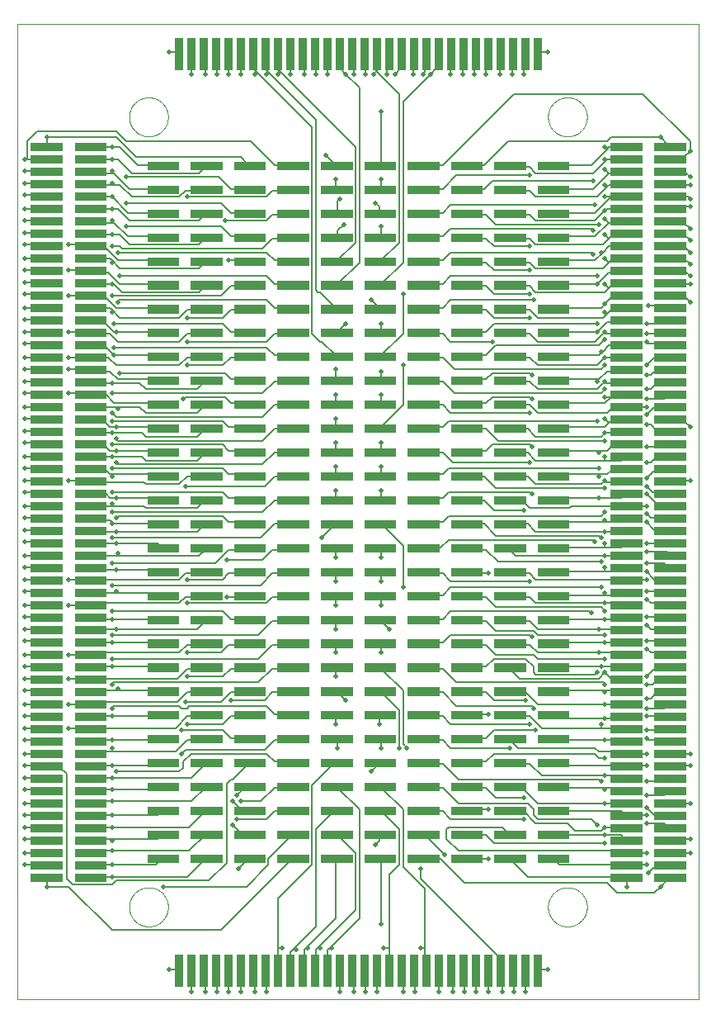
<source format=gtl>
G75*
%MOIN*%
%OFA0B0*%
%FSLAX25Y25*%
%IPPOS*%
%LPD*%
%AMOC8*
5,1,8,0,0,1.08239X$1,22.5*
%
%ADD10C,0.00000*%
%ADD11C,0.00301*%
%ADD12C,0.00800*%
%ADD13C,0.02000*%
D10*
X0001850Y0001850D02*
X0001850Y0395551D01*
X0277441Y0395551D01*
X0277441Y0001850D01*
X0001850Y0001850D01*
X0047126Y0039252D02*
X0047128Y0039445D01*
X0047135Y0039638D01*
X0047147Y0039831D01*
X0047164Y0040024D01*
X0047185Y0040216D01*
X0047211Y0040407D01*
X0047242Y0040598D01*
X0047277Y0040788D01*
X0047317Y0040977D01*
X0047362Y0041165D01*
X0047411Y0041352D01*
X0047465Y0041538D01*
X0047523Y0041722D01*
X0047586Y0041905D01*
X0047654Y0042086D01*
X0047725Y0042265D01*
X0047802Y0042443D01*
X0047882Y0042619D01*
X0047967Y0042792D01*
X0048056Y0042964D01*
X0048149Y0043133D01*
X0048246Y0043300D01*
X0048348Y0043465D01*
X0048453Y0043627D01*
X0048562Y0043786D01*
X0048676Y0043943D01*
X0048793Y0044096D01*
X0048913Y0044247D01*
X0049038Y0044395D01*
X0049166Y0044540D01*
X0049297Y0044681D01*
X0049432Y0044820D01*
X0049571Y0044955D01*
X0049712Y0045086D01*
X0049857Y0045214D01*
X0050005Y0045339D01*
X0050156Y0045459D01*
X0050309Y0045576D01*
X0050466Y0045690D01*
X0050625Y0045799D01*
X0050787Y0045904D01*
X0050952Y0046006D01*
X0051119Y0046103D01*
X0051288Y0046196D01*
X0051460Y0046285D01*
X0051633Y0046370D01*
X0051809Y0046450D01*
X0051987Y0046527D01*
X0052166Y0046598D01*
X0052347Y0046666D01*
X0052530Y0046729D01*
X0052714Y0046787D01*
X0052900Y0046841D01*
X0053087Y0046890D01*
X0053275Y0046935D01*
X0053464Y0046975D01*
X0053654Y0047010D01*
X0053845Y0047041D01*
X0054036Y0047067D01*
X0054228Y0047088D01*
X0054421Y0047105D01*
X0054614Y0047117D01*
X0054807Y0047124D01*
X0055000Y0047126D01*
X0055193Y0047124D01*
X0055386Y0047117D01*
X0055579Y0047105D01*
X0055772Y0047088D01*
X0055964Y0047067D01*
X0056155Y0047041D01*
X0056346Y0047010D01*
X0056536Y0046975D01*
X0056725Y0046935D01*
X0056913Y0046890D01*
X0057100Y0046841D01*
X0057286Y0046787D01*
X0057470Y0046729D01*
X0057653Y0046666D01*
X0057834Y0046598D01*
X0058013Y0046527D01*
X0058191Y0046450D01*
X0058367Y0046370D01*
X0058540Y0046285D01*
X0058712Y0046196D01*
X0058881Y0046103D01*
X0059048Y0046006D01*
X0059213Y0045904D01*
X0059375Y0045799D01*
X0059534Y0045690D01*
X0059691Y0045576D01*
X0059844Y0045459D01*
X0059995Y0045339D01*
X0060143Y0045214D01*
X0060288Y0045086D01*
X0060429Y0044955D01*
X0060568Y0044820D01*
X0060703Y0044681D01*
X0060834Y0044540D01*
X0060962Y0044395D01*
X0061087Y0044247D01*
X0061207Y0044096D01*
X0061324Y0043943D01*
X0061438Y0043786D01*
X0061547Y0043627D01*
X0061652Y0043465D01*
X0061754Y0043300D01*
X0061851Y0043133D01*
X0061944Y0042964D01*
X0062033Y0042792D01*
X0062118Y0042619D01*
X0062198Y0042443D01*
X0062275Y0042265D01*
X0062346Y0042086D01*
X0062414Y0041905D01*
X0062477Y0041722D01*
X0062535Y0041538D01*
X0062589Y0041352D01*
X0062638Y0041165D01*
X0062683Y0040977D01*
X0062723Y0040788D01*
X0062758Y0040598D01*
X0062789Y0040407D01*
X0062815Y0040216D01*
X0062836Y0040024D01*
X0062853Y0039831D01*
X0062865Y0039638D01*
X0062872Y0039445D01*
X0062874Y0039252D01*
X0062872Y0039059D01*
X0062865Y0038866D01*
X0062853Y0038673D01*
X0062836Y0038480D01*
X0062815Y0038288D01*
X0062789Y0038097D01*
X0062758Y0037906D01*
X0062723Y0037716D01*
X0062683Y0037527D01*
X0062638Y0037339D01*
X0062589Y0037152D01*
X0062535Y0036966D01*
X0062477Y0036782D01*
X0062414Y0036599D01*
X0062346Y0036418D01*
X0062275Y0036239D01*
X0062198Y0036061D01*
X0062118Y0035885D01*
X0062033Y0035712D01*
X0061944Y0035540D01*
X0061851Y0035371D01*
X0061754Y0035204D01*
X0061652Y0035039D01*
X0061547Y0034877D01*
X0061438Y0034718D01*
X0061324Y0034561D01*
X0061207Y0034408D01*
X0061087Y0034257D01*
X0060962Y0034109D01*
X0060834Y0033964D01*
X0060703Y0033823D01*
X0060568Y0033684D01*
X0060429Y0033549D01*
X0060288Y0033418D01*
X0060143Y0033290D01*
X0059995Y0033165D01*
X0059844Y0033045D01*
X0059691Y0032928D01*
X0059534Y0032814D01*
X0059375Y0032705D01*
X0059213Y0032600D01*
X0059048Y0032498D01*
X0058881Y0032401D01*
X0058712Y0032308D01*
X0058540Y0032219D01*
X0058367Y0032134D01*
X0058191Y0032054D01*
X0058013Y0031977D01*
X0057834Y0031906D01*
X0057653Y0031838D01*
X0057470Y0031775D01*
X0057286Y0031717D01*
X0057100Y0031663D01*
X0056913Y0031614D01*
X0056725Y0031569D01*
X0056536Y0031529D01*
X0056346Y0031494D01*
X0056155Y0031463D01*
X0055964Y0031437D01*
X0055772Y0031416D01*
X0055579Y0031399D01*
X0055386Y0031387D01*
X0055193Y0031380D01*
X0055000Y0031378D01*
X0054807Y0031380D01*
X0054614Y0031387D01*
X0054421Y0031399D01*
X0054228Y0031416D01*
X0054036Y0031437D01*
X0053845Y0031463D01*
X0053654Y0031494D01*
X0053464Y0031529D01*
X0053275Y0031569D01*
X0053087Y0031614D01*
X0052900Y0031663D01*
X0052714Y0031717D01*
X0052530Y0031775D01*
X0052347Y0031838D01*
X0052166Y0031906D01*
X0051987Y0031977D01*
X0051809Y0032054D01*
X0051633Y0032134D01*
X0051460Y0032219D01*
X0051288Y0032308D01*
X0051119Y0032401D01*
X0050952Y0032498D01*
X0050787Y0032600D01*
X0050625Y0032705D01*
X0050466Y0032814D01*
X0050309Y0032928D01*
X0050156Y0033045D01*
X0050005Y0033165D01*
X0049857Y0033290D01*
X0049712Y0033418D01*
X0049571Y0033549D01*
X0049432Y0033684D01*
X0049297Y0033823D01*
X0049166Y0033964D01*
X0049038Y0034109D01*
X0048913Y0034257D01*
X0048793Y0034408D01*
X0048676Y0034561D01*
X0048562Y0034718D01*
X0048453Y0034877D01*
X0048348Y0035039D01*
X0048246Y0035204D01*
X0048149Y0035371D01*
X0048056Y0035540D01*
X0047967Y0035712D01*
X0047882Y0035885D01*
X0047802Y0036061D01*
X0047725Y0036239D01*
X0047654Y0036418D01*
X0047586Y0036599D01*
X0047523Y0036782D01*
X0047465Y0036966D01*
X0047411Y0037152D01*
X0047362Y0037339D01*
X0047317Y0037527D01*
X0047277Y0037716D01*
X0047242Y0037906D01*
X0047211Y0038097D01*
X0047185Y0038288D01*
X0047164Y0038480D01*
X0047147Y0038673D01*
X0047135Y0038866D01*
X0047128Y0039059D01*
X0047126Y0039252D01*
X0216417Y0039252D02*
X0216419Y0039445D01*
X0216426Y0039638D01*
X0216438Y0039831D01*
X0216455Y0040024D01*
X0216476Y0040216D01*
X0216502Y0040407D01*
X0216533Y0040598D01*
X0216568Y0040788D01*
X0216608Y0040977D01*
X0216653Y0041165D01*
X0216702Y0041352D01*
X0216756Y0041538D01*
X0216814Y0041722D01*
X0216877Y0041905D01*
X0216945Y0042086D01*
X0217016Y0042265D01*
X0217093Y0042443D01*
X0217173Y0042619D01*
X0217258Y0042792D01*
X0217347Y0042964D01*
X0217440Y0043133D01*
X0217537Y0043300D01*
X0217639Y0043465D01*
X0217744Y0043627D01*
X0217853Y0043786D01*
X0217967Y0043943D01*
X0218084Y0044096D01*
X0218204Y0044247D01*
X0218329Y0044395D01*
X0218457Y0044540D01*
X0218588Y0044681D01*
X0218723Y0044820D01*
X0218862Y0044955D01*
X0219003Y0045086D01*
X0219148Y0045214D01*
X0219296Y0045339D01*
X0219447Y0045459D01*
X0219600Y0045576D01*
X0219757Y0045690D01*
X0219916Y0045799D01*
X0220078Y0045904D01*
X0220243Y0046006D01*
X0220410Y0046103D01*
X0220579Y0046196D01*
X0220751Y0046285D01*
X0220924Y0046370D01*
X0221100Y0046450D01*
X0221278Y0046527D01*
X0221457Y0046598D01*
X0221638Y0046666D01*
X0221821Y0046729D01*
X0222005Y0046787D01*
X0222191Y0046841D01*
X0222378Y0046890D01*
X0222566Y0046935D01*
X0222755Y0046975D01*
X0222945Y0047010D01*
X0223136Y0047041D01*
X0223327Y0047067D01*
X0223519Y0047088D01*
X0223712Y0047105D01*
X0223905Y0047117D01*
X0224098Y0047124D01*
X0224291Y0047126D01*
X0224484Y0047124D01*
X0224677Y0047117D01*
X0224870Y0047105D01*
X0225063Y0047088D01*
X0225255Y0047067D01*
X0225446Y0047041D01*
X0225637Y0047010D01*
X0225827Y0046975D01*
X0226016Y0046935D01*
X0226204Y0046890D01*
X0226391Y0046841D01*
X0226577Y0046787D01*
X0226761Y0046729D01*
X0226944Y0046666D01*
X0227125Y0046598D01*
X0227304Y0046527D01*
X0227482Y0046450D01*
X0227658Y0046370D01*
X0227831Y0046285D01*
X0228003Y0046196D01*
X0228172Y0046103D01*
X0228339Y0046006D01*
X0228504Y0045904D01*
X0228666Y0045799D01*
X0228825Y0045690D01*
X0228982Y0045576D01*
X0229135Y0045459D01*
X0229286Y0045339D01*
X0229434Y0045214D01*
X0229579Y0045086D01*
X0229720Y0044955D01*
X0229859Y0044820D01*
X0229994Y0044681D01*
X0230125Y0044540D01*
X0230253Y0044395D01*
X0230378Y0044247D01*
X0230498Y0044096D01*
X0230615Y0043943D01*
X0230729Y0043786D01*
X0230838Y0043627D01*
X0230943Y0043465D01*
X0231045Y0043300D01*
X0231142Y0043133D01*
X0231235Y0042964D01*
X0231324Y0042792D01*
X0231409Y0042619D01*
X0231489Y0042443D01*
X0231566Y0042265D01*
X0231637Y0042086D01*
X0231705Y0041905D01*
X0231768Y0041722D01*
X0231826Y0041538D01*
X0231880Y0041352D01*
X0231929Y0041165D01*
X0231974Y0040977D01*
X0232014Y0040788D01*
X0232049Y0040598D01*
X0232080Y0040407D01*
X0232106Y0040216D01*
X0232127Y0040024D01*
X0232144Y0039831D01*
X0232156Y0039638D01*
X0232163Y0039445D01*
X0232165Y0039252D01*
X0232163Y0039059D01*
X0232156Y0038866D01*
X0232144Y0038673D01*
X0232127Y0038480D01*
X0232106Y0038288D01*
X0232080Y0038097D01*
X0232049Y0037906D01*
X0232014Y0037716D01*
X0231974Y0037527D01*
X0231929Y0037339D01*
X0231880Y0037152D01*
X0231826Y0036966D01*
X0231768Y0036782D01*
X0231705Y0036599D01*
X0231637Y0036418D01*
X0231566Y0036239D01*
X0231489Y0036061D01*
X0231409Y0035885D01*
X0231324Y0035712D01*
X0231235Y0035540D01*
X0231142Y0035371D01*
X0231045Y0035204D01*
X0230943Y0035039D01*
X0230838Y0034877D01*
X0230729Y0034718D01*
X0230615Y0034561D01*
X0230498Y0034408D01*
X0230378Y0034257D01*
X0230253Y0034109D01*
X0230125Y0033964D01*
X0229994Y0033823D01*
X0229859Y0033684D01*
X0229720Y0033549D01*
X0229579Y0033418D01*
X0229434Y0033290D01*
X0229286Y0033165D01*
X0229135Y0033045D01*
X0228982Y0032928D01*
X0228825Y0032814D01*
X0228666Y0032705D01*
X0228504Y0032600D01*
X0228339Y0032498D01*
X0228172Y0032401D01*
X0228003Y0032308D01*
X0227831Y0032219D01*
X0227658Y0032134D01*
X0227482Y0032054D01*
X0227304Y0031977D01*
X0227125Y0031906D01*
X0226944Y0031838D01*
X0226761Y0031775D01*
X0226577Y0031717D01*
X0226391Y0031663D01*
X0226204Y0031614D01*
X0226016Y0031569D01*
X0225827Y0031529D01*
X0225637Y0031494D01*
X0225446Y0031463D01*
X0225255Y0031437D01*
X0225063Y0031416D01*
X0224870Y0031399D01*
X0224677Y0031387D01*
X0224484Y0031380D01*
X0224291Y0031378D01*
X0224098Y0031380D01*
X0223905Y0031387D01*
X0223712Y0031399D01*
X0223519Y0031416D01*
X0223327Y0031437D01*
X0223136Y0031463D01*
X0222945Y0031494D01*
X0222755Y0031529D01*
X0222566Y0031569D01*
X0222378Y0031614D01*
X0222191Y0031663D01*
X0222005Y0031717D01*
X0221821Y0031775D01*
X0221638Y0031838D01*
X0221457Y0031906D01*
X0221278Y0031977D01*
X0221100Y0032054D01*
X0220924Y0032134D01*
X0220751Y0032219D01*
X0220579Y0032308D01*
X0220410Y0032401D01*
X0220243Y0032498D01*
X0220078Y0032600D01*
X0219916Y0032705D01*
X0219757Y0032814D01*
X0219600Y0032928D01*
X0219447Y0033045D01*
X0219296Y0033165D01*
X0219148Y0033290D01*
X0219003Y0033418D01*
X0218862Y0033549D01*
X0218723Y0033684D01*
X0218588Y0033823D01*
X0218457Y0033964D01*
X0218329Y0034109D01*
X0218204Y0034257D01*
X0218084Y0034408D01*
X0217967Y0034561D01*
X0217853Y0034718D01*
X0217744Y0034877D01*
X0217639Y0035039D01*
X0217537Y0035204D01*
X0217440Y0035371D01*
X0217347Y0035540D01*
X0217258Y0035712D01*
X0217173Y0035885D01*
X0217093Y0036061D01*
X0217016Y0036239D01*
X0216945Y0036418D01*
X0216877Y0036599D01*
X0216814Y0036782D01*
X0216756Y0036966D01*
X0216702Y0037152D01*
X0216653Y0037339D01*
X0216608Y0037527D01*
X0216568Y0037716D01*
X0216533Y0037906D01*
X0216502Y0038097D01*
X0216476Y0038288D01*
X0216455Y0038480D01*
X0216438Y0038673D01*
X0216426Y0038866D01*
X0216419Y0039059D01*
X0216417Y0039252D01*
X0216417Y0358149D02*
X0216419Y0358342D01*
X0216426Y0358535D01*
X0216438Y0358728D01*
X0216455Y0358921D01*
X0216476Y0359113D01*
X0216502Y0359304D01*
X0216533Y0359495D01*
X0216568Y0359685D01*
X0216608Y0359874D01*
X0216653Y0360062D01*
X0216702Y0360249D01*
X0216756Y0360435D01*
X0216814Y0360619D01*
X0216877Y0360802D01*
X0216945Y0360983D01*
X0217016Y0361162D01*
X0217093Y0361340D01*
X0217173Y0361516D01*
X0217258Y0361689D01*
X0217347Y0361861D01*
X0217440Y0362030D01*
X0217537Y0362197D01*
X0217639Y0362362D01*
X0217744Y0362524D01*
X0217853Y0362683D01*
X0217967Y0362840D01*
X0218084Y0362993D01*
X0218204Y0363144D01*
X0218329Y0363292D01*
X0218457Y0363437D01*
X0218588Y0363578D01*
X0218723Y0363717D01*
X0218862Y0363852D01*
X0219003Y0363983D01*
X0219148Y0364111D01*
X0219296Y0364236D01*
X0219447Y0364356D01*
X0219600Y0364473D01*
X0219757Y0364587D01*
X0219916Y0364696D01*
X0220078Y0364801D01*
X0220243Y0364903D01*
X0220410Y0365000D01*
X0220579Y0365093D01*
X0220751Y0365182D01*
X0220924Y0365267D01*
X0221100Y0365347D01*
X0221278Y0365424D01*
X0221457Y0365495D01*
X0221638Y0365563D01*
X0221821Y0365626D01*
X0222005Y0365684D01*
X0222191Y0365738D01*
X0222378Y0365787D01*
X0222566Y0365832D01*
X0222755Y0365872D01*
X0222945Y0365907D01*
X0223136Y0365938D01*
X0223327Y0365964D01*
X0223519Y0365985D01*
X0223712Y0366002D01*
X0223905Y0366014D01*
X0224098Y0366021D01*
X0224291Y0366023D01*
X0224484Y0366021D01*
X0224677Y0366014D01*
X0224870Y0366002D01*
X0225063Y0365985D01*
X0225255Y0365964D01*
X0225446Y0365938D01*
X0225637Y0365907D01*
X0225827Y0365872D01*
X0226016Y0365832D01*
X0226204Y0365787D01*
X0226391Y0365738D01*
X0226577Y0365684D01*
X0226761Y0365626D01*
X0226944Y0365563D01*
X0227125Y0365495D01*
X0227304Y0365424D01*
X0227482Y0365347D01*
X0227658Y0365267D01*
X0227831Y0365182D01*
X0228003Y0365093D01*
X0228172Y0365000D01*
X0228339Y0364903D01*
X0228504Y0364801D01*
X0228666Y0364696D01*
X0228825Y0364587D01*
X0228982Y0364473D01*
X0229135Y0364356D01*
X0229286Y0364236D01*
X0229434Y0364111D01*
X0229579Y0363983D01*
X0229720Y0363852D01*
X0229859Y0363717D01*
X0229994Y0363578D01*
X0230125Y0363437D01*
X0230253Y0363292D01*
X0230378Y0363144D01*
X0230498Y0362993D01*
X0230615Y0362840D01*
X0230729Y0362683D01*
X0230838Y0362524D01*
X0230943Y0362362D01*
X0231045Y0362197D01*
X0231142Y0362030D01*
X0231235Y0361861D01*
X0231324Y0361689D01*
X0231409Y0361516D01*
X0231489Y0361340D01*
X0231566Y0361162D01*
X0231637Y0360983D01*
X0231705Y0360802D01*
X0231768Y0360619D01*
X0231826Y0360435D01*
X0231880Y0360249D01*
X0231929Y0360062D01*
X0231974Y0359874D01*
X0232014Y0359685D01*
X0232049Y0359495D01*
X0232080Y0359304D01*
X0232106Y0359113D01*
X0232127Y0358921D01*
X0232144Y0358728D01*
X0232156Y0358535D01*
X0232163Y0358342D01*
X0232165Y0358149D01*
X0232163Y0357956D01*
X0232156Y0357763D01*
X0232144Y0357570D01*
X0232127Y0357377D01*
X0232106Y0357185D01*
X0232080Y0356994D01*
X0232049Y0356803D01*
X0232014Y0356613D01*
X0231974Y0356424D01*
X0231929Y0356236D01*
X0231880Y0356049D01*
X0231826Y0355863D01*
X0231768Y0355679D01*
X0231705Y0355496D01*
X0231637Y0355315D01*
X0231566Y0355136D01*
X0231489Y0354958D01*
X0231409Y0354782D01*
X0231324Y0354609D01*
X0231235Y0354437D01*
X0231142Y0354268D01*
X0231045Y0354101D01*
X0230943Y0353936D01*
X0230838Y0353774D01*
X0230729Y0353615D01*
X0230615Y0353458D01*
X0230498Y0353305D01*
X0230378Y0353154D01*
X0230253Y0353006D01*
X0230125Y0352861D01*
X0229994Y0352720D01*
X0229859Y0352581D01*
X0229720Y0352446D01*
X0229579Y0352315D01*
X0229434Y0352187D01*
X0229286Y0352062D01*
X0229135Y0351942D01*
X0228982Y0351825D01*
X0228825Y0351711D01*
X0228666Y0351602D01*
X0228504Y0351497D01*
X0228339Y0351395D01*
X0228172Y0351298D01*
X0228003Y0351205D01*
X0227831Y0351116D01*
X0227658Y0351031D01*
X0227482Y0350951D01*
X0227304Y0350874D01*
X0227125Y0350803D01*
X0226944Y0350735D01*
X0226761Y0350672D01*
X0226577Y0350614D01*
X0226391Y0350560D01*
X0226204Y0350511D01*
X0226016Y0350466D01*
X0225827Y0350426D01*
X0225637Y0350391D01*
X0225446Y0350360D01*
X0225255Y0350334D01*
X0225063Y0350313D01*
X0224870Y0350296D01*
X0224677Y0350284D01*
X0224484Y0350277D01*
X0224291Y0350275D01*
X0224098Y0350277D01*
X0223905Y0350284D01*
X0223712Y0350296D01*
X0223519Y0350313D01*
X0223327Y0350334D01*
X0223136Y0350360D01*
X0222945Y0350391D01*
X0222755Y0350426D01*
X0222566Y0350466D01*
X0222378Y0350511D01*
X0222191Y0350560D01*
X0222005Y0350614D01*
X0221821Y0350672D01*
X0221638Y0350735D01*
X0221457Y0350803D01*
X0221278Y0350874D01*
X0221100Y0350951D01*
X0220924Y0351031D01*
X0220751Y0351116D01*
X0220579Y0351205D01*
X0220410Y0351298D01*
X0220243Y0351395D01*
X0220078Y0351497D01*
X0219916Y0351602D01*
X0219757Y0351711D01*
X0219600Y0351825D01*
X0219447Y0351942D01*
X0219296Y0352062D01*
X0219148Y0352187D01*
X0219003Y0352315D01*
X0218862Y0352446D01*
X0218723Y0352581D01*
X0218588Y0352720D01*
X0218457Y0352861D01*
X0218329Y0353006D01*
X0218204Y0353154D01*
X0218084Y0353305D01*
X0217967Y0353458D01*
X0217853Y0353615D01*
X0217744Y0353774D01*
X0217639Y0353936D01*
X0217537Y0354101D01*
X0217440Y0354268D01*
X0217347Y0354437D01*
X0217258Y0354609D01*
X0217173Y0354782D01*
X0217093Y0354958D01*
X0217016Y0355136D01*
X0216945Y0355315D01*
X0216877Y0355496D01*
X0216814Y0355679D01*
X0216756Y0355863D01*
X0216702Y0356049D01*
X0216653Y0356236D01*
X0216608Y0356424D01*
X0216568Y0356613D01*
X0216533Y0356803D01*
X0216502Y0356994D01*
X0216476Y0357185D01*
X0216455Y0357377D01*
X0216438Y0357570D01*
X0216426Y0357763D01*
X0216419Y0357956D01*
X0216417Y0358149D01*
X0047126Y0358149D02*
X0047128Y0358342D01*
X0047135Y0358535D01*
X0047147Y0358728D01*
X0047164Y0358921D01*
X0047185Y0359113D01*
X0047211Y0359304D01*
X0047242Y0359495D01*
X0047277Y0359685D01*
X0047317Y0359874D01*
X0047362Y0360062D01*
X0047411Y0360249D01*
X0047465Y0360435D01*
X0047523Y0360619D01*
X0047586Y0360802D01*
X0047654Y0360983D01*
X0047725Y0361162D01*
X0047802Y0361340D01*
X0047882Y0361516D01*
X0047967Y0361689D01*
X0048056Y0361861D01*
X0048149Y0362030D01*
X0048246Y0362197D01*
X0048348Y0362362D01*
X0048453Y0362524D01*
X0048562Y0362683D01*
X0048676Y0362840D01*
X0048793Y0362993D01*
X0048913Y0363144D01*
X0049038Y0363292D01*
X0049166Y0363437D01*
X0049297Y0363578D01*
X0049432Y0363717D01*
X0049571Y0363852D01*
X0049712Y0363983D01*
X0049857Y0364111D01*
X0050005Y0364236D01*
X0050156Y0364356D01*
X0050309Y0364473D01*
X0050466Y0364587D01*
X0050625Y0364696D01*
X0050787Y0364801D01*
X0050952Y0364903D01*
X0051119Y0365000D01*
X0051288Y0365093D01*
X0051460Y0365182D01*
X0051633Y0365267D01*
X0051809Y0365347D01*
X0051987Y0365424D01*
X0052166Y0365495D01*
X0052347Y0365563D01*
X0052530Y0365626D01*
X0052714Y0365684D01*
X0052900Y0365738D01*
X0053087Y0365787D01*
X0053275Y0365832D01*
X0053464Y0365872D01*
X0053654Y0365907D01*
X0053845Y0365938D01*
X0054036Y0365964D01*
X0054228Y0365985D01*
X0054421Y0366002D01*
X0054614Y0366014D01*
X0054807Y0366021D01*
X0055000Y0366023D01*
X0055193Y0366021D01*
X0055386Y0366014D01*
X0055579Y0366002D01*
X0055772Y0365985D01*
X0055964Y0365964D01*
X0056155Y0365938D01*
X0056346Y0365907D01*
X0056536Y0365872D01*
X0056725Y0365832D01*
X0056913Y0365787D01*
X0057100Y0365738D01*
X0057286Y0365684D01*
X0057470Y0365626D01*
X0057653Y0365563D01*
X0057834Y0365495D01*
X0058013Y0365424D01*
X0058191Y0365347D01*
X0058367Y0365267D01*
X0058540Y0365182D01*
X0058712Y0365093D01*
X0058881Y0365000D01*
X0059048Y0364903D01*
X0059213Y0364801D01*
X0059375Y0364696D01*
X0059534Y0364587D01*
X0059691Y0364473D01*
X0059844Y0364356D01*
X0059995Y0364236D01*
X0060143Y0364111D01*
X0060288Y0363983D01*
X0060429Y0363852D01*
X0060568Y0363717D01*
X0060703Y0363578D01*
X0060834Y0363437D01*
X0060962Y0363292D01*
X0061087Y0363144D01*
X0061207Y0362993D01*
X0061324Y0362840D01*
X0061438Y0362683D01*
X0061547Y0362524D01*
X0061652Y0362362D01*
X0061754Y0362197D01*
X0061851Y0362030D01*
X0061944Y0361861D01*
X0062033Y0361689D01*
X0062118Y0361516D01*
X0062198Y0361340D01*
X0062275Y0361162D01*
X0062346Y0360983D01*
X0062414Y0360802D01*
X0062477Y0360619D01*
X0062535Y0360435D01*
X0062589Y0360249D01*
X0062638Y0360062D01*
X0062683Y0359874D01*
X0062723Y0359685D01*
X0062758Y0359495D01*
X0062789Y0359304D01*
X0062815Y0359113D01*
X0062836Y0358921D01*
X0062853Y0358728D01*
X0062865Y0358535D01*
X0062872Y0358342D01*
X0062874Y0358149D01*
X0062872Y0357956D01*
X0062865Y0357763D01*
X0062853Y0357570D01*
X0062836Y0357377D01*
X0062815Y0357185D01*
X0062789Y0356994D01*
X0062758Y0356803D01*
X0062723Y0356613D01*
X0062683Y0356424D01*
X0062638Y0356236D01*
X0062589Y0356049D01*
X0062535Y0355863D01*
X0062477Y0355679D01*
X0062414Y0355496D01*
X0062346Y0355315D01*
X0062275Y0355136D01*
X0062198Y0354958D01*
X0062118Y0354782D01*
X0062033Y0354609D01*
X0061944Y0354437D01*
X0061851Y0354268D01*
X0061754Y0354101D01*
X0061652Y0353936D01*
X0061547Y0353774D01*
X0061438Y0353615D01*
X0061324Y0353458D01*
X0061207Y0353305D01*
X0061087Y0353154D01*
X0060962Y0353006D01*
X0060834Y0352861D01*
X0060703Y0352720D01*
X0060568Y0352581D01*
X0060429Y0352446D01*
X0060288Y0352315D01*
X0060143Y0352187D01*
X0059995Y0352062D01*
X0059844Y0351942D01*
X0059691Y0351825D01*
X0059534Y0351711D01*
X0059375Y0351602D01*
X0059213Y0351497D01*
X0059048Y0351395D01*
X0058881Y0351298D01*
X0058712Y0351205D01*
X0058540Y0351116D01*
X0058367Y0351031D01*
X0058191Y0350951D01*
X0058013Y0350874D01*
X0057834Y0350803D01*
X0057653Y0350735D01*
X0057470Y0350672D01*
X0057286Y0350614D01*
X0057100Y0350560D01*
X0056913Y0350511D01*
X0056725Y0350466D01*
X0056536Y0350426D01*
X0056346Y0350391D01*
X0056155Y0350360D01*
X0055964Y0350334D01*
X0055772Y0350313D01*
X0055579Y0350296D01*
X0055386Y0350284D01*
X0055193Y0350277D01*
X0055000Y0350275D01*
X0054807Y0350277D01*
X0054614Y0350284D01*
X0054421Y0350296D01*
X0054228Y0350313D01*
X0054036Y0350334D01*
X0053845Y0350360D01*
X0053654Y0350391D01*
X0053464Y0350426D01*
X0053275Y0350466D01*
X0053087Y0350511D01*
X0052900Y0350560D01*
X0052714Y0350614D01*
X0052530Y0350672D01*
X0052347Y0350735D01*
X0052166Y0350803D01*
X0051987Y0350874D01*
X0051809Y0350951D01*
X0051633Y0351031D01*
X0051460Y0351116D01*
X0051288Y0351205D01*
X0051119Y0351298D01*
X0050952Y0351395D01*
X0050787Y0351497D01*
X0050625Y0351602D01*
X0050466Y0351711D01*
X0050309Y0351825D01*
X0050156Y0351942D01*
X0050005Y0352062D01*
X0049857Y0352187D01*
X0049712Y0352315D01*
X0049571Y0352446D01*
X0049432Y0352581D01*
X0049297Y0352720D01*
X0049166Y0352861D01*
X0049038Y0353006D01*
X0048913Y0353154D01*
X0048793Y0353305D01*
X0048676Y0353458D01*
X0048562Y0353615D01*
X0048453Y0353774D01*
X0048348Y0353936D01*
X0048246Y0354101D01*
X0048149Y0354268D01*
X0048056Y0354437D01*
X0047967Y0354609D01*
X0047882Y0354782D01*
X0047802Y0354958D01*
X0047725Y0355136D01*
X0047654Y0355315D01*
X0047586Y0355496D01*
X0047523Y0355679D01*
X0047465Y0355863D01*
X0047411Y0356049D01*
X0047362Y0356236D01*
X0047317Y0356424D01*
X0047277Y0356613D01*
X0047242Y0356803D01*
X0047211Y0356994D01*
X0047185Y0357185D01*
X0047164Y0357377D01*
X0047147Y0357570D01*
X0047135Y0357763D01*
X0047128Y0357956D01*
X0047126Y0358149D01*
D11*
X0037625Y0344677D02*
X0025131Y0344677D01*
X0025131Y0347723D01*
X0037625Y0347723D01*
X0037625Y0344677D01*
X0037625Y0344977D02*
X0025131Y0344977D01*
X0025131Y0345277D02*
X0037625Y0345277D01*
X0037625Y0345577D02*
X0025131Y0345577D01*
X0025131Y0345877D02*
X0037625Y0345877D01*
X0037625Y0346177D02*
X0025131Y0346177D01*
X0025131Y0346477D02*
X0037625Y0346477D01*
X0037625Y0346777D02*
X0025131Y0346777D01*
X0025131Y0347077D02*
X0037625Y0347077D01*
X0037625Y0347377D02*
X0025131Y0347377D01*
X0025131Y0347677D02*
X0037625Y0347677D01*
X0037625Y0339677D02*
X0025131Y0339677D01*
X0025131Y0342723D01*
X0037625Y0342723D01*
X0037625Y0339677D01*
X0037625Y0339977D02*
X0025131Y0339977D01*
X0025131Y0340277D02*
X0037625Y0340277D01*
X0037625Y0340577D02*
X0025131Y0340577D01*
X0025131Y0340877D02*
X0037625Y0340877D01*
X0037625Y0341177D02*
X0025131Y0341177D01*
X0025131Y0341477D02*
X0037625Y0341477D01*
X0037625Y0341777D02*
X0025131Y0341777D01*
X0025131Y0342077D02*
X0037625Y0342077D01*
X0037625Y0342377D02*
X0025131Y0342377D01*
X0025131Y0342677D02*
X0037625Y0342677D01*
X0037625Y0334677D02*
X0025131Y0334677D01*
X0025131Y0337723D01*
X0037625Y0337723D01*
X0037625Y0334677D01*
X0037625Y0334977D02*
X0025131Y0334977D01*
X0025131Y0335277D02*
X0037625Y0335277D01*
X0037625Y0335577D02*
X0025131Y0335577D01*
X0025131Y0335877D02*
X0037625Y0335877D01*
X0037625Y0336177D02*
X0025131Y0336177D01*
X0025131Y0336477D02*
X0037625Y0336477D01*
X0037625Y0336777D02*
X0025131Y0336777D01*
X0025131Y0337077D02*
X0037625Y0337077D01*
X0037625Y0337377D02*
X0025131Y0337377D01*
X0025131Y0337677D02*
X0037625Y0337677D01*
X0037625Y0329677D02*
X0025131Y0329677D01*
X0025131Y0332723D01*
X0037625Y0332723D01*
X0037625Y0329677D01*
X0037625Y0329977D02*
X0025131Y0329977D01*
X0025131Y0330277D02*
X0037625Y0330277D01*
X0037625Y0330577D02*
X0025131Y0330577D01*
X0025131Y0330877D02*
X0037625Y0330877D01*
X0037625Y0331177D02*
X0025131Y0331177D01*
X0025131Y0331477D02*
X0037625Y0331477D01*
X0037625Y0331777D02*
X0025131Y0331777D01*
X0025131Y0332077D02*
X0037625Y0332077D01*
X0037625Y0332377D02*
X0025131Y0332377D01*
X0025131Y0332677D02*
X0037625Y0332677D01*
X0037625Y0324677D02*
X0025131Y0324677D01*
X0025131Y0327723D01*
X0037625Y0327723D01*
X0037625Y0324677D01*
X0037625Y0324977D02*
X0025131Y0324977D01*
X0025131Y0325277D02*
X0037625Y0325277D01*
X0037625Y0325577D02*
X0025131Y0325577D01*
X0025131Y0325877D02*
X0037625Y0325877D01*
X0037625Y0326177D02*
X0025131Y0326177D01*
X0025131Y0326477D02*
X0037625Y0326477D01*
X0037625Y0326777D02*
X0025131Y0326777D01*
X0025131Y0327077D02*
X0037625Y0327077D01*
X0037625Y0327377D02*
X0025131Y0327377D01*
X0025131Y0327677D02*
X0037625Y0327677D01*
X0037625Y0319677D02*
X0025131Y0319677D01*
X0025131Y0322723D01*
X0037625Y0322723D01*
X0037625Y0319677D01*
X0037625Y0319977D02*
X0025131Y0319977D01*
X0025131Y0320277D02*
X0037625Y0320277D01*
X0037625Y0320577D02*
X0025131Y0320577D01*
X0025131Y0320877D02*
X0037625Y0320877D01*
X0037625Y0321177D02*
X0025131Y0321177D01*
X0025131Y0321477D02*
X0037625Y0321477D01*
X0037625Y0321777D02*
X0025131Y0321777D01*
X0025131Y0322077D02*
X0037625Y0322077D01*
X0037625Y0322377D02*
X0025131Y0322377D01*
X0025131Y0322677D02*
X0037625Y0322677D01*
X0037625Y0314677D02*
X0025131Y0314677D01*
X0025131Y0317723D01*
X0037625Y0317723D01*
X0037625Y0314677D01*
X0037625Y0314977D02*
X0025131Y0314977D01*
X0025131Y0315277D02*
X0037625Y0315277D01*
X0037625Y0315577D02*
X0025131Y0315577D01*
X0025131Y0315877D02*
X0037625Y0315877D01*
X0037625Y0316177D02*
X0025131Y0316177D01*
X0025131Y0316477D02*
X0037625Y0316477D01*
X0037625Y0316777D02*
X0025131Y0316777D01*
X0025131Y0317077D02*
X0037625Y0317077D01*
X0037625Y0317377D02*
X0025131Y0317377D01*
X0025131Y0317677D02*
X0037625Y0317677D01*
X0037625Y0309677D02*
X0025131Y0309677D01*
X0025131Y0312723D01*
X0037625Y0312723D01*
X0037625Y0309677D01*
X0037625Y0309977D02*
X0025131Y0309977D01*
X0025131Y0310277D02*
X0037625Y0310277D01*
X0037625Y0310577D02*
X0025131Y0310577D01*
X0025131Y0310877D02*
X0037625Y0310877D01*
X0037625Y0311177D02*
X0025131Y0311177D01*
X0025131Y0311477D02*
X0037625Y0311477D01*
X0037625Y0311777D02*
X0025131Y0311777D01*
X0025131Y0312077D02*
X0037625Y0312077D01*
X0037625Y0312377D02*
X0025131Y0312377D01*
X0025131Y0312677D02*
X0037625Y0312677D01*
X0037625Y0304677D02*
X0025131Y0304677D01*
X0025131Y0307723D01*
X0037625Y0307723D01*
X0037625Y0304677D01*
X0037625Y0304977D02*
X0025131Y0304977D01*
X0025131Y0305277D02*
X0037625Y0305277D01*
X0037625Y0305577D02*
X0025131Y0305577D01*
X0025131Y0305877D02*
X0037625Y0305877D01*
X0037625Y0306177D02*
X0025131Y0306177D01*
X0025131Y0306477D02*
X0037625Y0306477D01*
X0037625Y0306777D02*
X0025131Y0306777D01*
X0025131Y0307077D02*
X0037625Y0307077D01*
X0037625Y0307377D02*
X0025131Y0307377D01*
X0025131Y0307677D02*
X0037625Y0307677D01*
X0037625Y0299677D02*
X0025131Y0299677D01*
X0025131Y0302723D01*
X0037625Y0302723D01*
X0037625Y0299677D01*
X0037625Y0299977D02*
X0025131Y0299977D01*
X0025131Y0300277D02*
X0037625Y0300277D01*
X0037625Y0300577D02*
X0025131Y0300577D01*
X0025131Y0300877D02*
X0037625Y0300877D01*
X0037625Y0301177D02*
X0025131Y0301177D01*
X0025131Y0301477D02*
X0037625Y0301477D01*
X0037625Y0301777D02*
X0025131Y0301777D01*
X0025131Y0302077D02*
X0037625Y0302077D01*
X0037625Y0302377D02*
X0025131Y0302377D01*
X0025131Y0302677D02*
X0037625Y0302677D01*
X0037625Y0294677D02*
X0025131Y0294677D01*
X0025131Y0297723D01*
X0037625Y0297723D01*
X0037625Y0294677D01*
X0037625Y0294977D02*
X0025131Y0294977D01*
X0025131Y0295277D02*
X0037625Y0295277D01*
X0037625Y0295577D02*
X0025131Y0295577D01*
X0025131Y0295877D02*
X0037625Y0295877D01*
X0037625Y0296177D02*
X0025131Y0296177D01*
X0025131Y0296477D02*
X0037625Y0296477D01*
X0037625Y0296777D02*
X0025131Y0296777D01*
X0025131Y0297077D02*
X0037625Y0297077D01*
X0037625Y0297377D02*
X0025131Y0297377D01*
X0025131Y0297677D02*
X0037625Y0297677D01*
X0037625Y0289677D02*
X0025131Y0289677D01*
X0025131Y0292723D01*
X0037625Y0292723D01*
X0037625Y0289677D01*
X0037625Y0289977D02*
X0025131Y0289977D01*
X0025131Y0290277D02*
X0037625Y0290277D01*
X0037625Y0290577D02*
X0025131Y0290577D01*
X0025131Y0290877D02*
X0037625Y0290877D01*
X0037625Y0291177D02*
X0025131Y0291177D01*
X0025131Y0291477D02*
X0037625Y0291477D01*
X0037625Y0291777D02*
X0025131Y0291777D01*
X0025131Y0292077D02*
X0037625Y0292077D01*
X0037625Y0292377D02*
X0025131Y0292377D01*
X0025131Y0292677D02*
X0037625Y0292677D01*
X0037625Y0284677D02*
X0025131Y0284677D01*
X0025131Y0287723D01*
X0037625Y0287723D01*
X0037625Y0284677D01*
X0037625Y0284977D02*
X0025131Y0284977D01*
X0025131Y0285277D02*
X0037625Y0285277D01*
X0037625Y0285577D02*
X0025131Y0285577D01*
X0025131Y0285877D02*
X0037625Y0285877D01*
X0037625Y0286177D02*
X0025131Y0286177D01*
X0025131Y0286477D02*
X0037625Y0286477D01*
X0037625Y0286777D02*
X0025131Y0286777D01*
X0025131Y0287077D02*
X0037625Y0287077D01*
X0037625Y0287377D02*
X0025131Y0287377D01*
X0025131Y0287677D02*
X0037625Y0287677D01*
X0037625Y0279677D02*
X0025131Y0279677D01*
X0025131Y0282723D01*
X0037625Y0282723D01*
X0037625Y0279677D01*
X0037625Y0279977D02*
X0025131Y0279977D01*
X0025131Y0280277D02*
X0037625Y0280277D01*
X0037625Y0280577D02*
X0025131Y0280577D01*
X0025131Y0280877D02*
X0037625Y0280877D01*
X0037625Y0281177D02*
X0025131Y0281177D01*
X0025131Y0281477D02*
X0037625Y0281477D01*
X0037625Y0281777D02*
X0025131Y0281777D01*
X0025131Y0282077D02*
X0037625Y0282077D01*
X0037625Y0282377D02*
X0025131Y0282377D01*
X0025131Y0282677D02*
X0037625Y0282677D01*
X0037625Y0274677D02*
X0025131Y0274677D01*
X0025131Y0277723D01*
X0037625Y0277723D01*
X0037625Y0274677D01*
X0037625Y0274977D02*
X0025131Y0274977D01*
X0025131Y0275277D02*
X0037625Y0275277D01*
X0037625Y0275577D02*
X0025131Y0275577D01*
X0025131Y0275877D02*
X0037625Y0275877D01*
X0037625Y0276177D02*
X0025131Y0276177D01*
X0025131Y0276477D02*
X0037625Y0276477D01*
X0037625Y0276777D02*
X0025131Y0276777D01*
X0025131Y0277077D02*
X0037625Y0277077D01*
X0037625Y0277377D02*
X0025131Y0277377D01*
X0025131Y0277677D02*
X0037625Y0277677D01*
X0037625Y0269677D02*
X0025131Y0269677D01*
X0025131Y0272723D01*
X0037625Y0272723D01*
X0037625Y0269677D01*
X0037625Y0269977D02*
X0025131Y0269977D01*
X0025131Y0270277D02*
X0037625Y0270277D01*
X0037625Y0270577D02*
X0025131Y0270577D01*
X0025131Y0270877D02*
X0037625Y0270877D01*
X0037625Y0271177D02*
X0025131Y0271177D01*
X0025131Y0271477D02*
X0037625Y0271477D01*
X0037625Y0271777D02*
X0025131Y0271777D01*
X0025131Y0272077D02*
X0037625Y0272077D01*
X0037625Y0272377D02*
X0025131Y0272377D01*
X0025131Y0272677D02*
X0037625Y0272677D01*
X0037625Y0264677D02*
X0025131Y0264677D01*
X0025131Y0267723D01*
X0037625Y0267723D01*
X0037625Y0264677D01*
X0037625Y0264977D02*
X0025131Y0264977D01*
X0025131Y0265277D02*
X0037625Y0265277D01*
X0037625Y0265577D02*
X0025131Y0265577D01*
X0025131Y0265877D02*
X0037625Y0265877D01*
X0037625Y0266177D02*
X0025131Y0266177D01*
X0025131Y0266477D02*
X0037625Y0266477D01*
X0037625Y0266777D02*
X0025131Y0266777D01*
X0025131Y0267077D02*
X0037625Y0267077D01*
X0037625Y0267377D02*
X0025131Y0267377D01*
X0025131Y0267677D02*
X0037625Y0267677D01*
X0037625Y0259677D02*
X0025131Y0259677D01*
X0025131Y0262723D01*
X0037625Y0262723D01*
X0037625Y0259677D01*
X0037625Y0259977D02*
X0025131Y0259977D01*
X0025131Y0260277D02*
X0037625Y0260277D01*
X0037625Y0260577D02*
X0025131Y0260577D01*
X0025131Y0260877D02*
X0037625Y0260877D01*
X0037625Y0261177D02*
X0025131Y0261177D01*
X0025131Y0261477D02*
X0037625Y0261477D01*
X0037625Y0261777D02*
X0025131Y0261777D01*
X0025131Y0262077D02*
X0037625Y0262077D01*
X0037625Y0262377D02*
X0025131Y0262377D01*
X0025131Y0262677D02*
X0037625Y0262677D01*
X0037625Y0254677D02*
X0025131Y0254677D01*
X0025131Y0257723D01*
X0037625Y0257723D01*
X0037625Y0254677D01*
X0037625Y0254977D02*
X0025131Y0254977D01*
X0025131Y0255277D02*
X0037625Y0255277D01*
X0037625Y0255577D02*
X0025131Y0255577D01*
X0025131Y0255877D02*
X0037625Y0255877D01*
X0037625Y0256177D02*
X0025131Y0256177D01*
X0025131Y0256477D02*
X0037625Y0256477D01*
X0037625Y0256777D02*
X0025131Y0256777D01*
X0025131Y0257077D02*
X0037625Y0257077D01*
X0037625Y0257377D02*
X0025131Y0257377D01*
X0025131Y0257677D02*
X0037625Y0257677D01*
X0037625Y0249677D02*
X0025131Y0249677D01*
X0025131Y0252723D01*
X0037625Y0252723D01*
X0037625Y0249677D01*
X0037625Y0249977D02*
X0025131Y0249977D01*
X0025131Y0250277D02*
X0037625Y0250277D01*
X0037625Y0250577D02*
X0025131Y0250577D01*
X0025131Y0250877D02*
X0037625Y0250877D01*
X0037625Y0251177D02*
X0025131Y0251177D01*
X0025131Y0251477D02*
X0037625Y0251477D01*
X0037625Y0251777D02*
X0025131Y0251777D01*
X0025131Y0252077D02*
X0037625Y0252077D01*
X0037625Y0252377D02*
X0025131Y0252377D01*
X0025131Y0252677D02*
X0037625Y0252677D01*
X0037625Y0244677D02*
X0025131Y0244677D01*
X0025131Y0247723D01*
X0037625Y0247723D01*
X0037625Y0244677D01*
X0037625Y0244977D02*
X0025131Y0244977D01*
X0025131Y0245277D02*
X0037625Y0245277D01*
X0037625Y0245577D02*
X0025131Y0245577D01*
X0025131Y0245877D02*
X0037625Y0245877D01*
X0037625Y0246177D02*
X0025131Y0246177D01*
X0025131Y0246477D02*
X0037625Y0246477D01*
X0037625Y0246777D02*
X0025131Y0246777D01*
X0025131Y0247077D02*
X0037625Y0247077D01*
X0037625Y0247377D02*
X0025131Y0247377D01*
X0025131Y0247677D02*
X0037625Y0247677D01*
X0037625Y0239677D02*
X0025131Y0239677D01*
X0025131Y0242723D01*
X0037625Y0242723D01*
X0037625Y0239677D01*
X0037625Y0239977D02*
X0025131Y0239977D01*
X0025131Y0240277D02*
X0037625Y0240277D01*
X0037625Y0240577D02*
X0025131Y0240577D01*
X0025131Y0240877D02*
X0037625Y0240877D01*
X0037625Y0241177D02*
X0025131Y0241177D01*
X0025131Y0241477D02*
X0037625Y0241477D01*
X0037625Y0241777D02*
X0025131Y0241777D01*
X0025131Y0242077D02*
X0037625Y0242077D01*
X0037625Y0242377D02*
X0025131Y0242377D01*
X0025131Y0242677D02*
X0037625Y0242677D01*
X0037625Y0234677D02*
X0025131Y0234677D01*
X0025131Y0237723D01*
X0037625Y0237723D01*
X0037625Y0234677D01*
X0037625Y0234977D02*
X0025131Y0234977D01*
X0025131Y0235277D02*
X0037625Y0235277D01*
X0037625Y0235577D02*
X0025131Y0235577D01*
X0025131Y0235877D02*
X0037625Y0235877D01*
X0037625Y0236177D02*
X0025131Y0236177D01*
X0025131Y0236477D02*
X0037625Y0236477D01*
X0037625Y0236777D02*
X0025131Y0236777D01*
X0025131Y0237077D02*
X0037625Y0237077D01*
X0037625Y0237377D02*
X0025131Y0237377D01*
X0025131Y0237677D02*
X0037625Y0237677D01*
X0037625Y0229677D02*
X0025131Y0229677D01*
X0025131Y0232723D01*
X0037625Y0232723D01*
X0037625Y0229677D01*
X0037625Y0229977D02*
X0025131Y0229977D01*
X0025131Y0230277D02*
X0037625Y0230277D01*
X0037625Y0230577D02*
X0025131Y0230577D01*
X0025131Y0230877D02*
X0037625Y0230877D01*
X0037625Y0231177D02*
X0025131Y0231177D01*
X0025131Y0231477D02*
X0037625Y0231477D01*
X0037625Y0231777D02*
X0025131Y0231777D01*
X0025131Y0232077D02*
X0037625Y0232077D01*
X0037625Y0232377D02*
X0025131Y0232377D01*
X0025131Y0232677D02*
X0037625Y0232677D01*
X0037625Y0224677D02*
X0025131Y0224677D01*
X0025131Y0227723D01*
X0037625Y0227723D01*
X0037625Y0224677D01*
X0037625Y0224977D02*
X0025131Y0224977D01*
X0025131Y0225277D02*
X0037625Y0225277D01*
X0037625Y0225577D02*
X0025131Y0225577D01*
X0025131Y0225877D02*
X0037625Y0225877D01*
X0037625Y0226177D02*
X0025131Y0226177D01*
X0025131Y0226477D02*
X0037625Y0226477D01*
X0037625Y0226777D02*
X0025131Y0226777D01*
X0025131Y0227077D02*
X0037625Y0227077D01*
X0037625Y0227377D02*
X0025131Y0227377D01*
X0025131Y0227677D02*
X0037625Y0227677D01*
X0037625Y0219677D02*
X0025131Y0219677D01*
X0025131Y0222723D01*
X0037625Y0222723D01*
X0037625Y0219677D01*
X0037625Y0219977D02*
X0025131Y0219977D01*
X0025131Y0220277D02*
X0037625Y0220277D01*
X0037625Y0220577D02*
X0025131Y0220577D01*
X0025131Y0220877D02*
X0037625Y0220877D01*
X0037625Y0221177D02*
X0025131Y0221177D01*
X0025131Y0221477D02*
X0037625Y0221477D01*
X0037625Y0221777D02*
X0025131Y0221777D01*
X0025131Y0222077D02*
X0037625Y0222077D01*
X0037625Y0222377D02*
X0025131Y0222377D01*
X0025131Y0222677D02*
X0037625Y0222677D01*
X0037625Y0214677D02*
X0025131Y0214677D01*
X0025131Y0217723D01*
X0037625Y0217723D01*
X0037625Y0214677D01*
X0037625Y0214977D02*
X0025131Y0214977D01*
X0025131Y0215277D02*
X0037625Y0215277D01*
X0037625Y0215577D02*
X0025131Y0215577D01*
X0025131Y0215877D02*
X0037625Y0215877D01*
X0037625Y0216177D02*
X0025131Y0216177D01*
X0025131Y0216477D02*
X0037625Y0216477D01*
X0037625Y0216777D02*
X0025131Y0216777D01*
X0025131Y0217077D02*
X0037625Y0217077D01*
X0037625Y0217377D02*
X0025131Y0217377D01*
X0025131Y0217677D02*
X0037625Y0217677D01*
X0037625Y0209677D02*
X0025131Y0209677D01*
X0025131Y0212723D01*
X0037625Y0212723D01*
X0037625Y0209677D01*
X0037625Y0209977D02*
X0025131Y0209977D01*
X0025131Y0210277D02*
X0037625Y0210277D01*
X0037625Y0210577D02*
X0025131Y0210577D01*
X0025131Y0210877D02*
X0037625Y0210877D01*
X0037625Y0211177D02*
X0025131Y0211177D01*
X0025131Y0211477D02*
X0037625Y0211477D01*
X0037625Y0211777D02*
X0025131Y0211777D01*
X0025131Y0212077D02*
X0037625Y0212077D01*
X0037625Y0212377D02*
X0025131Y0212377D01*
X0025131Y0212677D02*
X0037625Y0212677D01*
X0037625Y0204677D02*
X0025131Y0204677D01*
X0025131Y0207723D01*
X0037625Y0207723D01*
X0037625Y0204677D01*
X0037625Y0204977D02*
X0025131Y0204977D01*
X0025131Y0205277D02*
X0037625Y0205277D01*
X0037625Y0205577D02*
X0025131Y0205577D01*
X0025131Y0205877D02*
X0037625Y0205877D01*
X0037625Y0206177D02*
X0025131Y0206177D01*
X0025131Y0206477D02*
X0037625Y0206477D01*
X0037625Y0206777D02*
X0025131Y0206777D01*
X0025131Y0207077D02*
X0037625Y0207077D01*
X0037625Y0207377D02*
X0025131Y0207377D01*
X0025131Y0207677D02*
X0037625Y0207677D01*
X0037625Y0199677D02*
X0025131Y0199677D01*
X0025131Y0202723D01*
X0037625Y0202723D01*
X0037625Y0199677D01*
X0037625Y0199977D02*
X0025131Y0199977D01*
X0025131Y0200277D02*
X0037625Y0200277D01*
X0037625Y0200577D02*
X0025131Y0200577D01*
X0025131Y0200877D02*
X0037625Y0200877D01*
X0037625Y0201177D02*
X0025131Y0201177D01*
X0025131Y0201477D02*
X0037625Y0201477D01*
X0037625Y0201777D02*
X0025131Y0201777D01*
X0025131Y0202077D02*
X0037625Y0202077D01*
X0037625Y0202377D02*
X0025131Y0202377D01*
X0025131Y0202677D02*
X0037625Y0202677D01*
X0037625Y0194677D02*
X0025131Y0194677D01*
X0025131Y0197723D01*
X0037625Y0197723D01*
X0037625Y0194677D01*
X0037625Y0194977D02*
X0025131Y0194977D01*
X0025131Y0195277D02*
X0037625Y0195277D01*
X0037625Y0195577D02*
X0025131Y0195577D01*
X0025131Y0195877D02*
X0037625Y0195877D01*
X0037625Y0196177D02*
X0025131Y0196177D01*
X0025131Y0196477D02*
X0037625Y0196477D01*
X0037625Y0196777D02*
X0025131Y0196777D01*
X0025131Y0197077D02*
X0037625Y0197077D01*
X0037625Y0197377D02*
X0025131Y0197377D01*
X0025131Y0197677D02*
X0037625Y0197677D01*
X0037625Y0189677D02*
X0025131Y0189677D01*
X0025131Y0192723D01*
X0037625Y0192723D01*
X0037625Y0189677D01*
X0037625Y0189977D02*
X0025131Y0189977D01*
X0025131Y0190277D02*
X0037625Y0190277D01*
X0037625Y0190577D02*
X0025131Y0190577D01*
X0025131Y0190877D02*
X0037625Y0190877D01*
X0037625Y0191177D02*
X0025131Y0191177D01*
X0025131Y0191477D02*
X0037625Y0191477D01*
X0037625Y0191777D02*
X0025131Y0191777D01*
X0025131Y0192077D02*
X0037625Y0192077D01*
X0037625Y0192377D02*
X0025131Y0192377D01*
X0025131Y0192677D02*
X0037625Y0192677D01*
X0037625Y0184677D02*
X0025131Y0184677D01*
X0025131Y0187723D01*
X0037625Y0187723D01*
X0037625Y0184677D01*
X0037625Y0184977D02*
X0025131Y0184977D01*
X0025131Y0185277D02*
X0037625Y0185277D01*
X0037625Y0185577D02*
X0025131Y0185577D01*
X0025131Y0185877D02*
X0037625Y0185877D01*
X0037625Y0186177D02*
X0025131Y0186177D01*
X0025131Y0186477D02*
X0037625Y0186477D01*
X0037625Y0186777D02*
X0025131Y0186777D01*
X0025131Y0187077D02*
X0037625Y0187077D01*
X0037625Y0187377D02*
X0025131Y0187377D01*
X0025131Y0187677D02*
X0037625Y0187677D01*
X0037625Y0179677D02*
X0025131Y0179677D01*
X0025131Y0182723D01*
X0037625Y0182723D01*
X0037625Y0179677D01*
X0037625Y0179977D02*
X0025131Y0179977D01*
X0025131Y0180277D02*
X0037625Y0180277D01*
X0037625Y0180577D02*
X0025131Y0180577D01*
X0025131Y0180877D02*
X0037625Y0180877D01*
X0037625Y0181177D02*
X0025131Y0181177D01*
X0025131Y0181477D02*
X0037625Y0181477D01*
X0037625Y0181777D02*
X0025131Y0181777D01*
X0025131Y0182077D02*
X0037625Y0182077D01*
X0037625Y0182377D02*
X0025131Y0182377D01*
X0025131Y0182677D02*
X0037625Y0182677D01*
X0037625Y0174677D02*
X0025131Y0174677D01*
X0025131Y0177723D01*
X0037625Y0177723D01*
X0037625Y0174677D01*
X0037625Y0174977D02*
X0025131Y0174977D01*
X0025131Y0175277D02*
X0037625Y0175277D01*
X0037625Y0175577D02*
X0025131Y0175577D01*
X0025131Y0175877D02*
X0037625Y0175877D01*
X0037625Y0176177D02*
X0025131Y0176177D01*
X0025131Y0176477D02*
X0037625Y0176477D01*
X0037625Y0176777D02*
X0025131Y0176777D01*
X0025131Y0177077D02*
X0037625Y0177077D01*
X0037625Y0177377D02*
X0025131Y0177377D01*
X0025131Y0177677D02*
X0037625Y0177677D01*
X0037625Y0169677D02*
X0025131Y0169677D01*
X0025131Y0172723D01*
X0037625Y0172723D01*
X0037625Y0169677D01*
X0037625Y0169977D02*
X0025131Y0169977D01*
X0025131Y0170277D02*
X0037625Y0170277D01*
X0037625Y0170577D02*
X0025131Y0170577D01*
X0025131Y0170877D02*
X0037625Y0170877D01*
X0037625Y0171177D02*
X0025131Y0171177D01*
X0025131Y0171477D02*
X0037625Y0171477D01*
X0037625Y0171777D02*
X0025131Y0171777D01*
X0025131Y0172077D02*
X0037625Y0172077D01*
X0037625Y0172377D02*
X0025131Y0172377D01*
X0025131Y0172677D02*
X0037625Y0172677D01*
X0037625Y0164677D02*
X0025131Y0164677D01*
X0025131Y0167723D01*
X0037625Y0167723D01*
X0037625Y0164677D01*
X0037625Y0164977D02*
X0025131Y0164977D01*
X0025131Y0165277D02*
X0037625Y0165277D01*
X0037625Y0165577D02*
X0025131Y0165577D01*
X0025131Y0165877D02*
X0037625Y0165877D01*
X0037625Y0166177D02*
X0025131Y0166177D01*
X0025131Y0166477D02*
X0037625Y0166477D01*
X0037625Y0166777D02*
X0025131Y0166777D01*
X0025131Y0167077D02*
X0037625Y0167077D01*
X0037625Y0167377D02*
X0025131Y0167377D01*
X0025131Y0167677D02*
X0037625Y0167677D01*
X0037625Y0159677D02*
X0025131Y0159677D01*
X0025131Y0162723D01*
X0037625Y0162723D01*
X0037625Y0159677D01*
X0037625Y0159977D02*
X0025131Y0159977D01*
X0025131Y0160277D02*
X0037625Y0160277D01*
X0037625Y0160577D02*
X0025131Y0160577D01*
X0025131Y0160877D02*
X0037625Y0160877D01*
X0037625Y0161177D02*
X0025131Y0161177D01*
X0025131Y0161477D02*
X0037625Y0161477D01*
X0037625Y0161777D02*
X0025131Y0161777D01*
X0025131Y0162077D02*
X0037625Y0162077D01*
X0037625Y0162377D02*
X0025131Y0162377D01*
X0025131Y0162677D02*
X0037625Y0162677D01*
X0037625Y0154677D02*
X0025131Y0154677D01*
X0025131Y0157723D01*
X0037625Y0157723D01*
X0037625Y0154677D01*
X0037625Y0154977D02*
X0025131Y0154977D01*
X0025131Y0155277D02*
X0037625Y0155277D01*
X0037625Y0155577D02*
X0025131Y0155577D01*
X0025131Y0155877D02*
X0037625Y0155877D01*
X0037625Y0156177D02*
X0025131Y0156177D01*
X0025131Y0156477D02*
X0037625Y0156477D01*
X0037625Y0156777D02*
X0025131Y0156777D01*
X0025131Y0157077D02*
X0037625Y0157077D01*
X0037625Y0157377D02*
X0025131Y0157377D01*
X0025131Y0157677D02*
X0037625Y0157677D01*
X0037625Y0149677D02*
X0025131Y0149677D01*
X0025131Y0152723D01*
X0037625Y0152723D01*
X0037625Y0149677D01*
X0037625Y0149977D02*
X0025131Y0149977D01*
X0025131Y0150277D02*
X0037625Y0150277D01*
X0037625Y0150577D02*
X0025131Y0150577D01*
X0025131Y0150877D02*
X0037625Y0150877D01*
X0037625Y0151177D02*
X0025131Y0151177D01*
X0025131Y0151477D02*
X0037625Y0151477D01*
X0037625Y0151777D02*
X0025131Y0151777D01*
X0025131Y0152077D02*
X0037625Y0152077D01*
X0037625Y0152377D02*
X0025131Y0152377D01*
X0025131Y0152677D02*
X0037625Y0152677D01*
X0037625Y0144677D02*
X0025131Y0144677D01*
X0025131Y0147723D01*
X0037625Y0147723D01*
X0037625Y0144677D01*
X0037625Y0144977D02*
X0025131Y0144977D01*
X0025131Y0145277D02*
X0037625Y0145277D01*
X0037625Y0145577D02*
X0025131Y0145577D01*
X0025131Y0145877D02*
X0037625Y0145877D01*
X0037625Y0146177D02*
X0025131Y0146177D01*
X0025131Y0146477D02*
X0037625Y0146477D01*
X0037625Y0146777D02*
X0025131Y0146777D01*
X0025131Y0147077D02*
X0037625Y0147077D01*
X0037625Y0147377D02*
X0025131Y0147377D01*
X0025131Y0147677D02*
X0037625Y0147677D01*
X0037625Y0139677D02*
X0025131Y0139677D01*
X0025131Y0142723D01*
X0037625Y0142723D01*
X0037625Y0139677D01*
X0037625Y0139977D02*
X0025131Y0139977D01*
X0025131Y0140277D02*
X0037625Y0140277D01*
X0037625Y0140577D02*
X0025131Y0140577D01*
X0025131Y0140877D02*
X0037625Y0140877D01*
X0037625Y0141177D02*
X0025131Y0141177D01*
X0025131Y0141477D02*
X0037625Y0141477D01*
X0037625Y0141777D02*
X0025131Y0141777D01*
X0025131Y0142077D02*
X0037625Y0142077D01*
X0037625Y0142377D02*
X0025131Y0142377D01*
X0025131Y0142677D02*
X0037625Y0142677D01*
X0037625Y0134677D02*
X0025131Y0134677D01*
X0025131Y0137723D01*
X0037625Y0137723D01*
X0037625Y0134677D01*
X0037625Y0134977D02*
X0025131Y0134977D01*
X0025131Y0135277D02*
X0037625Y0135277D01*
X0037625Y0135577D02*
X0025131Y0135577D01*
X0025131Y0135877D02*
X0037625Y0135877D01*
X0037625Y0136177D02*
X0025131Y0136177D01*
X0025131Y0136477D02*
X0037625Y0136477D01*
X0037625Y0136777D02*
X0025131Y0136777D01*
X0025131Y0137077D02*
X0037625Y0137077D01*
X0037625Y0137377D02*
X0025131Y0137377D01*
X0025131Y0137677D02*
X0037625Y0137677D01*
X0037625Y0129677D02*
X0025131Y0129677D01*
X0025131Y0132723D01*
X0037625Y0132723D01*
X0037625Y0129677D01*
X0037625Y0129977D02*
X0025131Y0129977D01*
X0025131Y0130277D02*
X0037625Y0130277D01*
X0037625Y0130577D02*
X0025131Y0130577D01*
X0025131Y0130877D02*
X0037625Y0130877D01*
X0037625Y0131177D02*
X0025131Y0131177D01*
X0025131Y0131477D02*
X0037625Y0131477D01*
X0037625Y0131777D02*
X0025131Y0131777D01*
X0025131Y0132077D02*
X0037625Y0132077D01*
X0037625Y0132377D02*
X0025131Y0132377D01*
X0025131Y0132677D02*
X0037625Y0132677D01*
X0037625Y0124677D02*
X0025131Y0124677D01*
X0025131Y0127723D01*
X0037625Y0127723D01*
X0037625Y0124677D01*
X0037625Y0124977D02*
X0025131Y0124977D01*
X0025131Y0125277D02*
X0037625Y0125277D01*
X0037625Y0125577D02*
X0025131Y0125577D01*
X0025131Y0125877D02*
X0037625Y0125877D01*
X0037625Y0126177D02*
X0025131Y0126177D01*
X0025131Y0126477D02*
X0037625Y0126477D01*
X0037625Y0126777D02*
X0025131Y0126777D01*
X0025131Y0127077D02*
X0037625Y0127077D01*
X0037625Y0127377D02*
X0025131Y0127377D01*
X0025131Y0127677D02*
X0037625Y0127677D01*
X0037625Y0119677D02*
X0025131Y0119677D01*
X0025131Y0122723D01*
X0037625Y0122723D01*
X0037625Y0119677D01*
X0037625Y0119977D02*
X0025131Y0119977D01*
X0025131Y0120277D02*
X0037625Y0120277D01*
X0037625Y0120577D02*
X0025131Y0120577D01*
X0025131Y0120877D02*
X0037625Y0120877D01*
X0037625Y0121177D02*
X0025131Y0121177D01*
X0025131Y0121477D02*
X0037625Y0121477D01*
X0037625Y0121777D02*
X0025131Y0121777D01*
X0025131Y0122077D02*
X0037625Y0122077D01*
X0037625Y0122377D02*
X0025131Y0122377D01*
X0025131Y0122677D02*
X0037625Y0122677D01*
X0037625Y0114677D02*
X0025131Y0114677D01*
X0025131Y0117723D01*
X0037625Y0117723D01*
X0037625Y0114677D01*
X0037625Y0114977D02*
X0025131Y0114977D01*
X0025131Y0115277D02*
X0037625Y0115277D01*
X0037625Y0115577D02*
X0025131Y0115577D01*
X0025131Y0115877D02*
X0037625Y0115877D01*
X0037625Y0116177D02*
X0025131Y0116177D01*
X0025131Y0116477D02*
X0037625Y0116477D01*
X0037625Y0116777D02*
X0025131Y0116777D01*
X0025131Y0117077D02*
X0037625Y0117077D01*
X0037625Y0117377D02*
X0025131Y0117377D01*
X0025131Y0117677D02*
X0037625Y0117677D01*
X0037625Y0109677D02*
X0025131Y0109677D01*
X0025131Y0112723D01*
X0037625Y0112723D01*
X0037625Y0109677D01*
X0037625Y0109977D02*
X0025131Y0109977D01*
X0025131Y0110277D02*
X0037625Y0110277D01*
X0037625Y0110577D02*
X0025131Y0110577D01*
X0025131Y0110877D02*
X0037625Y0110877D01*
X0037625Y0111177D02*
X0025131Y0111177D01*
X0025131Y0111477D02*
X0037625Y0111477D01*
X0037625Y0111777D02*
X0025131Y0111777D01*
X0025131Y0112077D02*
X0037625Y0112077D01*
X0037625Y0112377D02*
X0025131Y0112377D01*
X0025131Y0112677D02*
X0037625Y0112677D01*
X0037625Y0104677D02*
X0025131Y0104677D01*
X0025131Y0107723D01*
X0037625Y0107723D01*
X0037625Y0104677D01*
X0037625Y0104977D02*
X0025131Y0104977D01*
X0025131Y0105277D02*
X0037625Y0105277D01*
X0037625Y0105577D02*
X0025131Y0105577D01*
X0025131Y0105877D02*
X0037625Y0105877D01*
X0037625Y0106177D02*
X0025131Y0106177D01*
X0025131Y0106477D02*
X0037625Y0106477D01*
X0037625Y0106777D02*
X0025131Y0106777D01*
X0025131Y0107077D02*
X0037625Y0107077D01*
X0037625Y0107377D02*
X0025131Y0107377D01*
X0025131Y0107677D02*
X0037625Y0107677D01*
X0037625Y0099677D02*
X0025131Y0099677D01*
X0025131Y0102723D01*
X0037625Y0102723D01*
X0037625Y0099677D01*
X0037625Y0099977D02*
X0025131Y0099977D01*
X0025131Y0100277D02*
X0037625Y0100277D01*
X0037625Y0100577D02*
X0025131Y0100577D01*
X0025131Y0100877D02*
X0037625Y0100877D01*
X0037625Y0101177D02*
X0025131Y0101177D01*
X0025131Y0101477D02*
X0037625Y0101477D01*
X0037625Y0101777D02*
X0025131Y0101777D01*
X0025131Y0102077D02*
X0037625Y0102077D01*
X0037625Y0102377D02*
X0025131Y0102377D01*
X0025131Y0102677D02*
X0037625Y0102677D01*
X0037625Y0094677D02*
X0025131Y0094677D01*
X0025131Y0097723D01*
X0037625Y0097723D01*
X0037625Y0094677D01*
X0037625Y0094977D02*
X0025131Y0094977D01*
X0025131Y0095277D02*
X0037625Y0095277D01*
X0037625Y0095577D02*
X0025131Y0095577D01*
X0025131Y0095877D02*
X0037625Y0095877D01*
X0037625Y0096177D02*
X0025131Y0096177D01*
X0025131Y0096477D02*
X0037625Y0096477D01*
X0037625Y0096777D02*
X0025131Y0096777D01*
X0025131Y0097077D02*
X0037625Y0097077D01*
X0037625Y0097377D02*
X0025131Y0097377D01*
X0025131Y0097677D02*
X0037625Y0097677D01*
X0037625Y0089677D02*
X0025131Y0089677D01*
X0025131Y0092723D01*
X0037625Y0092723D01*
X0037625Y0089677D01*
X0037625Y0089977D02*
X0025131Y0089977D01*
X0025131Y0090277D02*
X0037625Y0090277D01*
X0037625Y0090577D02*
X0025131Y0090577D01*
X0025131Y0090877D02*
X0037625Y0090877D01*
X0037625Y0091177D02*
X0025131Y0091177D01*
X0025131Y0091477D02*
X0037625Y0091477D01*
X0037625Y0091777D02*
X0025131Y0091777D01*
X0025131Y0092077D02*
X0037625Y0092077D01*
X0037625Y0092377D02*
X0025131Y0092377D01*
X0025131Y0092677D02*
X0037625Y0092677D01*
X0037625Y0084677D02*
X0025131Y0084677D01*
X0025131Y0087723D01*
X0037625Y0087723D01*
X0037625Y0084677D01*
X0037625Y0084977D02*
X0025131Y0084977D01*
X0025131Y0085277D02*
X0037625Y0085277D01*
X0037625Y0085577D02*
X0025131Y0085577D01*
X0025131Y0085877D02*
X0037625Y0085877D01*
X0037625Y0086177D02*
X0025131Y0086177D01*
X0025131Y0086477D02*
X0037625Y0086477D01*
X0037625Y0086777D02*
X0025131Y0086777D01*
X0025131Y0087077D02*
X0037625Y0087077D01*
X0037625Y0087377D02*
X0025131Y0087377D01*
X0025131Y0087677D02*
X0037625Y0087677D01*
X0037625Y0079677D02*
X0025131Y0079677D01*
X0025131Y0082723D01*
X0037625Y0082723D01*
X0037625Y0079677D01*
X0037625Y0079977D02*
X0025131Y0079977D01*
X0025131Y0080277D02*
X0037625Y0080277D01*
X0037625Y0080577D02*
X0025131Y0080577D01*
X0025131Y0080877D02*
X0037625Y0080877D01*
X0037625Y0081177D02*
X0025131Y0081177D01*
X0025131Y0081477D02*
X0037625Y0081477D01*
X0037625Y0081777D02*
X0025131Y0081777D01*
X0025131Y0082077D02*
X0037625Y0082077D01*
X0037625Y0082377D02*
X0025131Y0082377D01*
X0025131Y0082677D02*
X0037625Y0082677D01*
X0037625Y0074677D02*
X0025131Y0074677D01*
X0025131Y0077723D01*
X0037625Y0077723D01*
X0037625Y0074677D01*
X0037625Y0074977D02*
X0025131Y0074977D01*
X0025131Y0075277D02*
X0037625Y0075277D01*
X0037625Y0075577D02*
X0025131Y0075577D01*
X0025131Y0075877D02*
X0037625Y0075877D01*
X0037625Y0076177D02*
X0025131Y0076177D01*
X0025131Y0076477D02*
X0037625Y0076477D01*
X0037625Y0076777D02*
X0025131Y0076777D01*
X0025131Y0077077D02*
X0037625Y0077077D01*
X0037625Y0077377D02*
X0025131Y0077377D01*
X0025131Y0077677D02*
X0037625Y0077677D01*
X0037625Y0069677D02*
X0025131Y0069677D01*
X0025131Y0072723D01*
X0037625Y0072723D01*
X0037625Y0069677D01*
X0037625Y0069977D02*
X0025131Y0069977D01*
X0025131Y0070277D02*
X0037625Y0070277D01*
X0037625Y0070577D02*
X0025131Y0070577D01*
X0025131Y0070877D02*
X0037625Y0070877D01*
X0037625Y0071177D02*
X0025131Y0071177D01*
X0025131Y0071477D02*
X0037625Y0071477D01*
X0037625Y0071777D02*
X0025131Y0071777D01*
X0025131Y0072077D02*
X0037625Y0072077D01*
X0037625Y0072377D02*
X0025131Y0072377D01*
X0025131Y0072677D02*
X0037625Y0072677D01*
X0037625Y0064677D02*
X0025131Y0064677D01*
X0025131Y0067723D01*
X0037625Y0067723D01*
X0037625Y0064677D01*
X0037625Y0064977D02*
X0025131Y0064977D01*
X0025131Y0065277D02*
X0037625Y0065277D01*
X0037625Y0065577D02*
X0025131Y0065577D01*
X0025131Y0065877D02*
X0037625Y0065877D01*
X0037625Y0066177D02*
X0025131Y0066177D01*
X0025131Y0066477D02*
X0037625Y0066477D01*
X0037625Y0066777D02*
X0025131Y0066777D01*
X0025131Y0067077D02*
X0037625Y0067077D01*
X0037625Y0067377D02*
X0025131Y0067377D01*
X0025131Y0067677D02*
X0037625Y0067677D01*
X0037625Y0059677D02*
X0025131Y0059677D01*
X0025131Y0062723D01*
X0037625Y0062723D01*
X0037625Y0059677D01*
X0037625Y0059977D02*
X0025131Y0059977D01*
X0025131Y0060277D02*
X0037625Y0060277D01*
X0037625Y0060577D02*
X0025131Y0060577D01*
X0025131Y0060877D02*
X0037625Y0060877D01*
X0037625Y0061177D02*
X0025131Y0061177D01*
X0025131Y0061477D02*
X0037625Y0061477D01*
X0037625Y0061777D02*
X0025131Y0061777D01*
X0025131Y0062077D02*
X0037625Y0062077D01*
X0037625Y0062377D02*
X0025131Y0062377D01*
X0025131Y0062677D02*
X0037625Y0062677D01*
X0037625Y0054677D02*
X0025131Y0054677D01*
X0025131Y0057723D01*
X0037625Y0057723D01*
X0037625Y0054677D01*
X0037625Y0054977D02*
X0025131Y0054977D01*
X0025131Y0055277D02*
X0037625Y0055277D01*
X0037625Y0055577D02*
X0025131Y0055577D01*
X0025131Y0055877D02*
X0037625Y0055877D01*
X0037625Y0056177D02*
X0025131Y0056177D01*
X0025131Y0056477D02*
X0037625Y0056477D01*
X0037625Y0056777D02*
X0025131Y0056777D01*
X0025131Y0057077D02*
X0037625Y0057077D01*
X0037625Y0057377D02*
X0025131Y0057377D01*
X0025131Y0057677D02*
X0037625Y0057677D01*
X0037625Y0049677D02*
X0025131Y0049677D01*
X0025131Y0052723D01*
X0037625Y0052723D01*
X0037625Y0049677D01*
X0037625Y0049977D02*
X0025131Y0049977D01*
X0025131Y0050277D02*
X0037625Y0050277D01*
X0037625Y0050577D02*
X0025131Y0050577D01*
X0025131Y0050877D02*
X0037625Y0050877D01*
X0037625Y0051177D02*
X0025131Y0051177D01*
X0025131Y0051477D02*
X0037625Y0051477D01*
X0037625Y0051777D02*
X0025131Y0051777D01*
X0025131Y0052077D02*
X0037625Y0052077D01*
X0037625Y0052377D02*
X0025131Y0052377D01*
X0025131Y0052677D02*
X0037625Y0052677D01*
X0054560Y0057315D02*
X0067054Y0057315D01*
X0054560Y0057315D02*
X0054560Y0060361D01*
X0067054Y0060361D01*
X0067054Y0057315D01*
X0067054Y0057615D02*
X0054560Y0057615D01*
X0054560Y0057915D02*
X0067054Y0057915D01*
X0067054Y0058215D02*
X0054560Y0058215D01*
X0054560Y0058515D02*
X0067054Y0058515D01*
X0067054Y0058815D02*
X0054560Y0058815D01*
X0054560Y0059115D02*
X0067054Y0059115D01*
X0067054Y0059415D02*
X0054560Y0059415D01*
X0054560Y0059715D02*
X0067054Y0059715D01*
X0067054Y0060015D02*
X0054560Y0060015D01*
X0054560Y0060315D02*
X0067054Y0060315D01*
X0067054Y0066961D02*
X0054560Y0066961D01*
X0054560Y0070007D01*
X0067054Y0070007D01*
X0067054Y0066961D01*
X0067054Y0067261D02*
X0054560Y0067261D01*
X0054560Y0067561D02*
X0067054Y0067561D01*
X0067054Y0067861D02*
X0054560Y0067861D01*
X0054560Y0068161D02*
X0067054Y0068161D01*
X0067054Y0068461D02*
X0054560Y0068461D01*
X0054560Y0068761D02*
X0067054Y0068761D01*
X0067054Y0069061D02*
X0054560Y0069061D01*
X0054560Y0069361D02*
X0067054Y0069361D01*
X0067054Y0069661D02*
X0054560Y0069661D01*
X0054560Y0069961D02*
X0067054Y0069961D01*
X0067054Y0076607D02*
X0054560Y0076607D01*
X0054560Y0079653D01*
X0067054Y0079653D01*
X0067054Y0076607D01*
X0067054Y0076907D02*
X0054560Y0076907D01*
X0054560Y0077207D02*
X0067054Y0077207D01*
X0067054Y0077507D02*
X0054560Y0077507D01*
X0054560Y0077807D02*
X0067054Y0077807D01*
X0067054Y0078107D02*
X0054560Y0078107D01*
X0054560Y0078407D02*
X0067054Y0078407D01*
X0067054Y0078707D02*
X0054560Y0078707D01*
X0054560Y0079007D02*
X0067054Y0079007D01*
X0067054Y0079307D02*
X0054560Y0079307D01*
X0054560Y0079607D02*
X0067054Y0079607D01*
X0067054Y0086252D02*
X0054560Y0086252D01*
X0054560Y0089298D01*
X0067054Y0089298D01*
X0067054Y0086252D01*
X0067054Y0086552D02*
X0054560Y0086552D01*
X0054560Y0086852D02*
X0067054Y0086852D01*
X0067054Y0087152D02*
X0054560Y0087152D01*
X0054560Y0087452D02*
X0067054Y0087452D01*
X0067054Y0087752D02*
X0054560Y0087752D01*
X0054560Y0088052D02*
X0067054Y0088052D01*
X0067054Y0088352D02*
X0054560Y0088352D01*
X0054560Y0088652D02*
X0067054Y0088652D01*
X0067054Y0088952D02*
X0054560Y0088952D01*
X0054560Y0089252D02*
X0067054Y0089252D01*
X0067054Y0095898D02*
X0054560Y0095898D01*
X0054560Y0098944D01*
X0067054Y0098944D01*
X0067054Y0095898D01*
X0067054Y0096198D02*
X0054560Y0096198D01*
X0054560Y0096498D02*
X0067054Y0096498D01*
X0067054Y0096798D02*
X0054560Y0096798D01*
X0054560Y0097098D02*
X0067054Y0097098D01*
X0067054Y0097398D02*
X0054560Y0097398D01*
X0054560Y0097698D02*
X0067054Y0097698D01*
X0067054Y0097998D02*
X0054560Y0097998D01*
X0054560Y0098298D02*
X0067054Y0098298D01*
X0067054Y0098598D02*
X0054560Y0098598D01*
X0054560Y0098898D02*
X0067054Y0098898D01*
X0067054Y0105544D02*
X0054560Y0105544D01*
X0054560Y0108590D01*
X0067054Y0108590D01*
X0067054Y0105544D01*
X0067054Y0105844D02*
X0054560Y0105844D01*
X0054560Y0106144D02*
X0067054Y0106144D01*
X0067054Y0106444D02*
X0054560Y0106444D01*
X0054560Y0106744D02*
X0067054Y0106744D01*
X0067054Y0107044D02*
X0054560Y0107044D01*
X0054560Y0107344D02*
X0067054Y0107344D01*
X0067054Y0107644D02*
X0054560Y0107644D01*
X0054560Y0107944D02*
X0067054Y0107944D01*
X0067054Y0108244D02*
X0054560Y0108244D01*
X0054560Y0108544D02*
X0067054Y0108544D01*
X0067054Y0115189D02*
X0054560Y0115189D01*
X0054560Y0118235D01*
X0067054Y0118235D01*
X0067054Y0115189D01*
X0067054Y0115489D02*
X0054560Y0115489D01*
X0054560Y0115789D02*
X0067054Y0115789D01*
X0067054Y0116089D02*
X0054560Y0116089D01*
X0054560Y0116389D02*
X0067054Y0116389D01*
X0067054Y0116689D02*
X0054560Y0116689D01*
X0054560Y0116989D02*
X0067054Y0116989D01*
X0067054Y0117289D02*
X0054560Y0117289D01*
X0054560Y0117589D02*
X0067054Y0117589D01*
X0067054Y0117889D02*
X0054560Y0117889D01*
X0054560Y0118189D02*
X0067054Y0118189D01*
X0067054Y0124835D02*
X0054560Y0124835D01*
X0054560Y0127881D01*
X0067054Y0127881D01*
X0067054Y0124835D01*
X0067054Y0125135D02*
X0054560Y0125135D01*
X0054560Y0125435D02*
X0067054Y0125435D01*
X0067054Y0125735D02*
X0054560Y0125735D01*
X0054560Y0126035D02*
X0067054Y0126035D01*
X0067054Y0126335D02*
X0054560Y0126335D01*
X0054560Y0126635D02*
X0067054Y0126635D01*
X0067054Y0126935D02*
X0054560Y0126935D01*
X0054560Y0127235D02*
X0067054Y0127235D01*
X0067054Y0127535D02*
X0054560Y0127535D01*
X0054560Y0127835D02*
X0067054Y0127835D01*
X0067054Y0134481D02*
X0054560Y0134481D01*
X0054560Y0137527D01*
X0067054Y0137527D01*
X0067054Y0134481D01*
X0067054Y0134781D02*
X0054560Y0134781D01*
X0054560Y0135081D02*
X0067054Y0135081D01*
X0067054Y0135381D02*
X0054560Y0135381D01*
X0054560Y0135681D02*
X0067054Y0135681D01*
X0067054Y0135981D02*
X0054560Y0135981D01*
X0054560Y0136281D02*
X0067054Y0136281D01*
X0067054Y0136581D02*
X0054560Y0136581D01*
X0054560Y0136881D02*
X0067054Y0136881D01*
X0067054Y0137181D02*
X0054560Y0137181D01*
X0054560Y0137481D02*
X0067054Y0137481D01*
X0067054Y0144126D02*
X0054560Y0144126D01*
X0054560Y0147172D01*
X0067054Y0147172D01*
X0067054Y0144126D01*
X0067054Y0144426D02*
X0054560Y0144426D01*
X0054560Y0144726D02*
X0067054Y0144726D01*
X0067054Y0145026D02*
X0054560Y0145026D01*
X0054560Y0145326D02*
X0067054Y0145326D01*
X0067054Y0145626D02*
X0054560Y0145626D01*
X0054560Y0145926D02*
X0067054Y0145926D01*
X0067054Y0146226D02*
X0054560Y0146226D01*
X0054560Y0146526D02*
X0067054Y0146526D01*
X0067054Y0146826D02*
X0054560Y0146826D01*
X0054560Y0147126D02*
X0067054Y0147126D01*
X0067054Y0153772D02*
X0054560Y0153772D01*
X0054560Y0156818D01*
X0067054Y0156818D01*
X0067054Y0153772D01*
X0067054Y0154072D02*
X0054560Y0154072D01*
X0054560Y0154372D02*
X0067054Y0154372D01*
X0067054Y0154672D02*
X0054560Y0154672D01*
X0054560Y0154972D02*
X0067054Y0154972D01*
X0067054Y0155272D02*
X0054560Y0155272D01*
X0054560Y0155572D02*
X0067054Y0155572D01*
X0067054Y0155872D02*
X0054560Y0155872D01*
X0054560Y0156172D02*
X0067054Y0156172D01*
X0067054Y0156472D02*
X0054560Y0156472D01*
X0054560Y0156772D02*
X0067054Y0156772D01*
X0067054Y0163418D02*
X0054560Y0163418D01*
X0054560Y0166464D01*
X0067054Y0166464D01*
X0067054Y0163418D01*
X0067054Y0163718D02*
X0054560Y0163718D01*
X0054560Y0164018D02*
X0067054Y0164018D01*
X0067054Y0164318D02*
X0054560Y0164318D01*
X0054560Y0164618D02*
X0067054Y0164618D01*
X0067054Y0164918D02*
X0054560Y0164918D01*
X0054560Y0165218D02*
X0067054Y0165218D01*
X0067054Y0165518D02*
X0054560Y0165518D01*
X0054560Y0165818D02*
X0067054Y0165818D01*
X0067054Y0166118D02*
X0054560Y0166118D01*
X0054560Y0166418D02*
X0067054Y0166418D01*
X0067054Y0173063D02*
X0054560Y0173063D01*
X0054560Y0176109D01*
X0067054Y0176109D01*
X0067054Y0173063D01*
X0067054Y0173363D02*
X0054560Y0173363D01*
X0054560Y0173663D02*
X0067054Y0173663D01*
X0067054Y0173963D02*
X0054560Y0173963D01*
X0054560Y0174263D02*
X0067054Y0174263D01*
X0067054Y0174563D02*
X0054560Y0174563D01*
X0054560Y0174863D02*
X0067054Y0174863D01*
X0067054Y0175163D02*
X0054560Y0175163D01*
X0054560Y0175463D02*
X0067054Y0175463D01*
X0067054Y0175763D02*
X0054560Y0175763D01*
X0054560Y0176063D02*
X0067054Y0176063D01*
X0067054Y0182709D02*
X0054560Y0182709D01*
X0054560Y0185755D01*
X0067054Y0185755D01*
X0067054Y0182709D01*
X0067054Y0183009D02*
X0054560Y0183009D01*
X0054560Y0183309D02*
X0067054Y0183309D01*
X0067054Y0183609D02*
X0054560Y0183609D01*
X0054560Y0183909D02*
X0067054Y0183909D01*
X0067054Y0184209D02*
X0054560Y0184209D01*
X0054560Y0184509D02*
X0067054Y0184509D01*
X0067054Y0184809D02*
X0054560Y0184809D01*
X0054560Y0185109D02*
X0067054Y0185109D01*
X0067054Y0185409D02*
X0054560Y0185409D01*
X0054560Y0185709D02*
X0067054Y0185709D01*
X0067054Y0192355D02*
X0054560Y0192355D01*
X0054560Y0195401D01*
X0067054Y0195401D01*
X0067054Y0192355D01*
X0067054Y0192655D02*
X0054560Y0192655D01*
X0054560Y0192955D02*
X0067054Y0192955D01*
X0067054Y0193255D02*
X0054560Y0193255D01*
X0054560Y0193555D02*
X0067054Y0193555D01*
X0067054Y0193855D02*
X0054560Y0193855D01*
X0054560Y0194155D02*
X0067054Y0194155D01*
X0067054Y0194455D02*
X0054560Y0194455D01*
X0054560Y0194755D02*
X0067054Y0194755D01*
X0067054Y0195055D02*
X0054560Y0195055D01*
X0054560Y0195355D02*
X0067054Y0195355D01*
X0067054Y0202000D02*
X0054560Y0202000D01*
X0054560Y0205046D01*
X0067054Y0205046D01*
X0067054Y0202000D01*
X0067054Y0202300D02*
X0054560Y0202300D01*
X0054560Y0202600D02*
X0067054Y0202600D01*
X0067054Y0202900D02*
X0054560Y0202900D01*
X0054560Y0203200D02*
X0067054Y0203200D01*
X0067054Y0203500D02*
X0054560Y0203500D01*
X0054560Y0203800D02*
X0067054Y0203800D01*
X0067054Y0204100D02*
X0054560Y0204100D01*
X0054560Y0204400D02*
X0067054Y0204400D01*
X0067054Y0204700D02*
X0054560Y0204700D01*
X0054560Y0205000D02*
X0067054Y0205000D01*
X0067054Y0211646D02*
X0054560Y0211646D01*
X0054560Y0214692D01*
X0067054Y0214692D01*
X0067054Y0211646D01*
X0067054Y0211946D02*
X0054560Y0211946D01*
X0054560Y0212246D02*
X0067054Y0212246D01*
X0067054Y0212546D02*
X0054560Y0212546D01*
X0054560Y0212846D02*
X0067054Y0212846D01*
X0067054Y0213146D02*
X0054560Y0213146D01*
X0054560Y0213446D02*
X0067054Y0213446D01*
X0067054Y0213746D02*
X0054560Y0213746D01*
X0054560Y0214046D02*
X0067054Y0214046D01*
X0067054Y0214346D02*
X0054560Y0214346D01*
X0054560Y0214646D02*
X0067054Y0214646D01*
X0067054Y0221292D02*
X0054560Y0221292D01*
X0054560Y0224338D01*
X0067054Y0224338D01*
X0067054Y0221292D01*
X0067054Y0221592D02*
X0054560Y0221592D01*
X0054560Y0221892D02*
X0067054Y0221892D01*
X0067054Y0222192D02*
X0054560Y0222192D01*
X0054560Y0222492D02*
X0067054Y0222492D01*
X0067054Y0222792D02*
X0054560Y0222792D01*
X0054560Y0223092D02*
X0067054Y0223092D01*
X0067054Y0223392D02*
X0054560Y0223392D01*
X0054560Y0223692D02*
X0067054Y0223692D01*
X0067054Y0223992D02*
X0054560Y0223992D01*
X0054560Y0224292D02*
X0067054Y0224292D01*
X0067054Y0230937D02*
X0054560Y0230937D01*
X0054560Y0233983D01*
X0067054Y0233983D01*
X0067054Y0230937D01*
X0067054Y0231237D02*
X0054560Y0231237D01*
X0054560Y0231537D02*
X0067054Y0231537D01*
X0067054Y0231837D02*
X0054560Y0231837D01*
X0054560Y0232137D02*
X0067054Y0232137D01*
X0067054Y0232437D02*
X0054560Y0232437D01*
X0054560Y0232737D02*
X0067054Y0232737D01*
X0067054Y0233037D02*
X0054560Y0233037D01*
X0054560Y0233337D02*
X0067054Y0233337D01*
X0067054Y0233637D02*
X0054560Y0233637D01*
X0054560Y0233937D02*
X0067054Y0233937D01*
X0067054Y0240583D02*
X0054560Y0240583D01*
X0054560Y0243629D01*
X0067054Y0243629D01*
X0067054Y0240583D01*
X0067054Y0240883D02*
X0054560Y0240883D01*
X0054560Y0241183D02*
X0067054Y0241183D01*
X0067054Y0241483D02*
X0054560Y0241483D01*
X0054560Y0241783D02*
X0067054Y0241783D01*
X0067054Y0242083D02*
X0054560Y0242083D01*
X0054560Y0242383D02*
X0067054Y0242383D01*
X0067054Y0242683D02*
X0054560Y0242683D01*
X0054560Y0242983D02*
X0067054Y0242983D01*
X0067054Y0243283D02*
X0054560Y0243283D01*
X0054560Y0243583D02*
X0067054Y0243583D01*
X0067054Y0250229D02*
X0054560Y0250229D01*
X0054560Y0253275D01*
X0067054Y0253275D01*
X0067054Y0250229D01*
X0067054Y0250529D02*
X0054560Y0250529D01*
X0054560Y0250829D02*
X0067054Y0250829D01*
X0067054Y0251129D02*
X0054560Y0251129D01*
X0054560Y0251429D02*
X0067054Y0251429D01*
X0067054Y0251729D02*
X0054560Y0251729D01*
X0054560Y0252029D02*
X0067054Y0252029D01*
X0067054Y0252329D02*
X0054560Y0252329D01*
X0054560Y0252629D02*
X0067054Y0252629D01*
X0067054Y0252929D02*
X0054560Y0252929D01*
X0054560Y0253229D02*
X0067054Y0253229D01*
X0067054Y0259874D02*
X0054560Y0259874D01*
X0054560Y0262920D01*
X0067054Y0262920D01*
X0067054Y0259874D01*
X0067054Y0260174D02*
X0054560Y0260174D01*
X0054560Y0260474D02*
X0067054Y0260474D01*
X0067054Y0260774D02*
X0054560Y0260774D01*
X0054560Y0261074D02*
X0067054Y0261074D01*
X0067054Y0261374D02*
X0054560Y0261374D01*
X0054560Y0261674D02*
X0067054Y0261674D01*
X0067054Y0261974D02*
X0054560Y0261974D01*
X0054560Y0262274D02*
X0067054Y0262274D01*
X0067054Y0262574D02*
X0054560Y0262574D01*
X0054560Y0262874D02*
X0067054Y0262874D01*
X0067054Y0269520D02*
X0054560Y0269520D01*
X0054560Y0272566D01*
X0067054Y0272566D01*
X0067054Y0269520D01*
X0067054Y0269820D02*
X0054560Y0269820D01*
X0054560Y0270120D02*
X0067054Y0270120D01*
X0067054Y0270420D02*
X0054560Y0270420D01*
X0054560Y0270720D02*
X0067054Y0270720D01*
X0067054Y0271020D02*
X0054560Y0271020D01*
X0054560Y0271320D02*
X0067054Y0271320D01*
X0067054Y0271620D02*
X0054560Y0271620D01*
X0054560Y0271920D02*
X0067054Y0271920D01*
X0067054Y0272220D02*
X0054560Y0272220D01*
X0054560Y0272520D02*
X0067054Y0272520D01*
X0067054Y0279166D02*
X0054560Y0279166D01*
X0054560Y0282212D01*
X0067054Y0282212D01*
X0067054Y0279166D01*
X0067054Y0279466D02*
X0054560Y0279466D01*
X0054560Y0279766D02*
X0067054Y0279766D01*
X0067054Y0280066D02*
X0054560Y0280066D01*
X0054560Y0280366D02*
X0067054Y0280366D01*
X0067054Y0280666D02*
X0054560Y0280666D01*
X0054560Y0280966D02*
X0067054Y0280966D01*
X0067054Y0281266D02*
X0054560Y0281266D01*
X0054560Y0281566D02*
X0067054Y0281566D01*
X0067054Y0281866D02*
X0054560Y0281866D01*
X0054560Y0282166D02*
X0067054Y0282166D01*
X0067054Y0288811D02*
X0054560Y0288811D01*
X0054560Y0291857D01*
X0067054Y0291857D01*
X0067054Y0288811D01*
X0067054Y0289111D02*
X0054560Y0289111D01*
X0054560Y0289411D02*
X0067054Y0289411D01*
X0067054Y0289711D02*
X0054560Y0289711D01*
X0054560Y0290011D02*
X0067054Y0290011D01*
X0067054Y0290311D02*
X0054560Y0290311D01*
X0054560Y0290611D02*
X0067054Y0290611D01*
X0067054Y0290911D02*
X0054560Y0290911D01*
X0054560Y0291211D02*
X0067054Y0291211D01*
X0067054Y0291511D02*
X0054560Y0291511D01*
X0054560Y0291811D02*
X0067054Y0291811D01*
X0067054Y0298457D02*
X0054560Y0298457D01*
X0054560Y0301503D01*
X0067054Y0301503D01*
X0067054Y0298457D01*
X0067054Y0298757D02*
X0054560Y0298757D01*
X0054560Y0299057D02*
X0067054Y0299057D01*
X0067054Y0299357D02*
X0054560Y0299357D01*
X0054560Y0299657D02*
X0067054Y0299657D01*
X0067054Y0299957D02*
X0054560Y0299957D01*
X0054560Y0300257D02*
X0067054Y0300257D01*
X0067054Y0300557D02*
X0054560Y0300557D01*
X0054560Y0300857D02*
X0067054Y0300857D01*
X0067054Y0301157D02*
X0054560Y0301157D01*
X0054560Y0301457D02*
X0067054Y0301457D01*
X0067054Y0308103D02*
X0054560Y0308103D01*
X0054560Y0311149D01*
X0067054Y0311149D01*
X0067054Y0308103D01*
X0067054Y0308403D02*
X0054560Y0308403D01*
X0054560Y0308703D02*
X0067054Y0308703D01*
X0067054Y0309003D02*
X0054560Y0309003D01*
X0054560Y0309303D02*
X0067054Y0309303D01*
X0067054Y0309603D02*
X0054560Y0309603D01*
X0054560Y0309903D02*
X0067054Y0309903D01*
X0067054Y0310203D02*
X0054560Y0310203D01*
X0054560Y0310503D02*
X0067054Y0310503D01*
X0067054Y0310803D02*
X0054560Y0310803D01*
X0054560Y0311103D02*
X0067054Y0311103D01*
X0067054Y0317748D02*
X0054560Y0317748D01*
X0054560Y0320794D01*
X0067054Y0320794D01*
X0067054Y0317748D01*
X0067054Y0318048D02*
X0054560Y0318048D01*
X0054560Y0318348D02*
X0067054Y0318348D01*
X0067054Y0318648D02*
X0054560Y0318648D01*
X0054560Y0318948D02*
X0067054Y0318948D01*
X0067054Y0319248D02*
X0054560Y0319248D01*
X0054560Y0319548D02*
X0067054Y0319548D01*
X0067054Y0319848D02*
X0054560Y0319848D01*
X0054560Y0320148D02*
X0067054Y0320148D01*
X0067054Y0320448D02*
X0054560Y0320448D01*
X0054560Y0320748D02*
X0067054Y0320748D01*
X0067054Y0327394D02*
X0054560Y0327394D01*
X0054560Y0330440D01*
X0067054Y0330440D01*
X0067054Y0327394D01*
X0067054Y0327694D02*
X0054560Y0327694D01*
X0054560Y0327994D02*
X0067054Y0327994D01*
X0067054Y0328294D02*
X0054560Y0328294D01*
X0054560Y0328594D02*
X0067054Y0328594D01*
X0067054Y0328894D02*
X0054560Y0328894D01*
X0054560Y0329194D02*
X0067054Y0329194D01*
X0067054Y0329494D02*
X0054560Y0329494D01*
X0054560Y0329794D02*
X0067054Y0329794D01*
X0067054Y0330094D02*
X0054560Y0330094D01*
X0054560Y0330394D02*
X0067054Y0330394D01*
X0067054Y0337040D02*
X0054560Y0337040D01*
X0054560Y0340086D01*
X0067054Y0340086D01*
X0067054Y0337040D01*
X0067054Y0337340D02*
X0054560Y0337340D01*
X0054560Y0337640D02*
X0067054Y0337640D01*
X0067054Y0337940D02*
X0054560Y0337940D01*
X0054560Y0338240D02*
X0067054Y0338240D01*
X0067054Y0338540D02*
X0054560Y0338540D01*
X0054560Y0338840D02*
X0067054Y0338840D01*
X0067054Y0339140D02*
X0054560Y0339140D01*
X0054560Y0339440D02*
X0067054Y0339440D01*
X0067054Y0339740D02*
X0054560Y0339740D01*
X0054560Y0340040D02*
X0067054Y0340040D01*
X0072079Y0337040D02*
X0084573Y0337040D01*
X0072079Y0337040D02*
X0072079Y0340086D01*
X0084573Y0340086D01*
X0084573Y0337040D01*
X0084573Y0337340D02*
X0072079Y0337340D01*
X0072079Y0337640D02*
X0084573Y0337640D01*
X0084573Y0337940D02*
X0072079Y0337940D01*
X0072079Y0338240D02*
X0084573Y0338240D01*
X0084573Y0338540D02*
X0072079Y0338540D01*
X0072079Y0338840D02*
X0084573Y0338840D01*
X0084573Y0339140D02*
X0072079Y0339140D01*
X0072079Y0339440D02*
X0084573Y0339440D01*
X0084573Y0339740D02*
X0072079Y0339740D01*
X0072079Y0340040D02*
X0084573Y0340040D01*
X0084573Y0327394D02*
X0072079Y0327394D01*
X0072079Y0330440D01*
X0084573Y0330440D01*
X0084573Y0327394D01*
X0084573Y0327694D02*
X0072079Y0327694D01*
X0072079Y0327994D02*
X0084573Y0327994D01*
X0084573Y0328294D02*
X0072079Y0328294D01*
X0072079Y0328594D02*
X0084573Y0328594D01*
X0084573Y0328894D02*
X0072079Y0328894D01*
X0072079Y0329194D02*
X0084573Y0329194D01*
X0084573Y0329494D02*
X0072079Y0329494D01*
X0072079Y0329794D02*
X0084573Y0329794D01*
X0084573Y0330094D02*
X0072079Y0330094D01*
X0072079Y0330394D02*
X0084573Y0330394D01*
X0084573Y0317748D02*
X0072079Y0317748D01*
X0072079Y0320794D01*
X0084573Y0320794D01*
X0084573Y0317748D01*
X0084573Y0318048D02*
X0072079Y0318048D01*
X0072079Y0318348D02*
X0084573Y0318348D01*
X0084573Y0318648D02*
X0072079Y0318648D01*
X0072079Y0318948D02*
X0084573Y0318948D01*
X0084573Y0319248D02*
X0072079Y0319248D01*
X0072079Y0319548D02*
X0084573Y0319548D01*
X0084573Y0319848D02*
X0072079Y0319848D01*
X0072079Y0320148D02*
X0084573Y0320148D01*
X0084573Y0320448D02*
X0072079Y0320448D01*
X0072079Y0320748D02*
X0084573Y0320748D01*
X0084573Y0308103D02*
X0072079Y0308103D01*
X0072079Y0311149D01*
X0084573Y0311149D01*
X0084573Y0308103D01*
X0084573Y0308403D02*
X0072079Y0308403D01*
X0072079Y0308703D02*
X0084573Y0308703D01*
X0084573Y0309003D02*
X0072079Y0309003D01*
X0072079Y0309303D02*
X0084573Y0309303D01*
X0084573Y0309603D02*
X0072079Y0309603D01*
X0072079Y0309903D02*
X0084573Y0309903D01*
X0084573Y0310203D02*
X0072079Y0310203D01*
X0072079Y0310503D02*
X0084573Y0310503D01*
X0084573Y0310803D02*
X0072079Y0310803D01*
X0072079Y0311103D02*
X0084573Y0311103D01*
X0084573Y0298457D02*
X0072079Y0298457D01*
X0072079Y0301503D01*
X0084573Y0301503D01*
X0084573Y0298457D01*
X0084573Y0298757D02*
X0072079Y0298757D01*
X0072079Y0299057D02*
X0084573Y0299057D01*
X0084573Y0299357D02*
X0072079Y0299357D01*
X0072079Y0299657D02*
X0084573Y0299657D01*
X0084573Y0299957D02*
X0072079Y0299957D01*
X0072079Y0300257D02*
X0084573Y0300257D01*
X0084573Y0300557D02*
X0072079Y0300557D01*
X0072079Y0300857D02*
X0084573Y0300857D01*
X0084573Y0301157D02*
X0072079Y0301157D01*
X0072079Y0301457D02*
X0084573Y0301457D01*
X0084573Y0288811D02*
X0072079Y0288811D01*
X0072079Y0291857D01*
X0084573Y0291857D01*
X0084573Y0288811D01*
X0084573Y0289111D02*
X0072079Y0289111D01*
X0072079Y0289411D02*
X0084573Y0289411D01*
X0084573Y0289711D02*
X0072079Y0289711D01*
X0072079Y0290011D02*
X0084573Y0290011D01*
X0084573Y0290311D02*
X0072079Y0290311D01*
X0072079Y0290611D02*
X0084573Y0290611D01*
X0084573Y0290911D02*
X0072079Y0290911D01*
X0072079Y0291211D02*
X0084573Y0291211D01*
X0084573Y0291511D02*
X0072079Y0291511D01*
X0072079Y0291811D02*
X0084573Y0291811D01*
X0084573Y0279166D02*
X0072079Y0279166D01*
X0072079Y0282212D01*
X0084573Y0282212D01*
X0084573Y0279166D01*
X0084573Y0279466D02*
X0072079Y0279466D01*
X0072079Y0279766D02*
X0084573Y0279766D01*
X0084573Y0280066D02*
X0072079Y0280066D01*
X0072079Y0280366D02*
X0084573Y0280366D01*
X0084573Y0280666D02*
X0072079Y0280666D01*
X0072079Y0280966D02*
X0084573Y0280966D01*
X0084573Y0281266D02*
X0072079Y0281266D01*
X0072079Y0281566D02*
X0084573Y0281566D01*
X0084573Y0281866D02*
X0072079Y0281866D01*
X0072079Y0282166D02*
X0084573Y0282166D01*
X0084573Y0269520D02*
X0072079Y0269520D01*
X0072079Y0272566D01*
X0084573Y0272566D01*
X0084573Y0269520D01*
X0084573Y0269820D02*
X0072079Y0269820D01*
X0072079Y0270120D02*
X0084573Y0270120D01*
X0084573Y0270420D02*
X0072079Y0270420D01*
X0072079Y0270720D02*
X0084573Y0270720D01*
X0084573Y0271020D02*
X0072079Y0271020D01*
X0072079Y0271320D02*
X0084573Y0271320D01*
X0084573Y0271620D02*
X0072079Y0271620D01*
X0072079Y0271920D02*
X0084573Y0271920D01*
X0084573Y0272220D02*
X0072079Y0272220D01*
X0072079Y0272520D02*
X0084573Y0272520D01*
X0084573Y0259874D02*
X0072079Y0259874D01*
X0072079Y0262920D01*
X0084573Y0262920D01*
X0084573Y0259874D01*
X0084573Y0260174D02*
X0072079Y0260174D01*
X0072079Y0260474D02*
X0084573Y0260474D01*
X0084573Y0260774D02*
X0072079Y0260774D01*
X0072079Y0261074D02*
X0084573Y0261074D01*
X0084573Y0261374D02*
X0072079Y0261374D01*
X0072079Y0261674D02*
X0084573Y0261674D01*
X0084573Y0261974D02*
X0072079Y0261974D01*
X0072079Y0262274D02*
X0084573Y0262274D01*
X0084573Y0262574D02*
X0072079Y0262574D01*
X0072079Y0262874D02*
X0084573Y0262874D01*
X0084573Y0250229D02*
X0072079Y0250229D01*
X0072079Y0253275D01*
X0084573Y0253275D01*
X0084573Y0250229D01*
X0084573Y0250529D02*
X0072079Y0250529D01*
X0072079Y0250829D02*
X0084573Y0250829D01*
X0084573Y0251129D02*
X0072079Y0251129D01*
X0072079Y0251429D02*
X0084573Y0251429D01*
X0084573Y0251729D02*
X0072079Y0251729D01*
X0072079Y0252029D02*
X0084573Y0252029D01*
X0084573Y0252329D02*
X0072079Y0252329D01*
X0072079Y0252629D02*
X0084573Y0252629D01*
X0084573Y0252929D02*
X0072079Y0252929D01*
X0072079Y0253229D02*
X0084573Y0253229D01*
X0084573Y0240583D02*
X0072079Y0240583D01*
X0072079Y0243629D01*
X0084573Y0243629D01*
X0084573Y0240583D01*
X0084573Y0240883D02*
X0072079Y0240883D01*
X0072079Y0241183D02*
X0084573Y0241183D01*
X0084573Y0241483D02*
X0072079Y0241483D01*
X0072079Y0241783D02*
X0084573Y0241783D01*
X0084573Y0242083D02*
X0072079Y0242083D01*
X0072079Y0242383D02*
X0084573Y0242383D01*
X0084573Y0242683D02*
X0072079Y0242683D01*
X0072079Y0242983D02*
X0084573Y0242983D01*
X0084573Y0243283D02*
X0072079Y0243283D01*
X0072079Y0243583D02*
X0084573Y0243583D01*
X0084573Y0230937D02*
X0072079Y0230937D01*
X0072079Y0233983D01*
X0084573Y0233983D01*
X0084573Y0230937D01*
X0084573Y0231237D02*
X0072079Y0231237D01*
X0072079Y0231537D02*
X0084573Y0231537D01*
X0084573Y0231837D02*
X0072079Y0231837D01*
X0072079Y0232137D02*
X0084573Y0232137D01*
X0084573Y0232437D02*
X0072079Y0232437D01*
X0072079Y0232737D02*
X0084573Y0232737D01*
X0084573Y0233037D02*
X0072079Y0233037D01*
X0072079Y0233337D02*
X0084573Y0233337D01*
X0084573Y0233637D02*
X0072079Y0233637D01*
X0072079Y0233937D02*
X0084573Y0233937D01*
X0084573Y0221292D02*
X0072079Y0221292D01*
X0072079Y0224338D01*
X0084573Y0224338D01*
X0084573Y0221292D01*
X0084573Y0221592D02*
X0072079Y0221592D01*
X0072079Y0221892D02*
X0084573Y0221892D01*
X0084573Y0222192D02*
X0072079Y0222192D01*
X0072079Y0222492D02*
X0084573Y0222492D01*
X0084573Y0222792D02*
X0072079Y0222792D01*
X0072079Y0223092D02*
X0084573Y0223092D01*
X0084573Y0223392D02*
X0072079Y0223392D01*
X0072079Y0223692D02*
X0084573Y0223692D01*
X0084573Y0223992D02*
X0072079Y0223992D01*
X0072079Y0224292D02*
X0084573Y0224292D01*
X0084573Y0211646D02*
X0072079Y0211646D01*
X0072079Y0214692D01*
X0084573Y0214692D01*
X0084573Y0211646D01*
X0084573Y0211946D02*
X0072079Y0211946D01*
X0072079Y0212246D02*
X0084573Y0212246D01*
X0084573Y0212546D02*
X0072079Y0212546D01*
X0072079Y0212846D02*
X0084573Y0212846D01*
X0084573Y0213146D02*
X0072079Y0213146D01*
X0072079Y0213446D02*
X0084573Y0213446D01*
X0084573Y0213746D02*
X0072079Y0213746D01*
X0072079Y0214046D02*
X0084573Y0214046D01*
X0084573Y0214346D02*
X0072079Y0214346D01*
X0072079Y0214646D02*
X0084573Y0214646D01*
X0084573Y0202000D02*
X0072079Y0202000D01*
X0072079Y0205046D01*
X0084573Y0205046D01*
X0084573Y0202000D01*
X0084573Y0202300D02*
X0072079Y0202300D01*
X0072079Y0202600D02*
X0084573Y0202600D01*
X0084573Y0202900D02*
X0072079Y0202900D01*
X0072079Y0203200D02*
X0084573Y0203200D01*
X0084573Y0203500D02*
X0072079Y0203500D01*
X0072079Y0203800D02*
X0084573Y0203800D01*
X0084573Y0204100D02*
X0072079Y0204100D01*
X0072079Y0204400D02*
X0084573Y0204400D01*
X0084573Y0204700D02*
X0072079Y0204700D01*
X0072079Y0205000D02*
X0084573Y0205000D01*
X0084573Y0192355D02*
X0072079Y0192355D01*
X0072079Y0195401D01*
X0084573Y0195401D01*
X0084573Y0192355D01*
X0084573Y0192655D02*
X0072079Y0192655D01*
X0072079Y0192955D02*
X0084573Y0192955D01*
X0084573Y0193255D02*
X0072079Y0193255D01*
X0072079Y0193555D02*
X0084573Y0193555D01*
X0084573Y0193855D02*
X0072079Y0193855D01*
X0072079Y0194155D02*
X0084573Y0194155D01*
X0084573Y0194455D02*
X0072079Y0194455D01*
X0072079Y0194755D02*
X0084573Y0194755D01*
X0084573Y0195055D02*
X0072079Y0195055D01*
X0072079Y0195355D02*
X0084573Y0195355D01*
X0084573Y0182709D02*
X0072079Y0182709D01*
X0072079Y0185755D01*
X0084573Y0185755D01*
X0084573Y0182709D01*
X0084573Y0183009D02*
X0072079Y0183009D01*
X0072079Y0183309D02*
X0084573Y0183309D01*
X0084573Y0183609D02*
X0072079Y0183609D01*
X0072079Y0183909D02*
X0084573Y0183909D01*
X0084573Y0184209D02*
X0072079Y0184209D01*
X0072079Y0184509D02*
X0084573Y0184509D01*
X0084573Y0184809D02*
X0072079Y0184809D01*
X0072079Y0185109D02*
X0084573Y0185109D01*
X0084573Y0185409D02*
X0072079Y0185409D01*
X0072079Y0185709D02*
X0084573Y0185709D01*
X0084573Y0173063D02*
X0072079Y0173063D01*
X0072079Y0176109D01*
X0084573Y0176109D01*
X0084573Y0173063D01*
X0084573Y0173363D02*
X0072079Y0173363D01*
X0072079Y0173663D02*
X0084573Y0173663D01*
X0084573Y0173963D02*
X0072079Y0173963D01*
X0072079Y0174263D02*
X0084573Y0174263D01*
X0084573Y0174563D02*
X0072079Y0174563D01*
X0072079Y0174863D02*
X0084573Y0174863D01*
X0084573Y0175163D02*
X0072079Y0175163D01*
X0072079Y0175463D02*
X0084573Y0175463D01*
X0084573Y0175763D02*
X0072079Y0175763D01*
X0072079Y0176063D02*
X0084573Y0176063D01*
X0084573Y0163418D02*
X0072079Y0163418D01*
X0072079Y0166464D01*
X0084573Y0166464D01*
X0084573Y0163418D01*
X0084573Y0163718D02*
X0072079Y0163718D01*
X0072079Y0164018D02*
X0084573Y0164018D01*
X0084573Y0164318D02*
X0072079Y0164318D01*
X0072079Y0164618D02*
X0084573Y0164618D01*
X0084573Y0164918D02*
X0072079Y0164918D01*
X0072079Y0165218D02*
X0084573Y0165218D01*
X0084573Y0165518D02*
X0072079Y0165518D01*
X0072079Y0165818D02*
X0084573Y0165818D01*
X0084573Y0166118D02*
X0072079Y0166118D01*
X0072079Y0166418D02*
X0084573Y0166418D01*
X0084573Y0153772D02*
X0072079Y0153772D01*
X0072079Y0156818D01*
X0084573Y0156818D01*
X0084573Y0153772D01*
X0084573Y0154072D02*
X0072079Y0154072D01*
X0072079Y0154372D02*
X0084573Y0154372D01*
X0084573Y0154672D02*
X0072079Y0154672D01*
X0072079Y0154972D02*
X0084573Y0154972D01*
X0084573Y0155272D02*
X0072079Y0155272D01*
X0072079Y0155572D02*
X0084573Y0155572D01*
X0084573Y0155872D02*
X0072079Y0155872D01*
X0072079Y0156172D02*
X0084573Y0156172D01*
X0084573Y0156472D02*
X0072079Y0156472D01*
X0072079Y0156772D02*
X0084573Y0156772D01*
X0084573Y0144126D02*
X0072079Y0144126D01*
X0072079Y0147172D01*
X0084573Y0147172D01*
X0084573Y0144126D01*
X0084573Y0144426D02*
X0072079Y0144426D01*
X0072079Y0144726D02*
X0084573Y0144726D01*
X0084573Y0145026D02*
X0072079Y0145026D01*
X0072079Y0145326D02*
X0084573Y0145326D01*
X0084573Y0145626D02*
X0072079Y0145626D01*
X0072079Y0145926D02*
X0084573Y0145926D01*
X0084573Y0146226D02*
X0072079Y0146226D01*
X0072079Y0146526D02*
X0084573Y0146526D01*
X0084573Y0146826D02*
X0072079Y0146826D01*
X0072079Y0147126D02*
X0084573Y0147126D01*
X0084573Y0134481D02*
X0072079Y0134481D01*
X0072079Y0137527D01*
X0084573Y0137527D01*
X0084573Y0134481D01*
X0084573Y0134781D02*
X0072079Y0134781D01*
X0072079Y0135081D02*
X0084573Y0135081D01*
X0084573Y0135381D02*
X0072079Y0135381D01*
X0072079Y0135681D02*
X0084573Y0135681D01*
X0084573Y0135981D02*
X0072079Y0135981D01*
X0072079Y0136281D02*
X0084573Y0136281D01*
X0084573Y0136581D02*
X0072079Y0136581D01*
X0072079Y0136881D02*
X0084573Y0136881D01*
X0084573Y0137181D02*
X0072079Y0137181D01*
X0072079Y0137481D02*
X0084573Y0137481D01*
X0084573Y0124835D02*
X0072079Y0124835D01*
X0072079Y0127881D01*
X0084573Y0127881D01*
X0084573Y0124835D01*
X0084573Y0125135D02*
X0072079Y0125135D01*
X0072079Y0125435D02*
X0084573Y0125435D01*
X0084573Y0125735D02*
X0072079Y0125735D01*
X0072079Y0126035D02*
X0084573Y0126035D01*
X0084573Y0126335D02*
X0072079Y0126335D01*
X0072079Y0126635D02*
X0084573Y0126635D01*
X0084573Y0126935D02*
X0072079Y0126935D01*
X0072079Y0127235D02*
X0084573Y0127235D01*
X0084573Y0127535D02*
X0072079Y0127535D01*
X0072079Y0127835D02*
X0084573Y0127835D01*
X0084573Y0115189D02*
X0072079Y0115189D01*
X0072079Y0118235D01*
X0084573Y0118235D01*
X0084573Y0115189D01*
X0084573Y0115489D02*
X0072079Y0115489D01*
X0072079Y0115789D02*
X0084573Y0115789D01*
X0084573Y0116089D02*
X0072079Y0116089D01*
X0072079Y0116389D02*
X0084573Y0116389D01*
X0084573Y0116689D02*
X0072079Y0116689D01*
X0072079Y0116989D02*
X0084573Y0116989D01*
X0084573Y0117289D02*
X0072079Y0117289D01*
X0072079Y0117589D02*
X0084573Y0117589D01*
X0084573Y0117889D02*
X0072079Y0117889D01*
X0072079Y0118189D02*
X0084573Y0118189D01*
X0084573Y0105544D02*
X0072079Y0105544D01*
X0072079Y0108590D01*
X0084573Y0108590D01*
X0084573Y0105544D01*
X0084573Y0105844D02*
X0072079Y0105844D01*
X0072079Y0106144D02*
X0084573Y0106144D01*
X0084573Y0106444D02*
X0072079Y0106444D01*
X0072079Y0106744D02*
X0084573Y0106744D01*
X0084573Y0107044D02*
X0072079Y0107044D01*
X0072079Y0107344D02*
X0084573Y0107344D01*
X0084573Y0107644D02*
X0072079Y0107644D01*
X0072079Y0107944D02*
X0084573Y0107944D01*
X0084573Y0108244D02*
X0072079Y0108244D01*
X0072079Y0108544D02*
X0084573Y0108544D01*
X0084573Y0095898D02*
X0072079Y0095898D01*
X0072079Y0098944D01*
X0084573Y0098944D01*
X0084573Y0095898D01*
X0084573Y0096198D02*
X0072079Y0096198D01*
X0072079Y0096498D02*
X0084573Y0096498D01*
X0084573Y0096798D02*
X0072079Y0096798D01*
X0072079Y0097098D02*
X0084573Y0097098D01*
X0084573Y0097398D02*
X0072079Y0097398D01*
X0072079Y0097698D02*
X0084573Y0097698D01*
X0084573Y0097998D02*
X0072079Y0097998D01*
X0072079Y0098298D02*
X0084573Y0098298D01*
X0084573Y0098598D02*
X0072079Y0098598D01*
X0072079Y0098898D02*
X0084573Y0098898D01*
X0084573Y0086252D02*
X0072079Y0086252D01*
X0072079Y0089298D01*
X0084573Y0089298D01*
X0084573Y0086252D01*
X0084573Y0086552D02*
X0072079Y0086552D01*
X0072079Y0086852D02*
X0084573Y0086852D01*
X0084573Y0087152D02*
X0072079Y0087152D01*
X0072079Y0087452D02*
X0084573Y0087452D01*
X0084573Y0087752D02*
X0072079Y0087752D01*
X0072079Y0088052D02*
X0084573Y0088052D01*
X0084573Y0088352D02*
X0072079Y0088352D01*
X0072079Y0088652D02*
X0084573Y0088652D01*
X0084573Y0088952D02*
X0072079Y0088952D01*
X0072079Y0089252D02*
X0084573Y0089252D01*
X0084573Y0076607D02*
X0072079Y0076607D01*
X0072079Y0079653D01*
X0084573Y0079653D01*
X0084573Y0076607D01*
X0084573Y0076907D02*
X0072079Y0076907D01*
X0072079Y0077207D02*
X0084573Y0077207D01*
X0084573Y0077507D02*
X0072079Y0077507D01*
X0072079Y0077807D02*
X0084573Y0077807D01*
X0084573Y0078107D02*
X0072079Y0078107D01*
X0072079Y0078407D02*
X0084573Y0078407D01*
X0084573Y0078707D02*
X0072079Y0078707D01*
X0072079Y0079007D02*
X0084573Y0079007D01*
X0084573Y0079307D02*
X0072079Y0079307D01*
X0072079Y0079607D02*
X0084573Y0079607D01*
X0084573Y0066961D02*
X0072079Y0066961D01*
X0072079Y0070007D01*
X0084573Y0070007D01*
X0084573Y0066961D01*
X0084573Y0067261D02*
X0072079Y0067261D01*
X0072079Y0067561D02*
X0084573Y0067561D01*
X0084573Y0067861D02*
X0072079Y0067861D01*
X0072079Y0068161D02*
X0084573Y0068161D01*
X0084573Y0068461D02*
X0072079Y0068461D01*
X0072079Y0068761D02*
X0084573Y0068761D01*
X0084573Y0069061D02*
X0072079Y0069061D01*
X0072079Y0069361D02*
X0084573Y0069361D01*
X0084573Y0069661D02*
X0072079Y0069661D01*
X0072079Y0069961D02*
X0084573Y0069961D01*
X0084573Y0057315D02*
X0072079Y0057315D01*
X0072079Y0060361D01*
X0084573Y0060361D01*
X0084573Y0057315D01*
X0084573Y0057615D02*
X0072079Y0057615D01*
X0072079Y0057915D02*
X0084573Y0057915D01*
X0084573Y0058215D02*
X0072079Y0058215D01*
X0072079Y0058515D02*
X0084573Y0058515D01*
X0084573Y0058815D02*
X0072079Y0058815D01*
X0072079Y0059115D02*
X0084573Y0059115D01*
X0084573Y0059415D02*
X0072079Y0059415D01*
X0072079Y0059715D02*
X0084573Y0059715D01*
X0084573Y0060015D02*
X0072079Y0060015D01*
X0072079Y0060315D02*
X0084573Y0060315D01*
X0089599Y0057315D02*
X0102093Y0057315D01*
X0089599Y0057315D02*
X0089599Y0060361D01*
X0102093Y0060361D01*
X0102093Y0057315D01*
X0102093Y0057615D02*
X0089599Y0057615D01*
X0089599Y0057915D02*
X0102093Y0057915D01*
X0102093Y0058215D02*
X0089599Y0058215D01*
X0089599Y0058515D02*
X0102093Y0058515D01*
X0102093Y0058815D02*
X0089599Y0058815D01*
X0089599Y0059115D02*
X0102093Y0059115D01*
X0102093Y0059415D02*
X0089599Y0059415D01*
X0089599Y0059715D02*
X0102093Y0059715D01*
X0102093Y0060015D02*
X0089599Y0060015D01*
X0089599Y0060315D02*
X0102093Y0060315D01*
X0102093Y0066961D02*
X0089599Y0066961D01*
X0089599Y0070007D01*
X0102093Y0070007D01*
X0102093Y0066961D01*
X0102093Y0067261D02*
X0089599Y0067261D01*
X0089599Y0067561D02*
X0102093Y0067561D01*
X0102093Y0067861D02*
X0089599Y0067861D01*
X0089599Y0068161D02*
X0102093Y0068161D01*
X0102093Y0068461D02*
X0089599Y0068461D01*
X0089599Y0068761D02*
X0102093Y0068761D01*
X0102093Y0069061D02*
X0089599Y0069061D01*
X0089599Y0069361D02*
X0102093Y0069361D01*
X0102093Y0069661D02*
X0089599Y0069661D01*
X0089599Y0069961D02*
X0102093Y0069961D01*
X0102093Y0076607D02*
X0089599Y0076607D01*
X0089599Y0079653D01*
X0102093Y0079653D01*
X0102093Y0076607D01*
X0102093Y0076907D02*
X0089599Y0076907D01*
X0089599Y0077207D02*
X0102093Y0077207D01*
X0102093Y0077507D02*
X0089599Y0077507D01*
X0089599Y0077807D02*
X0102093Y0077807D01*
X0102093Y0078107D02*
X0089599Y0078107D01*
X0089599Y0078407D02*
X0102093Y0078407D01*
X0102093Y0078707D02*
X0089599Y0078707D01*
X0089599Y0079007D02*
X0102093Y0079007D01*
X0102093Y0079307D02*
X0089599Y0079307D01*
X0089599Y0079607D02*
X0102093Y0079607D01*
X0102093Y0086252D02*
X0089599Y0086252D01*
X0089599Y0089298D01*
X0102093Y0089298D01*
X0102093Y0086252D01*
X0102093Y0086552D02*
X0089599Y0086552D01*
X0089599Y0086852D02*
X0102093Y0086852D01*
X0102093Y0087152D02*
X0089599Y0087152D01*
X0089599Y0087452D02*
X0102093Y0087452D01*
X0102093Y0087752D02*
X0089599Y0087752D01*
X0089599Y0088052D02*
X0102093Y0088052D01*
X0102093Y0088352D02*
X0089599Y0088352D01*
X0089599Y0088652D02*
X0102093Y0088652D01*
X0102093Y0088952D02*
X0089599Y0088952D01*
X0089599Y0089252D02*
X0102093Y0089252D01*
X0102093Y0095898D02*
X0089599Y0095898D01*
X0089599Y0098944D01*
X0102093Y0098944D01*
X0102093Y0095898D01*
X0102093Y0096198D02*
X0089599Y0096198D01*
X0089599Y0096498D02*
X0102093Y0096498D01*
X0102093Y0096798D02*
X0089599Y0096798D01*
X0089599Y0097098D02*
X0102093Y0097098D01*
X0102093Y0097398D02*
X0089599Y0097398D01*
X0089599Y0097698D02*
X0102093Y0097698D01*
X0102093Y0097998D02*
X0089599Y0097998D01*
X0089599Y0098298D02*
X0102093Y0098298D01*
X0102093Y0098598D02*
X0089599Y0098598D01*
X0089599Y0098898D02*
X0102093Y0098898D01*
X0102093Y0105544D02*
X0089599Y0105544D01*
X0089599Y0108590D01*
X0102093Y0108590D01*
X0102093Y0105544D01*
X0102093Y0105844D02*
X0089599Y0105844D01*
X0089599Y0106144D02*
X0102093Y0106144D01*
X0102093Y0106444D02*
X0089599Y0106444D01*
X0089599Y0106744D02*
X0102093Y0106744D01*
X0102093Y0107044D02*
X0089599Y0107044D01*
X0089599Y0107344D02*
X0102093Y0107344D01*
X0102093Y0107644D02*
X0089599Y0107644D01*
X0089599Y0107944D02*
X0102093Y0107944D01*
X0102093Y0108244D02*
X0089599Y0108244D01*
X0089599Y0108544D02*
X0102093Y0108544D01*
X0102093Y0115189D02*
X0089599Y0115189D01*
X0089599Y0118235D01*
X0102093Y0118235D01*
X0102093Y0115189D01*
X0102093Y0115489D02*
X0089599Y0115489D01*
X0089599Y0115789D02*
X0102093Y0115789D01*
X0102093Y0116089D02*
X0089599Y0116089D01*
X0089599Y0116389D02*
X0102093Y0116389D01*
X0102093Y0116689D02*
X0089599Y0116689D01*
X0089599Y0116989D02*
X0102093Y0116989D01*
X0102093Y0117289D02*
X0089599Y0117289D01*
X0089599Y0117589D02*
X0102093Y0117589D01*
X0102093Y0117889D02*
X0089599Y0117889D01*
X0089599Y0118189D02*
X0102093Y0118189D01*
X0102093Y0124835D02*
X0089599Y0124835D01*
X0089599Y0127881D01*
X0102093Y0127881D01*
X0102093Y0124835D01*
X0102093Y0125135D02*
X0089599Y0125135D01*
X0089599Y0125435D02*
X0102093Y0125435D01*
X0102093Y0125735D02*
X0089599Y0125735D01*
X0089599Y0126035D02*
X0102093Y0126035D01*
X0102093Y0126335D02*
X0089599Y0126335D01*
X0089599Y0126635D02*
X0102093Y0126635D01*
X0102093Y0126935D02*
X0089599Y0126935D01*
X0089599Y0127235D02*
X0102093Y0127235D01*
X0102093Y0127535D02*
X0089599Y0127535D01*
X0089599Y0127835D02*
X0102093Y0127835D01*
X0102093Y0134481D02*
X0089599Y0134481D01*
X0089599Y0137527D01*
X0102093Y0137527D01*
X0102093Y0134481D01*
X0102093Y0134781D02*
X0089599Y0134781D01*
X0089599Y0135081D02*
X0102093Y0135081D01*
X0102093Y0135381D02*
X0089599Y0135381D01*
X0089599Y0135681D02*
X0102093Y0135681D01*
X0102093Y0135981D02*
X0089599Y0135981D01*
X0089599Y0136281D02*
X0102093Y0136281D01*
X0102093Y0136581D02*
X0089599Y0136581D01*
X0089599Y0136881D02*
X0102093Y0136881D01*
X0102093Y0137181D02*
X0089599Y0137181D01*
X0089599Y0137481D02*
X0102093Y0137481D01*
X0102093Y0144126D02*
X0089599Y0144126D01*
X0089599Y0147172D01*
X0102093Y0147172D01*
X0102093Y0144126D01*
X0102093Y0144426D02*
X0089599Y0144426D01*
X0089599Y0144726D02*
X0102093Y0144726D01*
X0102093Y0145026D02*
X0089599Y0145026D01*
X0089599Y0145326D02*
X0102093Y0145326D01*
X0102093Y0145626D02*
X0089599Y0145626D01*
X0089599Y0145926D02*
X0102093Y0145926D01*
X0102093Y0146226D02*
X0089599Y0146226D01*
X0089599Y0146526D02*
X0102093Y0146526D01*
X0102093Y0146826D02*
X0089599Y0146826D01*
X0089599Y0147126D02*
X0102093Y0147126D01*
X0102093Y0153772D02*
X0089599Y0153772D01*
X0089599Y0156818D01*
X0102093Y0156818D01*
X0102093Y0153772D01*
X0102093Y0154072D02*
X0089599Y0154072D01*
X0089599Y0154372D02*
X0102093Y0154372D01*
X0102093Y0154672D02*
X0089599Y0154672D01*
X0089599Y0154972D02*
X0102093Y0154972D01*
X0102093Y0155272D02*
X0089599Y0155272D01*
X0089599Y0155572D02*
X0102093Y0155572D01*
X0102093Y0155872D02*
X0089599Y0155872D01*
X0089599Y0156172D02*
X0102093Y0156172D01*
X0102093Y0156472D02*
X0089599Y0156472D01*
X0089599Y0156772D02*
X0102093Y0156772D01*
X0102093Y0163418D02*
X0089599Y0163418D01*
X0089599Y0166464D01*
X0102093Y0166464D01*
X0102093Y0163418D01*
X0102093Y0163718D02*
X0089599Y0163718D01*
X0089599Y0164018D02*
X0102093Y0164018D01*
X0102093Y0164318D02*
X0089599Y0164318D01*
X0089599Y0164618D02*
X0102093Y0164618D01*
X0102093Y0164918D02*
X0089599Y0164918D01*
X0089599Y0165218D02*
X0102093Y0165218D01*
X0102093Y0165518D02*
X0089599Y0165518D01*
X0089599Y0165818D02*
X0102093Y0165818D01*
X0102093Y0166118D02*
X0089599Y0166118D01*
X0089599Y0166418D02*
X0102093Y0166418D01*
X0102093Y0173063D02*
X0089599Y0173063D01*
X0089599Y0176109D01*
X0102093Y0176109D01*
X0102093Y0173063D01*
X0102093Y0173363D02*
X0089599Y0173363D01*
X0089599Y0173663D02*
X0102093Y0173663D01*
X0102093Y0173963D02*
X0089599Y0173963D01*
X0089599Y0174263D02*
X0102093Y0174263D01*
X0102093Y0174563D02*
X0089599Y0174563D01*
X0089599Y0174863D02*
X0102093Y0174863D01*
X0102093Y0175163D02*
X0089599Y0175163D01*
X0089599Y0175463D02*
X0102093Y0175463D01*
X0102093Y0175763D02*
X0089599Y0175763D01*
X0089599Y0176063D02*
X0102093Y0176063D01*
X0102093Y0182709D02*
X0089599Y0182709D01*
X0089599Y0185755D01*
X0102093Y0185755D01*
X0102093Y0182709D01*
X0102093Y0183009D02*
X0089599Y0183009D01*
X0089599Y0183309D02*
X0102093Y0183309D01*
X0102093Y0183609D02*
X0089599Y0183609D01*
X0089599Y0183909D02*
X0102093Y0183909D01*
X0102093Y0184209D02*
X0089599Y0184209D01*
X0089599Y0184509D02*
X0102093Y0184509D01*
X0102093Y0184809D02*
X0089599Y0184809D01*
X0089599Y0185109D02*
X0102093Y0185109D01*
X0102093Y0185409D02*
X0089599Y0185409D01*
X0089599Y0185709D02*
X0102093Y0185709D01*
X0102093Y0192355D02*
X0089599Y0192355D01*
X0089599Y0195401D01*
X0102093Y0195401D01*
X0102093Y0192355D01*
X0102093Y0192655D02*
X0089599Y0192655D01*
X0089599Y0192955D02*
X0102093Y0192955D01*
X0102093Y0193255D02*
X0089599Y0193255D01*
X0089599Y0193555D02*
X0102093Y0193555D01*
X0102093Y0193855D02*
X0089599Y0193855D01*
X0089599Y0194155D02*
X0102093Y0194155D01*
X0102093Y0194455D02*
X0089599Y0194455D01*
X0089599Y0194755D02*
X0102093Y0194755D01*
X0102093Y0195055D02*
X0089599Y0195055D01*
X0089599Y0195355D02*
X0102093Y0195355D01*
X0102093Y0202000D02*
X0089599Y0202000D01*
X0089599Y0205046D01*
X0102093Y0205046D01*
X0102093Y0202000D01*
X0102093Y0202300D02*
X0089599Y0202300D01*
X0089599Y0202600D02*
X0102093Y0202600D01*
X0102093Y0202900D02*
X0089599Y0202900D01*
X0089599Y0203200D02*
X0102093Y0203200D01*
X0102093Y0203500D02*
X0089599Y0203500D01*
X0089599Y0203800D02*
X0102093Y0203800D01*
X0102093Y0204100D02*
X0089599Y0204100D01*
X0089599Y0204400D02*
X0102093Y0204400D01*
X0102093Y0204700D02*
X0089599Y0204700D01*
X0089599Y0205000D02*
X0102093Y0205000D01*
X0102093Y0211646D02*
X0089599Y0211646D01*
X0089599Y0214692D01*
X0102093Y0214692D01*
X0102093Y0211646D01*
X0102093Y0211946D02*
X0089599Y0211946D01*
X0089599Y0212246D02*
X0102093Y0212246D01*
X0102093Y0212546D02*
X0089599Y0212546D01*
X0089599Y0212846D02*
X0102093Y0212846D01*
X0102093Y0213146D02*
X0089599Y0213146D01*
X0089599Y0213446D02*
X0102093Y0213446D01*
X0102093Y0213746D02*
X0089599Y0213746D01*
X0089599Y0214046D02*
X0102093Y0214046D01*
X0102093Y0214346D02*
X0089599Y0214346D01*
X0089599Y0214646D02*
X0102093Y0214646D01*
X0102093Y0221292D02*
X0089599Y0221292D01*
X0089599Y0224338D01*
X0102093Y0224338D01*
X0102093Y0221292D01*
X0102093Y0221592D02*
X0089599Y0221592D01*
X0089599Y0221892D02*
X0102093Y0221892D01*
X0102093Y0222192D02*
X0089599Y0222192D01*
X0089599Y0222492D02*
X0102093Y0222492D01*
X0102093Y0222792D02*
X0089599Y0222792D01*
X0089599Y0223092D02*
X0102093Y0223092D01*
X0102093Y0223392D02*
X0089599Y0223392D01*
X0089599Y0223692D02*
X0102093Y0223692D01*
X0102093Y0223992D02*
X0089599Y0223992D01*
X0089599Y0224292D02*
X0102093Y0224292D01*
X0102093Y0230937D02*
X0089599Y0230937D01*
X0089599Y0233983D01*
X0102093Y0233983D01*
X0102093Y0230937D01*
X0102093Y0231237D02*
X0089599Y0231237D01*
X0089599Y0231537D02*
X0102093Y0231537D01*
X0102093Y0231837D02*
X0089599Y0231837D01*
X0089599Y0232137D02*
X0102093Y0232137D01*
X0102093Y0232437D02*
X0089599Y0232437D01*
X0089599Y0232737D02*
X0102093Y0232737D01*
X0102093Y0233037D02*
X0089599Y0233037D01*
X0089599Y0233337D02*
X0102093Y0233337D01*
X0102093Y0233637D02*
X0089599Y0233637D01*
X0089599Y0233937D02*
X0102093Y0233937D01*
X0102093Y0240583D02*
X0089599Y0240583D01*
X0089599Y0243629D01*
X0102093Y0243629D01*
X0102093Y0240583D01*
X0102093Y0240883D02*
X0089599Y0240883D01*
X0089599Y0241183D02*
X0102093Y0241183D01*
X0102093Y0241483D02*
X0089599Y0241483D01*
X0089599Y0241783D02*
X0102093Y0241783D01*
X0102093Y0242083D02*
X0089599Y0242083D01*
X0089599Y0242383D02*
X0102093Y0242383D01*
X0102093Y0242683D02*
X0089599Y0242683D01*
X0089599Y0242983D02*
X0102093Y0242983D01*
X0102093Y0243283D02*
X0089599Y0243283D01*
X0089599Y0243583D02*
X0102093Y0243583D01*
X0102093Y0250229D02*
X0089599Y0250229D01*
X0089599Y0253275D01*
X0102093Y0253275D01*
X0102093Y0250229D01*
X0102093Y0250529D02*
X0089599Y0250529D01*
X0089599Y0250829D02*
X0102093Y0250829D01*
X0102093Y0251129D02*
X0089599Y0251129D01*
X0089599Y0251429D02*
X0102093Y0251429D01*
X0102093Y0251729D02*
X0089599Y0251729D01*
X0089599Y0252029D02*
X0102093Y0252029D01*
X0102093Y0252329D02*
X0089599Y0252329D01*
X0089599Y0252629D02*
X0102093Y0252629D01*
X0102093Y0252929D02*
X0089599Y0252929D01*
X0089599Y0253229D02*
X0102093Y0253229D01*
X0102093Y0259874D02*
X0089599Y0259874D01*
X0089599Y0262920D01*
X0102093Y0262920D01*
X0102093Y0259874D01*
X0102093Y0260174D02*
X0089599Y0260174D01*
X0089599Y0260474D02*
X0102093Y0260474D01*
X0102093Y0260774D02*
X0089599Y0260774D01*
X0089599Y0261074D02*
X0102093Y0261074D01*
X0102093Y0261374D02*
X0089599Y0261374D01*
X0089599Y0261674D02*
X0102093Y0261674D01*
X0102093Y0261974D02*
X0089599Y0261974D01*
X0089599Y0262274D02*
X0102093Y0262274D01*
X0102093Y0262574D02*
X0089599Y0262574D01*
X0089599Y0262874D02*
X0102093Y0262874D01*
X0102093Y0269520D02*
X0089599Y0269520D01*
X0089599Y0272566D01*
X0102093Y0272566D01*
X0102093Y0269520D01*
X0102093Y0269820D02*
X0089599Y0269820D01*
X0089599Y0270120D02*
X0102093Y0270120D01*
X0102093Y0270420D02*
X0089599Y0270420D01*
X0089599Y0270720D02*
X0102093Y0270720D01*
X0102093Y0271020D02*
X0089599Y0271020D01*
X0089599Y0271320D02*
X0102093Y0271320D01*
X0102093Y0271620D02*
X0089599Y0271620D01*
X0089599Y0271920D02*
X0102093Y0271920D01*
X0102093Y0272220D02*
X0089599Y0272220D01*
X0089599Y0272520D02*
X0102093Y0272520D01*
X0102093Y0279166D02*
X0089599Y0279166D01*
X0089599Y0282212D01*
X0102093Y0282212D01*
X0102093Y0279166D01*
X0102093Y0279466D02*
X0089599Y0279466D01*
X0089599Y0279766D02*
X0102093Y0279766D01*
X0102093Y0280066D02*
X0089599Y0280066D01*
X0089599Y0280366D02*
X0102093Y0280366D01*
X0102093Y0280666D02*
X0089599Y0280666D01*
X0089599Y0280966D02*
X0102093Y0280966D01*
X0102093Y0281266D02*
X0089599Y0281266D01*
X0089599Y0281566D02*
X0102093Y0281566D01*
X0102093Y0281866D02*
X0089599Y0281866D01*
X0089599Y0282166D02*
X0102093Y0282166D01*
X0102093Y0288811D02*
X0089599Y0288811D01*
X0089599Y0291857D01*
X0102093Y0291857D01*
X0102093Y0288811D01*
X0102093Y0289111D02*
X0089599Y0289111D01*
X0089599Y0289411D02*
X0102093Y0289411D01*
X0102093Y0289711D02*
X0089599Y0289711D01*
X0089599Y0290011D02*
X0102093Y0290011D01*
X0102093Y0290311D02*
X0089599Y0290311D01*
X0089599Y0290611D02*
X0102093Y0290611D01*
X0102093Y0290911D02*
X0089599Y0290911D01*
X0089599Y0291211D02*
X0102093Y0291211D01*
X0102093Y0291511D02*
X0089599Y0291511D01*
X0089599Y0291811D02*
X0102093Y0291811D01*
X0102093Y0298457D02*
X0089599Y0298457D01*
X0089599Y0301503D01*
X0102093Y0301503D01*
X0102093Y0298457D01*
X0102093Y0298757D02*
X0089599Y0298757D01*
X0089599Y0299057D02*
X0102093Y0299057D01*
X0102093Y0299357D02*
X0089599Y0299357D01*
X0089599Y0299657D02*
X0102093Y0299657D01*
X0102093Y0299957D02*
X0089599Y0299957D01*
X0089599Y0300257D02*
X0102093Y0300257D01*
X0102093Y0300557D02*
X0089599Y0300557D01*
X0089599Y0300857D02*
X0102093Y0300857D01*
X0102093Y0301157D02*
X0089599Y0301157D01*
X0089599Y0301457D02*
X0102093Y0301457D01*
X0102093Y0308103D02*
X0089599Y0308103D01*
X0089599Y0311149D01*
X0102093Y0311149D01*
X0102093Y0308103D01*
X0102093Y0308403D02*
X0089599Y0308403D01*
X0089599Y0308703D02*
X0102093Y0308703D01*
X0102093Y0309003D02*
X0089599Y0309003D01*
X0089599Y0309303D02*
X0102093Y0309303D01*
X0102093Y0309603D02*
X0089599Y0309603D01*
X0089599Y0309903D02*
X0102093Y0309903D01*
X0102093Y0310203D02*
X0089599Y0310203D01*
X0089599Y0310503D02*
X0102093Y0310503D01*
X0102093Y0310803D02*
X0089599Y0310803D01*
X0089599Y0311103D02*
X0102093Y0311103D01*
X0102093Y0317748D02*
X0089599Y0317748D01*
X0089599Y0320794D01*
X0102093Y0320794D01*
X0102093Y0317748D01*
X0102093Y0318048D02*
X0089599Y0318048D01*
X0089599Y0318348D02*
X0102093Y0318348D01*
X0102093Y0318648D02*
X0089599Y0318648D01*
X0089599Y0318948D02*
X0102093Y0318948D01*
X0102093Y0319248D02*
X0089599Y0319248D01*
X0089599Y0319548D02*
X0102093Y0319548D01*
X0102093Y0319848D02*
X0089599Y0319848D01*
X0089599Y0320148D02*
X0102093Y0320148D01*
X0102093Y0320448D02*
X0089599Y0320448D01*
X0089599Y0320748D02*
X0102093Y0320748D01*
X0102093Y0327394D02*
X0089599Y0327394D01*
X0089599Y0330440D01*
X0102093Y0330440D01*
X0102093Y0327394D01*
X0102093Y0327694D02*
X0089599Y0327694D01*
X0089599Y0327994D02*
X0102093Y0327994D01*
X0102093Y0328294D02*
X0089599Y0328294D01*
X0089599Y0328594D02*
X0102093Y0328594D01*
X0102093Y0328894D02*
X0089599Y0328894D01*
X0089599Y0329194D02*
X0102093Y0329194D01*
X0102093Y0329494D02*
X0089599Y0329494D01*
X0089599Y0329794D02*
X0102093Y0329794D01*
X0102093Y0330094D02*
X0089599Y0330094D01*
X0089599Y0330394D02*
X0102093Y0330394D01*
X0102093Y0337040D02*
X0089599Y0337040D01*
X0089599Y0340086D01*
X0102093Y0340086D01*
X0102093Y0337040D01*
X0102093Y0337340D02*
X0089599Y0337340D01*
X0089599Y0337640D02*
X0102093Y0337640D01*
X0102093Y0337940D02*
X0089599Y0337940D01*
X0089599Y0338240D02*
X0102093Y0338240D01*
X0102093Y0338540D02*
X0089599Y0338540D01*
X0089599Y0338840D02*
X0102093Y0338840D01*
X0102093Y0339140D02*
X0089599Y0339140D01*
X0089599Y0339440D02*
X0102093Y0339440D01*
X0102093Y0339740D02*
X0089599Y0339740D01*
X0089599Y0340040D02*
X0102093Y0340040D01*
X0107119Y0337040D02*
X0119613Y0337040D01*
X0107119Y0337040D02*
X0107119Y0340086D01*
X0119613Y0340086D01*
X0119613Y0337040D01*
X0119613Y0337340D02*
X0107119Y0337340D01*
X0107119Y0337640D02*
X0119613Y0337640D01*
X0119613Y0337940D02*
X0107119Y0337940D01*
X0107119Y0338240D02*
X0119613Y0338240D01*
X0119613Y0338540D02*
X0107119Y0338540D01*
X0107119Y0338840D02*
X0119613Y0338840D01*
X0119613Y0339140D02*
X0107119Y0339140D01*
X0107119Y0339440D02*
X0119613Y0339440D01*
X0119613Y0339740D02*
X0107119Y0339740D01*
X0107119Y0340040D02*
X0119613Y0340040D01*
X0119613Y0327394D02*
X0107119Y0327394D01*
X0107119Y0330440D01*
X0119613Y0330440D01*
X0119613Y0327394D01*
X0119613Y0327694D02*
X0107119Y0327694D01*
X0107119Y0327994D02*
X0119613Y0327994D01*
X0119613Y0328294D02*
X0107119Y0328294D01*
X0107119Y0328594D02*
X0119613Y0328594D01*
X0119613Y0328894D02*
X0107119Y0328894D01*
X0107119Y0329194D02*
X0119613Y0329194D01*
X0119613Y0329494D02*
X0107119Y0329494D01*
X0107119Y0329794D02*
X0119613Y0329794D01*
X0119613Y0330094D02*
X0107119Y0330094D01*
X0107119Y0330394D02*
X0119613Y0330394D01*
X0119613Y0317748D02*
X0107119Y0317748D01*
X0107119Y0320794D01*
X0119613Y0320794D01*
X0119613Y0317748D01*
X0119613Y0318048D02*
X0107119Y0318048D01*
X0107119Y0318348D02*
X0119613Y0318348D01*
X0119613Y0318648D02*
X0107119Y0318648D01*
X0107119Y0318948D02*
X0119613Y0318948D01*
X0119613Y0319248D02*
X0107119Y0319248D01*
X0107119Y0319548D02*
X0119613Y0319548D01*
X0119613Y0319848D02*
X0107119Y0319848D01*
X0107119Y0320148D02*
X0119613Y0320148D01*
X0119613Y0320448D02*
X0107119Y0320448D01*
X0107119Y0320748D02*
X0119613Y0320748D01*
X0119613Y0308103D02*
X0107119Y0308103D01*
X0107119Y0311149D01*
X0119613Y0311149D01*
X0119613Y0308103D01*
X0119613Y0308403D02*
X0107119Y0308403D01*
X0107119Y0308703D02*
X0119613Y0308703D01*
X0119613Y0309003D02*
X0107119Y0309003D01*
X0107119Y0309303D02*
X0119613Y0309303D01*
X0119613Y0309603D02*
X0107119Y0309603D01*
X0107119Y0309903D02*
X0119613Y0309903D01*
X0119613Y0310203D02*
X0107119Y0310203D01*
X0107119Y0310503D02*
X0119613Y0310503D01*
X0119613Y0310803D02*
X0107119Y0310803D01*
X0107119Y0311103D02*
X0119613Y0311103D01*
X0119613Y0298457D02*
X0107119Y0298457D01*
X0107119Y0301503D01*
X0119613Y0301503D01*
X0119613Y0298457D01*
X0119613Y0298757D02*
X0107119Y0298757D01*
X0107119Y0299057D02*
X0119613Y0299057D01*
X0119613Y0299357D02*
X0107119Y0299357D01*
X0107119Y0299657D02*
X0119613Y0299657D01*
X0119613Y0299957D02*
X0107119Y0299957D01*
X0107119Y0300257D02*
X0119613Y0300257D01*
X0119613Y0300557D02*
X0107119Y0300557D01*
X0107119Y0300857D02*
X0119613Y0300857D01*
X0119613Y0301157D02*
X0107119Y0301157D01*
X0107119Y0301457D02*
X0119613Y0301457D01*
X0119613Y0288811D02*
X0107119Y0288811D01*
X0107119Y0291857D01*
X0119613Y0291857D01*
X0119613Y0288811D01*
X0119613Y0289111D02*
X0107119Y0289111D01*
X0107119Y0289411D02*
X0119613Y0289411D01*
X0119613Y0289711D02*
X0107119Y0289711D01*
X0107119Y0290011D02*
X0119613Y0290011D01*
X0119613Y0290311D02*
X0107119Y0290311D01*
X0107119Y0290611D02*
X0119613Y0290611D01*
X0119613Y0290911D02*
X0107119Y0290911D01*
X0107119Y0291211D02*
X0119613Y0291211D01*
X0119613Y0291511D02*
X0107119Y0291511D01*
X0107119Y0291811D02*
X0119613Y0291811D01*
X0119613Y0279166D02*
X0107119Y0279166D01*
X0107119Y0282212D01*
X0119613Y0282212D01*
X0119613Y0279166D01*
X0119613Y0279466D02*
X0107119Y0279466D01*
X0107119Y0279766D02*
X0119613Y0279766D01*
X0119613Y0280066D02*
X0107119Y0280066D01*
X0107119Y0280366D02*
X0119613Y0280366D01*
X0119613Y0280666D02*
X0107119Y0280666D01*
X0107119Y0280966D02*
X0119613Y0280966D01*
X0119613Y0281266D02*
X0107119Y0281266D01*
X0107119Y0281566D02*
X0119613Y0281566D01*
X0119613Y0281866D02*
X0107119Y0281866D01*
X0107119Y0282166D02*
X0119613Y0282166D01*
X0119613Y0269520D02*
X0107119Y0269520D01*
X0107119Y0272566D01*
X0119613Y0272566D01*
X0119613Y0269520D01*
X0119613Y0269820D02*
X0107119Y0269820D01*
X0107119Y0270120D02*
X0119613Y0270120D01*
X0119613Y0270420D02*
X0107119Y0270420D01*
X0107119Y0270720D02*
X0119613Y0270720D01*
X0119613Y0271020D02*
X0107119Y0271020D01*
X0107119Y0271320D02*
X0119613Y0271320D01*
X0119613Y0271620D02*
X0107119Y0271620D01*
X0107119Y0271920D02*
X0119613Y0271920D01*
X0119613Y0272220D02*
X0107119Y0272220D01*
X0107119Y0272520D02*
X0119613Y0272520D01*
X0119613Y0259874D02*
X0107119Y0259874D01*
X0107119Y0262920D01*
X0119613Y0262920D01*
X0119613Y0259874D01*
X0119613Y0260174D02*
X0107119Y0260174D01*
X0107119Y0260474D02*
X0119613Y0260474D01*
X0119613Y0260774D02*
X0107119Y0260774D01*
X0107119Y0261074D02*
X0119613Y0261074D01*
X0119613Y0261374D02*
X0107119Y0261374D01*
X0107119Y0261674D02*
X0119613Y0261674D01*
X0119613Y0261974D02*
X0107119Y0261974D01*
X0107119Y0262274D02*
X0119613Y0262274D01*
X0119613Y0262574D02*
X0107119Y0262574D01*
X0107119Y0262874D02*
X0119613Y0262874D01*
X0119613Y0250229D02*
X0107119Y0250229D01*
X0107119Y0253275D01*
X0119613Y0253275D01*
X0119613Y0250229D01*
X0119613Y0250529D02*
X0107119Y0250529D01*
X0107119Y0250829D02*
X0119613Y0250829D01*
X0119613Y0251129D02*
X0107119Y0251129D01*
X0107119Y0251429D02*
X0119613Y0251429D01*
X0119613Y0251729D02*
X0107119Y0251729D01*
X0107119Y0252029D02*
X0119613Y0252029D01*
X0119613Y0252329D02*
X0107119Y0252329D01*
X0107119Y0252629D02*
X0119613Y0252629D01*
X0119613Y0252929D02*
X0107119Y0252929D01*
X0107119Y0253229D02*
X0119613Y0253229D01*
X0119613Y0240583D02*
X0107119Y0240583D01*
X0107119Y0243629D01*
X0119613Y0243629D01*
X0119613Y0240583D01*
X0119613Y0240883D02*
X0107119Y0240883D01*
X0107119Y0241183D02*
X0119613Y0241183D01*
X0119613Y0241483D02*
X0107119Y0241483D01*
X0107119Y0241783D02*
X0119613Y0241783D01*
X0119613Y0242083D02*
X0107119Y0242083D01*
X0107119Y0242383D02*
X0119613Y0242383D01*
X0119613Y0242683D02*
X0107119Y0242683D01*
X0107119Y0242983D02*
X0119613Y0242983D01*
X0119613Y0243283D02*
X0107119Y0243283D01*
X0107119Y0243583D02*
X0119613Y0243583D01*
X0119613Y0230937D02*
X0107119Y0230937D01*
X0107119Y0233983D01*
X0119613Y0233983D01*
X0119613Y0230937D01*
X0119613Y0231237D02*
X0107119Y0231237D01*
X0107119Y0231537D02*
X0119613Y0231537D01*
X0119613Y0231837D02*
X0107119Y0231837D01*
X0107119Y0232137D02*
X0119613Y0232137D01*
X0119613Y0232437D02*
X0107119Y0232437D01*
X0107119Y0232737D02*
X0119613Y0232737D01*
X0119613Y0233037D02*
X0107119Y0233037D01*
X0107119Y0233337D02*
X0119613Y0233337D01*
X0119613Y0233637D02*
X0107119Y0233637D01*
X0107119Y0233937D02*
X0119613Y0233937D01*
X0119613Y0221292D02*
X0107119Y0221292D01*
X0107119Y0224338D01*
X0119613Y0224338D01*
X0119613Y0221292D01*
X0119613Y0221592D02*
X0107119Y0221592D01*
X0107119Y0221892D02*
X0119613Y0221892D01*
X0119613Y0222192D02*
X0107119Y0222192D01*
X0107119Y0222492D02*
X0119613Y0222492D01*
X0119613Y0222792D02*
X0107119Y0222792D01*
X0107119Y0223092D02*
X0119613Y0223092D01*
X0119613Y0223392D02*
X0107119Y0223392D01*
X0107119Y0223692D02*
X0119613Y0223692D01*
X0119613Y0223992D02*
X0107119Y0223992D01*
X0107119Y0224292D02*
X0119613Y0224292D01*
X0119613Y0211646D02*
X0107119Y0211646D01*
X0107119Y0214692D01*
X0119613Y0214692D01*
X0119613Y0211646D01*
X0119613Y0211946D02*
X0107119Y0211946D01*
X0107119Y0212246D02*
X0119613Y0212246D01*
X0119613Y0212546D02*
X0107119Y0212546D01*
X0107119Y0212846D02*
X0119613Y0212846D01*
X0119613Y0213146D02*
X0107119Y0213146D01*
X0107119Y0213446D02*
X0119613Y0213446D01*
X0119613Y0213746D02*
X0107119Y0213746D01*
X0107119Y0214046D02*
X0119613Y0214046D01*
X0119613Y0214346D02*
X0107119Y0214346D01*
X0107119Y0214646D02*
X0119613Y0214646D01*
X0119613Y0202000D02*
X0107119Y0202000D01*
X0107119Y0205046D01*
X0119613Y0205046D01*
X0119613Y0202000D01*
X0119613Y0202300D02*
X0107119Y0202300D01*
X0107119Y0202600D02*
X0119613Y0202600D01*
X0119613Y0202900D02*
X0107119Y0202900D01*
X0107119Y0203200D02*
X0119613Y0203200D01*
X0119613Y0203500D02*
X0107119Y0203500D01*
X0107119Y0203800D02*
X0119613Y0203800D01*
X0119613Y0204100D02*
X0107119Y0204100D01*
X0107119Y0204400D02*
X0119613Y0204400D01*
X0119613Y0204700D02*
X0107119Y0204700D01*
X0107119Y0205000D02*
X0119613Y0205000D01*
X0119613Y0192355D02*
X0107119Y0192355D01*
X0107119Y0195401D01*
X0119613Y0195401D01*
X0119613Y0192355D01*
X0119613Y0192655D02*
X0107119Y0192655D01*
X0107119Y0192955D02*
X0119613Y0192955D01*
X0119613Y0193255D02*
X0107119Y0193255D01*
X0107119Y0193555D02*
X0119613Y0193555D01*
X0119613Y0193855D02*
X0107119Y0193855D01*
X0107119Y0194155D02*
X0119613Y0194155D01*
X0119613Y0194455D02*
X0107119Y0194455D01*
X0107119Y0194755D02*
X0119613Y0194755D01*
X0119613Y0195055D02*
X0107119Y0195055D01*
X0107119Y0195355D02*
X0119613Y0195355D01*
X0119613Y0182709D02*
X0107119Y0182709D01*
X0107119Y0185755D01*
X0119613Y0185755D01*
X0119613Y0182709D01*
X0119613Y0183009D02*
X0107119Y0183009D01*
X0107119Y0183309D02*
X0119613Y0183309D01*
X0119613Y0183609D02*
X0107119Y0183609D01*
X0107119Y0183909D02*
X0119613Y0183909D01*
X0119613Y0184209D02*
X0107119Y0184209D01*
X0107119Y0184509D02*
X0119613Y0184509D01*
X0119613Y0184809D02*
X0107119Y0184809D01*
X0107119Y0185109D02*
X0119613Y0185109D01*
X0119613Y0185409D02*
X0107119Y0185409D01*
X0107119Y0185709D02*
X0119613Y0185709D01*
X0119613Y0173063D02*
X0107119Y0173063D01*
X0107119Y0176109D01*
X0119613Y0176109D01*
X0119613Y0173063D01*
X0119613Y0173363D02*
X0107119Y0173363D01*
X0107119Y0173663D02*
X0119613Y0173663D01*
X0119613Y0173963D02*
X0107119Y0173963D01*
X0107119Y0174263D02*
X0119613Y0174263D01*
X0119613Y0174563D02*
X0107119Y0174563D01*
X0107119Y0174863D02*
X0119613Y0174863D01*
X0119613Y0175163D02*
X0107119Y0175163D01*
X0107119Y0175463D02*
X0119613Y0175463D01*
X0119613Y0175763D02*
X0107119Y0175763D01*
X0107119Y0176063D02*
X0119613Y0176063D01*
X0119613Y0163418D02*
X0107119Y0163418D01*
X0107119Y0166464D01*
X0119613Y0166464D01*
X0119613Y0163418D01*
X0119613Y0163718D02*
X0107119Y0163718D01*
X0107119Y0164018D02*
X0119613Y0164018D01*
X0119613Y0164318D02*
X0107119Y0164318D01*
X0107119Y0164618D02*
X0119613Y0164618D01*
X0119613Y0164918D02*
X0107119Y0164918D01*
X0107119Y0165218D02*
X0119613Y0165218D01*
X0119613Y0165518D02*
X0107119Y0165518D01*
X0107119Y0165818D02*
X0119613Y0165818D01*
X0119613Y0166118D02*
X0107119Y0166118D01*
X0107119Y0166418D02*
X0119613Y0166418D01*
X0119613Y0153772D02*
X0107119Y0153772D01*
X0107119Y0156818D01*
X0119613Y0156818D01*
X0119613Y0153772D01*
X0119613Y0154072D02*
X0107119Y0154072D01*
X0107119Y0154372D02*
X0119613Y0154372D01*
X0119613Y0154672D02*
X0107119Y0154672D01*
X0107119Y0154972D02*
X0119613Y0154972D01*
X0119613Y0155272D02*
X0107119Y0155272D01*
X0107119Y0155572D02*
X0119613Y0155572D01*
X0119613Y0155872D02*
X0107119Y0155872D01*
X0107119Y0156172D02*
X0119613Y0156172D01*
X0119613Y0156472D02*
X0107119Y0156472D01*
X0107119Y0156772D02*
X0119613Y0156772D01*
X0119613Y0144126D02*
X0107119Y0144126D01*
X0107119Y0147172D01*
X0119613Y0147172D01*
X0119613Y0144126D01*
X0119613Y0144426D02*
X0107119Y0144426D01*
X0107119Y0144726D02*
X0119613Y0144726D01*
X0119613Y0145026D02*
X0107119Y0145026D01*
X0107119Y0145326D02*
X0119613Y0145326D01*
X0119613Y0145626D02*
X0107119Y0145626D01*
X0107119Y0145926D02*
X0119613Y0145926D01*
X0119613Y0146226D02*
X0107119Y0146226D01*
X0107119Y0146526D02*
X0119613Y0146526D01*
X0119613Y0146826D02*
X0107119Y0146826D01*
X0107119Y0147126D02*
X0119613Y0147126D01*
X0119613Y0134481D02*
X0107119Y0134481D01*
X0107119Y0137527D01*
X0119613Y0137527D01*
X0119613Y0134481D01*
X0119613Y0134781D02*
X0107119Y0134781D01*
X0107119Y0135081D02*
X0119613Y0135081D01*
X0119613Y0135381D02*
X0107119Y0135381D01*
X0107119Y0135681D02*
X0119613Y0135681D01*
X0119613Y0135981D02*
X0107119Y0135981D01*
X0107119Y0136281D02*
X0119613Y0136281D01*
X0119613Y0136581D02*
X0107119Y0136581D01*
X0107119Y0136881D02*
X0119613Y0136881D01*
X0119613Y0137181D02*
X0107119Y0137181D01*
X0107119Y0137481D02*
X0119613Y0137481D01*
X0119613Y0124835D02*
X0107119Y0124835D01*
X0107119Y0127881D01*
X0119613Y0127881D01*
X0119613Y0124835D01*
X0119613Y0125135D02*
X0107119Y0125135D01*
X0107119Y0125435D02*
X0119613Y0125435D01*
X0119613Y0125735D02*
X0107119Y0125735D01*
X0107119Y0126035D02*
X0119613Y0126035D01*
X0119613Y0126335D02*
X0107119Y0126335D01*
X0107119Y0126635D02*
X0119613Y0126635D01*
X0119613Y0126935D02*
X0107119Y0126935D01*
X0107119Y0127235D02*
X0119613Y0127235D01*
X0119613Y0127535D02*
X0107119Y0127535D01*
X0107119Y0127835D02*
X0119613Y0127835D01*
X0119613Y0115189D02*
X0107119Y0115189D01*
X0107119Y0118235D01*
X0119613Y0118235D01*
X0119613Y0115189D01*
X0119613Y0115489D02*
X0107119Y0115489D01*
X0107119Y0115789D02*
X0119613Y0115789D01*
X0119613Y0116089D02*
X0107119Y0116089D01*
X0107119Y0116389D02*
X0119613Y0116389D01*
X0119613Y0116689D02*
X0107119Y0116689D01*
X0107119Y0116989D02*
X0119613Y0116989D01*
X0119613Y0117289D02*
X0107119Y0117289D01*
X0107119Y0117589D02*
X0119613Y0117589D01*
X0119613Y0117889D02*
X0107119Y0117889D01*
X0107119Y0118189D02*
X0119613Y0118189D01*
X0119613Y0105544D02*
X0107119Y0105544D01*
X0107119Y0108590D01*
X0119613Y0108590D01*
X0119613Y0105544D01*
X0119613Y0105844D02*
X0107119Y0105844D01*
X0107119Y0106144D02*
X0119613Y0106144D01*
X0119613Y0106444D02*
X0107119Y0106444D01*
X0107119Y0106744D02*
X0119613Y0106744D01*
X0119613Y0107044D02*
X0107119Y0107044D01*
X0107119Y0107344D02*
X0119613Y0107344D01*
X0119613Y0107644D02*
X0107119Y0107644D01*
X0107119Y0107944D02*
X0119613Y0107944D01*
X0119613Y0108244D02*
X0107119Y0108244D01*
X0107119Y0108544D02*
X0119613Y0108544D01*
X0119613Y0095898D02*
X0107119Y0095898D01*
X0107119Y0098944D01*
X0119613Y0098944D01*
X0119613Y0095898D01*
X0119613Y0096198D02*
X0107119Y0096198D01*
X0107119Y0096498D02*
X0119613Y0096498D01*
X0119613Y0096798D02*
X0107119Y0096798D01*
X0107119Y0097098D02*
X0119613Y0097098D01*
X0119613Y0097398D02*
X0107119Y0097398D01*
X0107119Y0097698D02*
X0119613Y0097698D01*
X0119613Y0097998D02*
X0107119Y0097998D01*
X0107119Y0098298D02*
X0119613Y0098298D01*
X0119613Y0098598D02*
X0107119Y0098598D01*
X0107119Y0098898D02*
X0119613Y0098898D01*
X0119613Y0086252D02*
X0107119Y0086252D01*
X0107119Y0089298D01*
X0119613Y0089298D01*
X0119613Y0086252D01*
X0119613Y0086552D02*
X0107119Y0086552D01*
X0107119Y0086852D02*
X0119613Y0086852D01*
X0119613Y0087152D02*
X0107119Y0087152D01*
X0107119Y0087452D02*
X0119613Y0087452D01*
X0119613Y0087752D02*
X0107119Y0087752D01*
X0107119Y0088052D02*
X0119613Y0088052D01*
X0119613Y0088352D02*
X0107119Y0088352D01*
X0107119Y0088652D02*
X0119613Y0088652D01*
X0119613Y0088952D02*
X0107119Y0088952D01*
X0107119Y0089252D02*
X0119613Y0089252D01*
X0119613Y0076607D02*
X0107119Y0076607D01*
X0107119Y0079653D01*
X0119613Y0079653D01*
X0119613Y0076607D01*
X0119613Y0076907D02*
X0107119Y0076907D01*
X0107119Y0077207D02*
X0119613Y0077207D01*
X0119613Y0077507D02*
X0107119Y0077507D01*
X0107119Y0077807D02*
X0119613Y0077807D01*
X0119613Y0078107D02*
X0107119Y0078107D01*
X0107119Y0078407D02*
X0119613Y0078407D01*
X0119613Y0078707D02*
X0107119Y0078707D01*
X0107119Y0079007D02*
X0119613Y0079007D01*
X0119613Y0079307D02*
X0107119Y0079307D01*
X0107119Y0079607D02*
X0119613Y0079607D01*
X0119613Y0066961D02*
X0107119Y0066961D01*
X0107119Y0070007D01*
X0119613Y0070007D01*
X0119613Y0066961D01*
X0119613Y0067261D02*
X0107119Y0067261D01*
X0107119Y0067561D02*
X0119613Y0067561D01*
X0119613Y0067861D02*
X0107119Y0067861D01*
X0107119Y0068161D02*
X0119613Y0068161D01*
X0119613Y0068461D02*
X0107119Y0068461D01*
X0107119Y0068761D02*
X0119613Y0068761D01*
X0119613Y0069061D02*
X0107119Y0069061D01*
X0107119Y0069361D02*
X0119613Y0069361D01*
X0119613Y0069661D02*
X0107119Y0069661D01*
X0107119Y0069961D02*
X0119613Y0069961D01*
X0119613Y0057315D02*
X0107119Y0057315D01*
X0107119Y0060361D01*
X0119613Y0060361D01*
X0119613Y0057315D01*
X0119613Y0057615D02*
X0107119Y0057615D01*
X0107119Y0057915D02*
X0119613Y0057915D01*
X0119613Y0058215D02*
X0107119Y0058215D01*
X0107119Y0058515D02*
X0119613Y0058515D01*
X0119613Y0058815D02*
X0107119Y0058815D01*
X0107119Y0059115D02*
X0119613Y0059115D01*
X0119613Y0059415D02*
X0107119Y0059415D01*
X0107119Y0059715D02*
X0119613Y0059715D01*
X0119613Y0060015D02*
X0107119Y0060015D01*
X0107119Y0060315D02*
X0119613Y0060315D01*
X0124638Y0057315D02*
X0137132Y0057315D01*
X0124638Y0057315D02*
X0124638Y0060361D01*
X0137132Y0060361D01*
X0137132Y0057315D01*
X0137132Y0057615D02*
X0124638Y0057615D01*
X0124638Y0057915D02*
X0137132Y0057915D01*
X0137132Y0058215D02*
X0124638Y0058215D01*
X0124638Y0058515D02*
X0137132Y0058515D01*
X0137132Y0058815D02*
X0124638Y0058815D01*
X0124638Y0059115D02*
X0137132Y0059115D01*
X0137132Y0059415D02*
X0124638Y0059415D01*
X0124638Y0059715D02*
X0137132Y0059715D01*
X0137132Y0060015D02*
X0124638Y0060015D01*
X0124638Y0060315D02*
X0137132Y0060315D01*
X0137132Y0066961D02*
X0124638Y0066961D01*
X0124638Y0070007D01*
X0137132Y0070007D01*
X0137132Y0066961D01*
X0137132Y0067261D02*
X0124638Y0067261D01*
X0124638Y0067561D02*
X0137132Y0067561D01*
X0137132Y0067861D02*
X0124638Y0067861D01*
X0124638Y0068161D02*
X0137132Y0068161D01*
X0137132Y0068461D02*
X0124638Y0068461D01*
X0124638Y0068761D02*
X0137132Y0068761D01*
X0137132Y0069061D02*
X0124638Y0069061D01*
X0124638Y0069361D02*
X0137132Y0069361D01*
X0137132Y0069661D02*
X0124638Y0069661D01*
X0124638Y0069961D02*
X0137132Y0069961D01*
X0137132Y0076607D02*
X0124638Y0076607D01*
X0124638Y0079653D01*
X0137132Y0079653D01*
X0137132Y0076607D01*
X0137132Y0076907D02*
X0124638Y0076907D01*
X0124638Y0077207D02*
X0137132Y0077207D01*
X0137132Y0077507D02*
X0124638Y0077507D01*
X0124638Y0077807D02*
X0137132Y0077807D01*
X0137132Y0078107D02*
X0124638Y0078107D01*
X0124638Y0078407D02*
X0137132Y0078407D01*
X0137132Y0078707D02*
X0124638Y0078707D01*
X0124638Y0079007D02*
X0137132Y0079007D01*
X0137132Y0079307D02*
X0124638Y0079307D01*
X0124638Y0079607D02*
X0137132Y0079607D01*
X0137132Y0086252D02*
X0124638Y0086252D01*
X0124638Y0089298D01*
X0137132Y0089298D01*
X0137132Y0086252D01*
X0137132Y0086552D02*
X0124638Y0086552D01*
X0124638Y0086852D02*
X0137132Y0086852D01*
X0137132Y0087152D02*
X0124638Y0087152D01*
X0124638Y0087452D02*
X0137132Y0087452D01*
X0137132Y0087752D02*
X0124638Y0087752D01*
X0124638Y0088052D02*
X0137132Y0088052D01*
X0137132Y0088352D02*
X0124638Y0088352D01*
X0124638Y0088652D02*
X0137132Y0088652D01*
X0137132Y0088952D02*
X0124638Y0088952D01*
X0124638Y0089252D02*
X0137132Y0089252D01*
X0137132Y0095898D02*
X0124638Y0095898D01*
X0124638Y0098944D01*
X0137132Y0098944D01*
X0137132Y0095898D01*
X0137132Y0096198D02*
X0124638Y0096198D01*
X0124638Y0096498D02*
X0137132Y0096498D01*
X0137132Y0096798D02*
X0124638Y0096798D01*
X0124638Y0097098D02*
X0137132Y0097098D01*
X0137132Y0097398D02*
X0124638Y0097398D01*
X0124638Y0097698D02*
X0137132Y0097698D01*
X0137132Y0097998D02*
X0124638Y0097998D01*
X0124638Y0098298D02*
X0137132Y0098298D01*
X0137132Y0098598D02*
X0124638Y0098598D01*
X0124638Y0098898D02*
X0137132Y0098898D01*
X0137132Y0105544D02*
X0124638Y0105544D01*
X0124638Y0108590D01*
X0137132Y0108590D01*
X0137132Y0105544D01*
X0137132Y0105844D02*
X0124638Y0105844D01*
X0124638Y0106144D02*
X0137132Y0106144D01*
X0137132Y0106444D02*
X0124638Y0106444D01*
X0124638Y0106744D02*
X0137132Y0106744D01*
X0137132Y0107044D02*
X0124638Y0107044D01*
X0124638Y0107344D02*
X0137132Y0107344D01*
X0137132Y0107644D02*
X0124638Y0107644D01*
X0124638Y0107944D02*
X0137132Y0107944D01*
X0137132Y0108244D02*
X0124638Y0108244D01*
X0124638Y0108544D02*
X0137132Y0108544D01*
X0137132Y0115189D02*
X0124638Y0115189D01*
X0124638Y0118235D01*
X0137132Y0118235D01*
X0137132Y0115189D01*
X0137132Y0115489D02*
X0124638Y0115489D01*
X0124638Y0115789D02*
X0137132Y0115789D01*
X0137132Y0116089D02*
X0124638Y0116089D01*
X0124638Y0116389D02*
X0137132Y0116389D01*
X0137132Y0116689D02*
X0124638Y0116689D01*
X0124638Y0116989D02*
X0137132Y0116989D01*
X0137132Y0117289D02*
X0124638Y0117289D01*
X0124638Y0117589D02*
X0137132Y0117589D01*
X0137132Y0117889D02*
X0124638Y0117889D01*
X0124638Y0118189D02*
X0137132Y0118189D01*
X0137132Y0124835D02*
X0124638Y0124835D01*
X0124638Y0127881D01*
X0137132Y0127881D01*
X0137132Y0124835D01*
X0137132Y0125135D02*
X0124638Y0125135D01*
X0124638Y0125435D02*
X0137132Y0125435D01*
X0137132Y0125735D02*
X0124638Y0125735D01*
X0124638Y0126035D02*
X0137132Y0126035D01*
X0137132Y0126335D02*
X0124638Y0126335D01*
X0124638Y0126635D02*
X0137132Y0126635D01*
X0137132Y0126935D02*
X0124638Y0126935D01*
X0124638Y0127235D02*
X0137132Y0127235D01*
X0137132Y0127535D02*
X0124638Y0127535D01*
X0124638Y0127835D02*
X0137132Y0127835D01*
X0137132Y0134481D02*
X0124638Y0134481D01*
X0124638Y0137527D01*
X0137132Y0137527D01*
X0137132Y0134481D01*
X0137132Y0134781D02*
X0124638Y0134781D01*
X0124638Y0135081D02*
X0137132Y0135081D01*
X0137132Y0135381D02*
X0124638Y0135381D01*
X0124638Y0135681D02*
X0137132Y0135681D01*
X0137132Y0135981D02*
X0124638Y0135981D01*
X0124638Y0136281D02*
X0137132Y0136281D01*
X0137132Y0136581D02*
X0124638Y0136581D01*
X0124638Y0136881D02*
X0137132Y0136881D01*
X0137132Y0137181D02*
X0124638Y0137181D01*
X0124638Y0137481D02*
X0137132Y0137481D01*
X0137132Y0144126D02*
X0124638Y0144126D01*
X0124638Y0147172D01*
X0137132Y0147172D01*
X0137132Y0144126D01*
X0137132Y0144426D02*
X0124638Y0144426D01*
X0124638Y0144726D02*
X0137132Y0144726D01*
X0137132Y0145026D02*
X0124638Y0145026D01*
X0124638Y0145326D02*
X0137132Y0145326D01*
X0137132Y0145626D02*
X0124638Y0145626D01*
X0124638Y0145926D02*
X0137132Y0145926D01*
X0137132Y0146226D02*
X0124638Y0146226D01*
X0124638Y0146526D02*
X0137132Y0146526D01*
X0137132Y0146826D02*
X0124638Y0146826D01*
X0124638Y0147126D02*
X0137132Y0147126D01*
X0137132Y0153772D02*
X0124638Y0153772D01*
X0124638Y0156818D01*
X0137132Y0156818D01*
X0137132Y0153772D01*
X0137132Y0154072D02*
X0124638Y0154072D01*
X0124638Y0154372D02*
X0137132Y0154372D01*
X0137132Y0154672D02*
X0124638Y0154672D01*
X0124638Y0154972D02*
X0137132Y0154972D01*
X0137132Y0155272D02*
X0124638Y0155272D01*
X0124638Y0155572D02*
X0137132Y0155572D01*
X0137132Y0155872D02*
X0124638Y0155872D01*
X0124638Y0156172D02*
X0137132Y0156172D01*
X0137132Y0156472D02*
X0124638Y0156472D01*
X0124638Y0156772D02*
X0137132Y0156772D01*
X0137132Y0163418D02*
X0124638Y0163418D01*
X0124638Y0166464D01*
X0137132Y0166464D01*
X0137132Y0163418D01*
X0137132Y0163718D02*
X0124638Y0163718D01*
X0124638Y0164018D02*
X0137132Y0164018D01*
X0137132Y0164318D02*
X0124638Y0164318D01*
X0124638Y0164618D02*
X0137132Y0164618D01*
X0137132Y0164918D02*
X0124638Y0164918D01*
X0124638Y0165218D02*
X0137132Y0165218D01*
X0137132Y0165518D02*
X0124638Y0165518D01*
X0124638Y0165818D02*
X0137132Y0165818D01*
X0137132Y0166118D02*
X0124638Y0166118D01*
X0124638Y0166418D02*
X0137132Y0166418D01*
X0137132Y0173063D02*
X0124638Y0173063D01*
X0124638Y0176109D01*
X0137132Y0176109D01*
X0137132Y0173063D01*
X0137132Y0173363D02*
X0124638Y0173363D01*
X0124638Y0173663D02*
X0137132Y0173663D01*
X0137132Y0173963D02*
X0124638Y0173963D01*
X0124638Y0174263D02*
X0137132Y0174263D01*
X0137132Y0174563D02*
X0124638Y0174563D01*
X0124638Y0174863D02*
X0137132Y0174863D01*
X0137132Y0175163D02*
X0124638Y0175163D01*
X0124638Y0175463D02*
X0137132Y0175463D01*
X0137132Y0175763D02*
X0124638Y0175763D01*
X0124638Y0176063D02*
X0137132Y0176063D01*
X0137132Y0182709D02*
X0124638Y0182709D01*
X0124638Y0185755D01*
X0137132Y0185755D01*
X0137132Y0182709D01*
X0137132Y0183009D02*
X0124638Y0183009D01*
X0124638Y0183309D02*
X0137132Y0183309D01*
X0137132Y0183609D02*
X0124638Y0183609D01*
X0124638Y0183909D02*
X0137132Y0183909D01*
X0137132Y0184209D02*
X0124638Y0184209D01*
X0124638Y0184509D02*
X0137132Y0184509D01*
X0137132Y0184809D02*
X0124638Y0184809D01*
X0124638Y0185109D02*
X0137132Y0185109D01*
X0137132Y0185409D02*
X0124638Y0185409D01*
X0124638Y0185709D02*
X0137132Y0185709D01*
X0137132Y0192355D02*
X0124638Y0192355D01*
X0124638Y0195401D01*
X0137132Y0195401D01*
X0137132Y0192355D01*
X0137132Y0192655D02*
X0124638Y0192655D01*
X0124638Y0192955D02*
X0137132Y0192955D01*
X0137132Y0193255D02*
X0124638Y0193255D01*
X0124638Y0193555D02*
X0137132Y0193555D01*
X0137132Y0193855D02*
X0124638Y0193855D01*
X0124638Y0194155D02*
X0137132Y0194155D01*
X0137132Y0194455D02*
X0124638Y0194455D01*
X0124638Y0194755D02*
X0137132Y0194755D01*
X0137132Y0195055D02*
X0124638Y0195055D01*
X0124638Y0195355D02*
X0137132Y0195355D01*
X0137132Y0202000D02*
X0124638Y0202000D01*
X0124638Y0205046D01*
X0137132Y0205046D01*
X0137132Y0202000D01*
X0137132Y0202300D02*
X0124638Y0202300D01*
X0124638Y0202600D02*
X0137132Y0202600D01*
X0137132Y0202900D02*
X0124638Y0202900D01*
X0124638Y0203200D02*
X0137132Y0203200D01*
X0137132Y0203500D02*
X0124638Y0203500D01*
X0124638Y0203800D02*
X0137132Y0203800D01*
X0137132Y0204100D02*
X0124638Y0204100D01*
X0124638Y0204400D02*
X0137132Y0204400D01*
X0137132Y0204700D02*
X0124638Y0204700D01*
X0124638Y0205000D02*
X0137132Y0205000D01*
X0137132Y0211646D02*
X0124638Y0211646D01*
X0124638Y0214692D01*
X0137132Y0214692D01*
X0137132Y0211646D01*
X0137132Y0211946D02*
X0124638Y0211946D01*
X0124638Y0212246D02*
X0137132Y0212246D01*
X0137132Y0212546D02*
X0124638Y0212546D01*
X0124638Y0212846D02*
X0137132Y0212846D01*
X0137132Y0213146D02*
X0124638Y0213146D01*
X0124638Y0213446D02*
X0137132Y0213446D01*
X0137132Y0213746D02*
X0124638Y0213746D01*
X0124638Y0214046D02*
X0137132Y0214046D01*
X0137132Y0214346D02*
X0124638Y0214346D01*
X0124638Y0214646D02*
X0137132Y0214646D01*
X0137132Y0221292D02*
X0124638Y0221292D01*
X0124638Y0224338D01*
X0137132Y0224338D01*
X0137132Y0221292D01*
X0137132Y0221592D02*
X0124638Y0221592D01*
X0124638Y0221892D02*
X0137132Y0221892D01*
X0137132Y0222192D02*
X0124638Y0222192D01*
X0124638Y0222492D02*
X0137132Y0222492D01*
X0137132Y0222792D02*
X0124638Y0222792D01*
X0124638Y0223092D02*
X0137132Y0223092D01*
X0137132Y0223392D02*
X0124638Y0223392D01*
X0124638Y0223692D02*
X0137132Y0223692D01*
X0137132Y0223992D02*
X0124638Y0223992D01*
X0124638Y0224292D02*
X0137132Y0224292D01*
X0137132Y0230937D02*
X0124638Y0230937D01*
X0124638Y0233983D01*
X0137132Y0233983D01*
X0137132Y0230937D01*
X0137132Y0231237D02*
X0124638Y0231237D01*
X0124638Y0231537D02*
X0137132Y0231537D01*
X0137132Y0231837D02*
X0124638Y0231837D01*
X0124638Y0232137D02*
X0137132Y0232137D01*
X0137132Y0232437D02*
X0124638Y0232437D01*
X0124638Y0232737D02*
X0137132Y0232737D01*
X0137132Y0233037D02*
X0124638Y0233037D01*
X0124638Y0233337D02*
X0137132Y0233337D01*
X0137132Y0233637D02*
X0124638Y0233637D01*
X0124638Y0233937D02*
X0137132Y0233937D01*
X0137132Y0240583D02*
X0124638Y0240583D01*
X0124638Y0243629D01*
X0137132Y0243629D01*
X0137132Y0240583D01*
X0137132Y0240883D02*
X0124638Y0240883D01*
X0124638Y0241183D02*
X0137132Y0241183D01*
X0137132Y0241483D02*
X0124638Y0241483D01*
X0124638Y0241783D02*
X0137132Y0241783D01*
X0137132Y0242083D02*
X0124638Y0242083D01*
X0124638Y0242383D02*
X0137132Y0242383D01*
X0137132Y0242683D02*
X0124638Y0242683D01*
X0124638Y0242983D02*
X0137132Y0242983D01*
X0137132Y0243283D02*
X0124638Y0243283D01*
X0124638Y0243583D02*
X0137132Y0243583D01*
X0137132Y0250229D02*
X0124638Y0250229D01*
X0124638Y0253275D01*
X0137132Y0253275D01*
X0137132Y0250229D01*
X0137132Y0250529D02*
X0124638Y0250529D01*
X0124638Y0250829D02*
X0137132Y0250829D01*
X0137132Y0251129D02*
X0124638Y0251129D01*
X0124638Y0251429D02*
X0137132Y0251429D01*
X0137132Y0251729D02*
X0124638Y0251729D01*
X0124638Y0252029D02*
X0137132Y0252029D01*
X0137132Y0252329D02*
X0124638Y0252329D01*
X0124638Y0252629D02*
X0137132Y0252629D01*
X0137132Y0252929D02*
X0124638Y0252929D01*
X0124638Y0253229D02*
X0137132Y0253229D01*
X0137132Y0259874D02*
X0124638Y0259874D01*
X0124638Y0262920D01*
X0137132Y0262920D01*
X0137132Y0259874D01*
X0137132Y0260174D02*
X0124638Y0260174D01*
X0124638Y0260474D02*
X0137132Y0260474D01*
X0137132Y0260774D02*
X0124638Y0260774D01*
X0124638Y0261074D02*
X0137132Y0261074D01*
X0137132Y0261374D02*
X0124638Y0261374D01*
X0124638Y0261674D02*
X0137132Y0261674D01*
X0137132Y0261974D02*
X0124638Y0261974D01*
X0124638Y0262274D02*
X0137132Y0262274D01*
X0137132Y0262574D02*
X0124638Y0262574D01*
X0124638Y0262874D02*
X0137132Y0262874D01*
X0137132Y0269520D02*
X0124638Y0269520D01*
X0124638Y0272566D01*
X0137132Y0272566D01*
X0137132Y0269520D01*
X0137132Y0269820D02*
X0124638Y0269820D01*
X0124638Y0270120D02*
X0137132Y0270120D01*
X0137132Y0270420D02*
X0124638Y0270420D01*
X0124638Y0270720D02*
X0137132Y0270720D01*
X0137132Y0271020D02*
X0124638Y0271020D01*
X0124638Y0271320D02*
X0137132Y0271320D01*
X0137132Y0271620D02*
X0124638Y0271620D01*
X0124638Y0271920D02*
X0137132Y0271920D01*
X0137132Y0272220D02*
X0124638Y0272220D01*
X0124638Y0272520D02*
X0137132Y0272520D01*
X0137132Y0279166D02*
X0124638Y0279166D01*
X0124638Y0282212D01*
X0137132Y0282212D01*
X0137132Y0279166D01*
X0137132Y0279466D02*
X0124638Y0279466D01*
X0124638Y0279766D02*
X0137132Y0279766D01*
X0137132Y0280066D02*
X0124638Y0280066D01*
X0124638Y0280366D02*
X0137132Y0280366D01*
X0137132Y0280666D02*
X0124638Y0280666D01*
X0124638Y0280966D02*
X0137132Y0280966D01*
X0137132Y0281266D02*
X0124638Y0281266D01*
X0124638Y0281566D02*
X0137132Y0281566D01*
X0137132Y0281866D02*
X0124638Y0281866D01*
X0124638Y0282166D02*
X0137132Y0282166D01*
X0137132Y0288811D02*
X0124638Y0288811D01*
X0124638Y0291857D01*
X0137132Y0291857D01*
X0137132Y0288811D01*
X0137132Y0289111D02*
X0124638Y0289111D01*
X0124638Y0289411D02*
X0137132Y0289411D01*
X0137132Y0289711D02*
X0124638Y0289711D01*
X0124638Y0290011D02*
X0137132Y0290011D01*
X0137132Y0290311D02*
X0124638Y0290311D01*
X0124638Y0290611D02*
X0137132Y0290611D01*
X0137132Y0290911D02*
X0124638Y0290911D01*
X0124638Y0291211D02*
X0137132Y0291211D01*
X0137132Y0291511D02*
X0124638Y0291511D01*
X0124638Y0291811D02*
X0137132Y0291811D01*
X0137132Y0298457D02*
X0124638Y0298457D01*
X0124638Y0301503D01*
X0137132Y0301503D01*
X0137132Y0298457D01*
X0137132Y0298757D02*
X0124638Y0298757D01*
X0124638Y0299057D02*
X0137132Y0299057D01*
X0137132Y0299357D02*
X0124638Y0299357D01*
X0124638Y0299657D02*
X0137132Y0299657D01*
X0137132Y0299957D02*
X0124638Y0299957D01*
X0124638Y0300257D02*
X0137132Y0300257D01*
X0137132Y0300557D02*
X0124638Y0300557D01*
X0124638Y0300857D02*
X0137132Y0300857D01*
X0137132Y0301157D02*
X0124638Y0301157D01*
X0124638Y0301457D02*
X0137132Y0301457D01*
X0137132Y0308103D02*
X0124638Y0308103D01*
X0124638Y0311149D01*
X0137132Y0311149D01*
X0137132Y0308103D01*
X0137132Y0308403D02*
X0124638Y0308403D01*
X0124638Y0308703D02*
X0137132Y0308703D01*
X0137132Y0309003D02*
X0124638Y0309003D01*
X0124638Y0309303D02*
X0137132Y0309303D01*
X0137132Y0309603D02*
X0124638Y0309603D01*
X0124638Y0309903D02*
X0137132Y0309903D01*
X0137132Y0310203D02*
X0124638Y0310203D01*
X0124638Y0310503D02*
X0137132Y0310503D01*
X0137132Y0310803D02*
X0124638Y0310803D01*
X0124638Y0311103D02*
X0137132Y0311103D01*
X0137132Y0317748D02*
X0124638Y0317748D01*
X0124638Y0320794D01*
X0137132Y0320794D01*
X0137132Y0317748D01*
X0137132Y0318048D02*
X0124638Y0318048D01*
X0124638Y0318348D02*
X0137132Y0318348D01*
X0137132Y0318648D02*
X0124638Y0318648D01*
X0124638Y0318948D02*
X0137132Y0318948D01*
X0137132Y0319248D02*
X0124638Y0319248D01*
X0124638Y0319548D02*
X0137132Y0319548D01*
X0137132Y0319848D02*
X0124638Y0319848D01*
X0124638Y0320148D02*
X0137132Y0320148D01*
X0137132Y0320448D02*
X0124638Y0320448D01*
X0124638Y0320748D02*
X0137132Y0320748D01*
X0137132Y0327394D02*
X0124638Y0327394D01*
X0124638Y0330440D01*
X0137132Y0330440D01*
X0137132Y0327394D01*
X0137132Y0327694D02*
X0124638Y0327694D01*
X0124638Y0327994D02*
X0137132Y0327994D01*
X0137132Y0328294D02*
X0124638Y0328294D01*
X0124638Y0328594D02*
X0137132Y0328594D01*
X0137132Y0328894D02*
X0124638Y0328894D01*
X0124638Y0329194D02*
X0137132Y0329194D01*
X0137132Y0329494D02*
X0124638Y0329494D01*
X0124638Y0329794D02*
X0137132Y0329794D01*
X0137132Y0330094D02*
X0124638Y0330094D01*
X0124638Y0330394D02*
X0137132Y0330394D01*
X0137132Y0337040D02*
X0124638Y0337040D01*
X0124638Y0340086D01*
X0137132Y0340086D01*
X0137132Y0337040D01*
X0137132Y0337340D02*
X0124638Y0337340D01*
X0124638Y0337640D02*
X0137132Y0337640D01*
X0137132Y0337940D02*
X0124638Y0337940D01*
X0124638Y0338240D02*
X0137132Y0338240D01*
X0137132Y0338540D02*
X0124638Y0338540D01*
X0124638Y0338840D02*
X0137132Y0338840D01*
X0137132Y0339140D02*
X0124638Y0339140D01*
X0124638Y0339440D02*
X0137132Y0339440D01*
X0137132Y0339740D02*
X0124638Y0339740D01*
X0124638Y0340040D02*
X0137132Y0340040D01*
X0142158Y0337040D02*
X0154652Y0337040D01*
X0142158Y0337040D02*
X0142158Y0340086D01*
X0154652Y0340086D01*
X0154652Y0337040D01*
X0154652Y0337340D02*
X0142158Y0337340D01*
X0142158Y0337640D02*
X0154652Y0337640D01*
X0154652Y0337940D02*
X0142158Y0337940D01*
X0142158Y0338240D02*
X0154652Y0338240D01*
X0154652Y0338540D02*
X0142158Y0338540D01*
X0142158Y0338840D02*
X0154652Y0338840D01*
X0154652Y0339140D02*
X0142158Y0339140D01*
X0142158Y0339440D02*
X0154652Y0339440D01*
X0154652Y0339740D02*
X0142158Y0339740D01*
X0142158Y0340040D02*
X0154652Y0340040D01*
X0154652Y0327394D02*
X0142158Y0327394D01*
X0142158Y0330440D01*
X0154652Y0330440D01*
X0154652Y0327394D01*
X0154652Y0327694D02*
X0142158Y0327694D01*
X0142158Y0327994D02*
X0154652Y0327994D01*
X0154652Y0328294D02*
X0142158Y0328294D01*
X0142158Y0328594D02*
X0154652Y0328594D01*
X0154652Y0328894D02*
X0142158Y0328894D01*
X0142158Y0329194D02*
X0154652Y0329194D01*
X0154652Y0329494D02*
X0142158Y0329494D01*
X0142158Y0329794D02*
X0154652Y0329794D01*
X0154652Y0330094D02*
X0142158Y0330094D01*
X0142158Y0330394D02*
X0154652Y0330394D01*
X0154652Y0317748D02*
X0142158Y0317748D01*
X0142158Y0320794D01*
X0154652Y0320794D01*
X0154652Y0317748D01*
X0154652Y0318048D02*
X0142158Y0318048D01*
X0142158Y0318348D02*
X0154652Y0318348D01*
X0154652Y0318648D02*
X0142158Y0318648D01*
X0142158Y0318948D02*
X0154652Y0318948D01*
X0154652Y0319248D02*
X0142158Y0319248D01*
X0142158Y0319548D02*
X0154652Y0319548D01*
X0154652Y0319848D02*
X0142158Y0319848D01*
X0142158Y0320148D02*
X0154652Y0320148D01*
X0154652Y0320448D02*
X0142158Y0320448D01*
X0142158Y0320748D02*
X0154652Y0320748D01*
X0154652Y0308103D02*
X0142158Y0308103D01*
X0142158Y0311149D01*
X0154652Y0311149D01*
X0154652Y0308103D01*
X0154652Y0308403D02*
X0142158Y0308403D01*
X0142158Y0308703D02*
X0154652Y0308703D01*
X0154652Y0309003D02*
X0142158Y0309003D01*
X0142158Y0309303D02*
X0154652Y0309303D01*
X0154652Y0309603D02*
X0142158Y0309603D01*
X0142158Y0309903D02*
X0154652Y0309903D01*
X0154652Y0310203D02*
X0142158Y0310203D01*
X0142158Y0310503D02*
X0154652Y0310503D01*
X0154652Y0310803D02*
X0142158Y0310803D01*
X0142158Y0311103D02*
X0154652Y0311103D01*
X0154652Y0298457D02*
X0142158Y0298457D01*
X0142158Y0301503D01*
X0154652Y0301503D01*
X0154652Y0298457D01*
X0154652Y0298757D02*
X0142158Y0298757D01*
X0142158Y0299057D02*
X0154652Y0299057D01*
X0154652Y0299357D02*
X0142158Y0299357D01*
X0142158Y0299657D02*
X0154652Y0299657D01*
X0154652Y0299957D02*
X0142158Y0299957D01*
X0142158Y0300257D02*
X0154652Y0300257D01*
X0154652Y0300557D02*
X0142158Y0300557D01*
X0142158Y0300857D02*
X0154652Y0300857D01*
X0154652Y0301157D02*
X0142158Y0301157D01*
X0142158Y0301457D02*
X0154652Y0301457D01*
X0154652Y0288811D02*
X0142158Y0288811D01*
X0142158Y0291857D01*
X0154652Y0291857D01*
X0154652Y0288811D01*
X0154652Y0289111D02*
X0142158Y0289111D01*
X0142158Y0289411D02*
X0154652Y0289411D01*
X0154652Y0289711D02*
X0142158Y0289711D01*
X0142158Y0290011D02*
X0154652Y0290011D01*
X0154652Y0290311D02*
X0142158Y0290311D01*
X0142158Y0290611D02*
X0154652Y0290611D01*
X0154652Y0290911D02*
X0142158Y0290911D01*
X0142158Y0291211D02*
X0154652Y0291211D01*
X0154652Y0291511D02*
X0142158Y0291511D01*
X0142158Y0291811D02*
X0154652Y0291811D01*
X0154652Y0279166D02*
X0142158Y0279166D01*
X0142158Y0282212D01*
X0154652Y0282212D01*
X0154652Y0279166D01*
X0154652Y0279466D02*
X0142158Y0279466D01*
X0142158Y0279766D02*
X0154652Y0279766D01*
X0154652Y0280066D02*
X0142158Y0280066D01*
X0142158Y0280366D02*
X0154652Y0280366D01*
X0154652Y0280666D02*
X0142158Y0280666D01*
X0142158Y0280966D02*
X0154652Y0280966D01*
X0154652Y0281266D02*
X0142158Y0281266D01*
X0142158Y0281566D02*
X0154652Y0281566D01*
X0154652Y0281866D02*
X0142158Y0281866D01*
X0142158Y0282166D02*
X0154652Y0282166D01*
X0154652Y0269520D02*
X0142158Y0269520D01*
X0142158Y0272566D01*
X0154652Y0272566D01*
X0154652Y0269520D01*
X0154652Y0269820D02*
X0142158Y0269820D01*
X0142158Y0270120D02*
X0154652Y0270120D01*
X0154652Y0270420D02*
X0142158Y0270420D01*
X0142158Y0270720D02*
X0154652Y0270720D01*
X0154652Y0271020D02*
X0142158Y0271020D01*
X0142158Y0271320D02*
X0154652Y0271320D01*
X0154652Y0271620D02*
X0142158Y0271620D01*
X0142158Y0271920D02*
X0154652Y0271920D01*
X0154652Y0272220D02*
X0142158Y0272220D01*
X0142158Y0272520D02*
X0154652Y0272520D01*
X0154652Y0259874D02*
X0142158Y0259874D01*
X0142158Y0262920D01*
X0154652Y0262920D01*
X0154652Y0259874D01*
X0154652Y0260174D02*
X0142158Y0260174D01*
X0142158Y0260474D02*
X0154652Y0260474D01*
X0154652Y0260774D02*
X0142158Y0260774D01*
X0142158Y0261074D02*
X0154652Y0261074D01*
X0154652Y0261374D02*
X0142158Y0261374D01*
X0142158Y0261674D02*
X0154652Y0261674D01*
X0154652Y0261974D02*
X0142158Y0261974D01*
X0142158Y0262274D02*
X0154652Y0262274D01*
X0154652Y0262574D02*
X0142158Y0262574D01*
X0142158Y0262874D02*
X0154652Y0262874D01*
X0154652Y0250229D02*
X0142158Y0250229D01*
X0142158Y0253275D01*
X0154652Y0253275D01*
X0154652Y0250229D01*
X0154652Y0250529D02*
X0142158Y0250529D01*
X0142158Y0250829D02*
X0154652Y0250829D01*
X0154652Y0251129D02*
X0142158Y0251129D01*
X0142158Y0251429D02*
X0154652Y0251429D01*
X0154652Y0251729D02*
X0142158Y0251729D01*
X0142158Y0252029D02*
X0154652Y0252029D01*
X0154652Y0252329D02*
X0142158Y0252329D01*
X0142158Y0252629D02*
X0154652Y0252629D01*
X0154652Y0252929D02*
X0142158Y0252929D01*
X0142158Y0253229D02*
X0154652Y0253229D01*
X0154652Y0240583D02*
X0142158Y0240583D01*
X0142158Y0243629D01*
X0154652Y0243629D01*
X0154652Y0240583D01*
X0154652Y0240883D02*
X0142158Y0240883D01*
X0142158Y0241183D02*
X0154652Y0241183D01*
X0154652Y0241483D02*
X0142158Y0241483D01*
X0142158Y0241783D02*
X0154652Y0241783D01*
X0154652Y0242083D02*
X0142158Y0242083D01*
X0142158Y0242383D02*
X0154652Y0242383D01*
X0154652Y0242683D02*
X0142158Y0242683D01*
X0142158Y0242983D02*
X0154652Y0242983D01*
X0154652Y0243283D02*
X0142158Y0243283D01*
X0142158Y0243583D02*
X0154652Y0243583D01*
X0154652Y0230937D02*
X0142158Y0230937D01*
X0142158Y0233983D01*
X0154652Y0233983D01*
X0154652Y0230937D01*
X0154652Y0231237D02*
X0142158Y0231237D01*
X0142158Y0231537D02*
X0154652Y0231537D01*
X0154652Y0231837D02*
X0142158Y0231837D01*
X0142158Y0232137D02*
X0154652Y0232137D01*
X0154652Y0232437D02*
X0142158Y0232437D01*
X0142158Y0232737D02*
X0154652Y0232737D01*
X0154652Y0233037D02*
X0142158Y0233037D01*
X0142158Y0233337D02*
X0154652Y0233337D01*
X0154652Y0233637D02*
X0142158Y0233637D01*
X0142158Y0233937D02*
X0154652Y0233937D01*
X0154652Y0221292D02*
X0142158Y0221292D01*
X0142158Y0224338D01*
X0154652Y0224338D01*
X0154652Y0221292D01*
X0154652Y0221592D02*
X0142158Y0221592D01*
X0142158Y0221892D02*
X0154652Y0221892D01*
X0154652Y0222192D02*
X0142158Y0222192D01*
X0142158Y0222492D02*
X0154652Y0222492D01*
X0154652Y0222792D02*
X0142158Y0222792D01*
X0142158Y0223092D02*
X0154652Y0223092D01*
X0154652Y0223392D02*
X0142158Y0223392D01*
X0142158Y0223692D02*
X0154652Y0223692D01*
X0154652Y0223992D02*
X0142158Y0223992D01*
X0142158Y0224292D02*
X0154652Y0224292D01*
X0154652Y0211646D02*
X0142158Y0211646D01*
X0142158Y0214692D01*
X0154652Y0214692D01*
X0154652Y0211646D01*
X0154652Y0211946D02*
X0142158Y0211946D01*
X0142158Y0212246D02*
X0154652Y0212246D01*
X0154652Y0212546D02*
X0142158Y0212546D01*
X0142158Y0212846D02*
X0154652Y0212846D01*
X0154652Y0213146D02*
X0142158Y0213146D01*
X0142158Y0213446D02*
X0154652Y0213446D01*
X0154652Y0213746D02*
X0142158Y0213746D01*
X0142158Y0214046D02*
X0154652Y0214046D01*
X0154652Y0214346D02*
X0142158Y0214346D01*
X0142158Y0214646D02*
X0154652Y0214646D01*
X0154652Y0202000D02*
X0142158Y0202000D01*
X0142158Y0205046D01*
X0154652Y0205046D01*
X0154652Y0202000D01*
X0154652Y0202300D02*
X0142158Y0202300D01*
X0142158Y0202600D02*
X0154652Y0202600D01*
X0154652Y0202900D02*
X0142158Y0202900D01*
X0142158Y0203200D02*
X0154652Y0203200D01*
X0154652Y0203500D02*
X0142158Y0203500D01*
X0142158Y0203800D02*
X0154652Y0203800D01*
X0154652Y0204100D02*
X0142158Y0204100D01*
X0142158Y0204400D02*
X0154652Y0204400D01*
X0154652Y0204700D02*
X0142158Y0204700D01*
X0142158Y0205000D02*
X0154652Y0205000D01*
X0154652Y0192355D02*
X0142158Y0192355D01*
X0142158Y0195401D01*
X0154652Y0195401D01*
X0154652Y0192355D01*
X0154652Y0192655D02*
X0142158Y0192655D01*
X0142158Y0192955D02*
X0154652Y0192955D01*
X0154652Y0193255D02*
X0142158Y0193255D01*
X0142158Y0193555D02*
X0154652Y0193555D01*
X0154652Y0193855D02*
X0142158Y0193855D01*
X0142158Y0194155D02*
X0154652Y0194155D01*
X0154652Y0194455D02*
X0142158Y0194455D01*
X0142158Y0194755D02*
X0154652Y0194755D01*
X0154652Y0195055D02*
X0142158Y0195055D01*
X0142158Y0195355D02*
X0154652Y0195355D01*
X0154652Y0182709D02*
X0142158Y0182709D01*
X0142158Y0185755D01*
X0154652Y0185755D01*
X0154652Y0182709D01*
X0154652Y0183009D02*
X0142158Y0183009D01*
X0142158Y0183309D02*
X0154652Y0183309D01*
X0154652Y0183609D02*
X0142158Y0183609D01*
X0142158Y0183909D02*
X0154652Y0183909D01*
X0154652Y0184209D02*
X0142158Y0184209D01*
X0142158Y0184509D02*
X0154652Y0184509D01*
X0154652Y0184809D02*
X0142158Y0184809D01*
X0142158Y0185109D02*
X0154652Y0185109D01*
X0154652Y0185409D02*
X0142158Y0185409D01*
X0142158Y0185709D02*
X0154652Y0185709D01*
X0154652Y0173063D02*
X0142158Y0173063D01*
X0142158Y0176109D01*
X0154652Y0176109D01*
X0154652Y0173063D01*
X0154652Y0173363D02*
X0142158Y0173363D01*
X0142158Y0173663D02*
X0154652Y0173663D01*
X0154652Y0173963D02*
X0142158Y0173963D01*
X0142158Y0174263D02*
X0154652Y0174263D01*
X0154652Y0174563D02*
X0142158Y0174563D01*
X0142158Y0174863D02*
X0154652Y0174863D01*
X0154652Y0175163D02*
X0142158Y0175163D01*
X0142158Y0175463D02*
X0154652Y0175463D01*
X0154652Y0175763D02*
X0142158Y0175763D01*
X0142158Y0176063D02*
X0154652Y0176063D01*
X0154652Y0163418D02*
X0142158Y0163418D01*
X0142158Y0166464D01*
X0154652Y0166464D01*
X0154652Y0163418D01*
X0154652Y0163718D02*
X0142158Y0163718D01*
X0142158Y0164018D02*
X0154652Y0164018D01*
X0154652Y0164318D02*
X0142158Y0164318D01*
X0142158Y0164618D02*
X0154652Y0164618D01*
X0154652Y0164918D02*
X0142158Y0164918D01*
X0142158Y0165218D02*
X0154652Y0165218D01*
X0154652Y0165518D02*
X0142158Y0165518D01*
X0142158Y0165818D02*
X0154652Y0165818D01*
X0154652Y0166118D02*
X0142158Y0166118D01*
X0142158Y0166418D02*
X0154652Y0166418D01*
X0154652Y0153772D02*
X0142158Y0153772D01*
X0142158Y0156818D01*
X0154652Y0156818D01*
X0154652Y0153772D01*
X0154652Y0154072D02*
X0142158Y0154072D01*
X0142158Y0154372D02*
X0154652Y0154372D01*
X0154652Y0154672D02*
X0142158Y0154672D01*
X0142158Y0154972D02*
X0154652Y0154972D01*
X0154652Y0155272D02*
X0142158Y0155272D01*
X0142158Y0155572D02*
X0154652Y0155572D01*
X0154652Y0155872D02*
X0142158Y0155872D01*
X0142158Y0156172D02*
X0154652Y0156172D01*
X0154652Y0156472D02*
X0142158Y0156472D01*
X0142158Y0156772D02*
X0154652Y0156772D01*
X0154652Y0144126D02*
X0142158Y0144126D01*
X0142158Y0147172D01*
X0154652Y0147172D01*
X0154652Y0144126D01*
X0154652Y0144426D02*
X0142158Y0144426D01*
X0142158Y0144726D02*
X0154652Y0144726D01*
X0154652Y0145026D02*
X0142158Y0145026D01*
X0142158Y0145326D02*
X0154652Y0145326D01*
X0154652Y0145626D02*
X0142158Y0145626D01*
X0142158Y0145926D02*
X0154652Y0145926D01*
X0154652Y0146226D02*
X0142158Y0146226D01*
X0142158Y0146526D02*
X0154652Y0146526D01*
X0154652Y0146826D02*
X0142158Y0146826D01*
X0142158Y0147126D02*
X0154652Y0147126D01*
X0154652Y0134481D02*
X0142158Y0134481D01*
X0142158Y0137527D01*
X0154652Y0137527D01*
X0154652Y0134481D01*
X0154652Y0134781D02*
X0142158Y0134781D01*
X0142158Y0135081D02*
X0154652Y0135081D01*
X0154652Y0135381D02*
X0142158Y0135381D01*
X0142158Y0135681D02*
X0154652Y0135681D01*
X0154652Y0135981D02*
X0142158Y0135981D01*
X0142158Y0136281D02*
X0154652Y0136281D01*
X0154652Y0136581D02*
X0142158Y0136581D01*
X0142158Y0136881D02*
X0154652Y0136881D01*
X0154652Y0137181D02*
X0142158Y0137181D01*
X0142158Y0137481D02*
X0154652Y0137481D01*
X0154652Y0124835D02*
X0142158Y0124835D01*
X0142158Y0127881D01*
X0154652Y0127881D01*
X0154652Y0124835D01*
X0154652Y0125135D02*
X0142158Y0125135D01*
X0142158Y0125435D02*
X0154652Y0125435D01*
X0154652Y0125735D02*
X0142158Y0125735D01*
X0142158Y0126035D02*
X0154652Y0126035D01*
X0154652Y0126335D02*
X0142158Y0126335D01*
X0142158Y0126635D02*
X0154652Y0126635D01*
X0154652Y0126935D02*
X0142158Y0126935D01*
X0142158Y0127235D02*
X0154652Y0127235D01*
X0154652Y0127535D02*
X0142158Y0127535D01*
X0142158Y0127835D02*
X0154652Y0127835D01*
X0154652Y0115189D02*
X0142158Y0115189D01*
X0142158Y0118235D01*
X0154652Y0118235D01*
X0154652Y0115189D01*
X0154652Y0115489D02*
X0142158Y0115489D01*
X0142158Y0115789D02*
X0154652Y0115789D01*
X0154652Y0116089D02*
X0142158Y0116089D01*
X0142158Y0116389D02*
X0154652Y0116389D01*
X0154652Y0116689D02*
X0142158Y0116689D01*
X0142158Y0116989D02*
X0154652Y0116989D01*
X0154652Y0117289D02*
X0142158Y0117289D01*
X0142158Y0117589D02*
X0154652Y0117589D01*
X0154652Y0117889D02*
X0142158Y0117889D01*
X0142158Y0118189D02*
X0154652Y0118189D01*
X0154652Y0105544D02*
X0142158Y0105544D01*
X0142158Y0108590D01*
X0154652Y0108590D01*
X0154652Y0105544D01*
X0154652Y0105844D02*
X0142158Y0105844D01*
X0142158Y0106144D02*
X0154652Y0106144D01*
X0154652Y0106444D02*
X0142158Y0106444D01*
X0142158Y0106744D02*
X0154652Y0106744D01*
X0154652Y0107044D02*
X0142158Y0107044D01*
X0142158Y0107344D02*
X0154652Y0107344D01*
X0154652Y0107644D02*
X0142158Y0107644D01*
X0142158Y0107944D02*
X0154652Y0107944D01*
X0154652Y0108244D02*
X0142158Y0108244D01*
X0142158Y0108544D02*
X0154652Y0108544D01*
X0154652Y0095898D02*
X0142158Y0095898D01*
X0142158Y0098944D01*
X0154652Y0098944D01*
X0154652Y0095898D01*
X0154652Y0096198D02*
X0142158Y0096198D01*
X0142158Y0096498D02*
X0154652Y0096498D01*
X0154652Y0096798D02*
X0142158Y0096798D01*
X0142158Y0097098D02*
X0154652Y0097098D01*
X0154652Y0097398D02*
X0142158Y0097398D01*
X0142158Y0097698D02*
X0154652Y0097698D01*
X0154652Y0097998D02*
X0142158Y0097998D01*
X0142158Y0098298D02*
X0154652Y0098298D01*
X0154652Y0098598D02*
X0142158Y0098598D01*
X0142158Y0098898D02*
X0154652Y0098898D01*
X0154652Y0086252D02*
X0142158Y0086252D01*
X0142158Y0089298D01*
X0154652Y0089298D01*
X0154652Y0086252D01*
X0154652Y0086552D02*
X0142158Y0086552D01*
X0142158Y0086852D02*
X0154652Y0086852D01*
X0154652Y0087152D02*
X0142158Y0087152D01*
X0142158Y0087452D02*
X0154652Y0087452D01*
X0154652Y0087752D02*
X0142158Y0087752D01*
X0142158Y0088052D02*
X0154652Y0088052D01*
X0154652Y0088352D02*
X0142158Y0088352D01*
X0142158Y0088652D02*
X0154652Y0088652D01*
X0154652Y0088952D02*
X0142158Y0088952D01*
X0142158Y0089252D02*
X0154652Y0089252D01*
X0154652Y0076607D02*
X0142158Y0076607D01*
X0142158Y0079653D01*
X0154652Y0079653D01*
X0154652Y0076607D01*
X0154652Y0076907D02*
X0142158Y0076907D01*
X0142158Y0077207D02*
X0154652Y0077207D01*
X0154652Y0077507D02*
X0142158Y0077507D01*
X0142158Y0077807D02*
X0154652Y0077807D01*
X0154652Y0078107D02*
X0142158Y0078107D01*
X0142158Y0078407D02*
X0154652Y0078407D01*
X0154652Y0078707D02*
X0142158Y0078707D01*
X0142158Y0079007D02*
X0154652Y0079007D01*
X0154652Y0079307D02*
X0142158Y0079307D01*
X0142158Y0079607D02*
X0154652Y0079607D01*
X0154652Y0066961D02*
X0142158Y0066961D01*
X0142158Y0070007D01*
X0154652Y0070007D01*
X0154652Y0066961D01*
X0154652Y0067261D02*
X0142158Y0067261D01*
X0142158Y0067561D02*
X0154652Y0067561D01*
X0154652Y0067861D02*
X0142158Y0067861D01*
X0142158Y0068161D02*
X0154652Y0068161D01*
X0154652Y0068461D02*
X0142158Y0068461D01*
X0142158Y0068761D02*
X0154652Y0068761D01*
X0154652Y0069061D02*
X0142158Y0069061D01*
X0142158Y0069361D02*
X0154652Y0069361D01*
X0154652Y0069661D02*
X0142158Y0069661D01*
X0142158Y0069961D02*
X0154652Y0069961D01*
X0154652Y0057315D02*
X0142158Y0057315D01*
X0142158Y0060361D01*
X0154652Y0060361D01*
X0154652Y0057315D01*
X0154652Y0057615D02*
X0142158Y0057615D01*
X0142158Y0057915D02*
X0154652Y0057915D01*
X0154652Y0058215D02*
X0142158Y0058215D01*
X0142158Y0058515D02*
X0154652Y0058515D01*
X0154652Y0058815D02*
X0142158Y0058815D01*
X0142158Y0059115D02*
X0154652Y0059115D01*
X0154652Y0059415D02*
X0142158Y0059415D01*
X0142158Y0059715D02*
X0154652Y0059715D01*
X0154652Y0060015D02*
X0142158Y0060015D01*
X0142158Y0060315D02*
X0154652Y0060315D01*
X0159678Y0057315D02*
X0172172Y0057315D01*
X0159678Y0057315D02*
X0159678Y0060361D01*
X0172172Y0060361D01*
X0172172Y0057315D01*
X0172172Y0057615D02*
X0159678Y0057615D01*
X0159678Y0057915D02*
X0172172Y0057915D01*
X0172172Y0058215D02*
X0159678Y0058215D01*
X0159678Y0058515D02*
X0172172Y0058515D01*
X0172172Y0058815D02*
X0159678Y0058815D01*
X0159678Y0059115D02*
X0172172Y0059115D01*
X0172172Y0059415D02*
X0159678Y0059415D01*
X0159678Y0059715D02*
X0172172Y0059715D01*
X0172172Y0060015D02*
X0159678Y0060015D01*
X0159678Y0060315D02*
X0172172Y0060315D01*
X0172172Y0066961D02*
X0159678Y0066961D01*
X0159678Y0070007D01*
X0172172Y0070007D01*
X0172172Y0066961D01*
X0172172Y0067261D02*
X0159678Y0067261D01*
X0159678Y0067561D02*
X0172172Y0067561D01*
X0172172Y0067861D02*
X0159678Y0067861D01*
X0159678Y0068161D02*
X0172172Y0068161D01*
X0172172Y0068461D02*
X0159678Y0068461D01*
X0159678Y0068761D02*
X0172172Y0068761D01*
X0172172Y0069061D02*
X0159678Y0069061D01*
X0159678Y0069361D02*
X0172172Y0069361D01*
X0172172Y0069661D02*
X0159678Y0069661D01*
X0159678Y0069961D02*
X0172172Y0069961D01*
X0172172Y0076607D02*
X0159678Y0076607D01*
X0159678Y0079653D01*
X0172172Y0079653D01*
X0172172Y0076607D01*
X0172172Y0076907D02*
X0159678Y0076907D01*
X0159678Y0077207D02*
X0172172Y0077207D01*
X0172172Y0077507D02*
X0159678Y0077507D01*
X0159678Y0077807D02*
X0172172Y0077807D01*
X0172172Y0078107D02*
X0159678Y0078107D01*
X0159678Y0078407D02*
X0172172Y0078407D01*
X0172172Y0078707D02*
X0159678Y0078707D01*
X0159678Y0079007D02*
X0172172Y0079007D01*
X0172172Y0079307D02*
X0159678Y0079307D01*
X0159678Y0079607D02*
X0172172Y0079607D01*
X0172172Y0086252D02*
X0159678Y0086252D01*
X0159678Y0089298D01*
X0172172Y0089298D01*
X0172172Y0086252D01*
X0172172Y0086552D02*
X0159678Y0086552D01*
X0159678Y0086852D02*
X0172172Y0086852D01*
X0172172Y0087152D02*
X0159678Y0087152D01*
X0159678Y0087452D02*
X0172172Y0087452D01*
X0172172Y0087752D02*
X0159678Y0087752D01*
X0159678Y0088052D02*
X0172172Y0088052D01*
X0172172Y0088352D02*
X0159678Y0088352D01*
X0159678Y0088652D02*
X0172172Y0088652D01*
X0172172Y0088952D02*
X0159678Y0088952D01*
X0159678Y0089252D02*
X0172172Y0089252D01*
X0172172Y0095898D02*
X0159678Y0095898D01*
X0159678Y0098944D01*
X0172172Y0098944D01*
X0172172Y0095898D01*
X0172172Y0096198D02*
X0159678Y0096198D01*
X0159678Y0096498D02*
X0172172Y0096498D01*
X0172172Y0096798D02*
X0159678Y0096798D01*
X0159678Y0097098D02*
X0172172Y0097098D01*
X0172172Y0097398D02*
X0159678Y0097398D01*
X0159678Y0097698D02*
X0172172Y0097698D01*
X0172172Y0097998D02*
X0159678Y0097998D01*
X0159678Y0098298D02*
X0172172Y0098298D01*
X0172172Y0098598D02*
X0159678Y0098598D01*
X0159678Y0098898D02*
X0172172Y0098898D01*
X0172172Y0105544D02*
X0159678Y0105544D01*
X0159678Y0108590D01*
X0172172Y0108590D01*
X0172172Y0105544D01*
X0172172Y0105844D02*
X0159678Y0105844D01*
X0159678Y0106144D02*
X0172172Y0106144D01*
X0172172Y0106444D02*
X0159678Y0106444D01*
X0159678Y0106744D02*
X0172172Y0106744D01*
X0172172Y0107044D02*
X0159678Y0107044D01*
X0159678Y0107344D02*
X0172172Y0107344D01*
X0172172Y0107644D02*
X0159678Y0107644D01*
X0159678Y0107944D02*
X0172172Y0107944D01*
X0172172Y0108244D02*
X0159678Y0108244D01*
X0159678Y0108544D02*
X0172172Y0108544D01*
X0172172Y0115189D02*
X0159678Y0115189D01*
X0159678Y0118235D01*
X0172172Y0118235D01*
X0172172Y0115189D01*
X0172172Y0115489D02*
X0159678Y0115489D01*
X0159678Y0115789D02*
X0172172Y0115789D01*
X0172172Y0116089D02*
X0159678Y0116089D01*
X0159678Y0116389D02*
X0172172Y0116389D01*
X0172172Y0116689D02*
X0159678Y0116689D01*
X0159678Y0116989D02*
X0172172Y0116989D01*
X0172172Y0117289D02*
X0159678Y0117289D01*
X0159678Y0117589D02*
X0172172Y0117589D01*
X0172172Y0117889D02*
X0159678Y0117889D01*
X0159678Y0118189D02*
X0172172Y0118189D01*
X0172172Y0124835D02*
X0159678Y0124835D01*
X0159678Y0127881D01*
X0172172Y0127881D01*
X0172172Y0124835D01*
X0172172Y0125135D02*
X0159678Y0125135D01*
X0159678Y0125435D02*
X0172172Y0125435D01*
X0172172Y0125735D02*
X0159678Y0125735D01*
X0159678Y0126035D02*
X0172172Y0126035D01*
X0172172Y0126335D02*
X0159678Y0126335D01*
X0159678Y0126635D02*
X0172172Y0126635D01*
X0172172Y0126935D02*
X0159678Y0126935D01*
X0159678Y0127235D02*
X0172172Y0127235D01*
X0172172Y0127535D02*
X0159678Y0127535D01*
X0159678Y0127835D02*
X0172172Y0127835D01*
X0172172Y0134481D02*
X0159678Y0134481D01*
X0159678Y0137527D01*
X0172172Y0137527D01*
X0172172Y0134481D01*
X0172172Y0134781D02*
X0159678Y0134781D01*
X0159678Y0135081D02*
X0172172Y0135081D01*
X0172172Y0135381D02*
X0159678Y0135381D01*
X0159678Y0135681D02*
X0172172Y0135681D01*
X0172172Y0135981D02*
X0159678Y0135981D01*
X0159678Y0136281D02*
X0172172Y0136281D01*
X0172172Y0136581D02*
X0159678Y0136581D01*
X0159678Y0136881D02*
X0172172Y0136881D01*
X0172172Y0137181D02*
X0159678Y0137181D01*
X0159678Y0137481D02*
X0172172Y0137481D01*
X0172172Y0144126D02*
X0159678Y0144126D01*
X0159678Y0147172D01*
X0172172Y0147172D01*
X0172172Y0144126D01*
X0172172Y0144426D02*
X0159678Y0144426D01*
X0159678Y0144726D02*
X0172172Y0144726D01*
X0172172Y0145026D02*
X0159678Y0145026D01*
X0159678Y0145326D02*
X0172172Y0145326D01*
X0172172Y0145626D02*
X0159678Y0145626D01*
X0159678Y0145926D02*
X0172172Y0145926D01*
X0172172Y0146226D02*
X0159678Y0146226D01*
X0159678Y0146526D02*
X0172172Y0146526D01*
X0172172Y0146826D02*
X0159678Y0146826D01*
X0159678Y0147126D02*
X0172172Y0147126D01*
X0172172Y0153772D02*
X0159678Y0153772D01*
X0159678Y0156818D01*
X0172172Y0156818D01*
X0172172Y0153772D01*
X0172172Y0154072D02*
X0159678Y0154072D01*
X0159678Y0154372D02*
X0172172Y0154372D01*
X0172172Y0154672D02*
X0159678Y0154672D01*
X0159678Y0154972D02*
X0172172Y0154972D01*
X0172172Y0155272D02*
X0159678Y0155272D01*
X0159678Y0155572D02*
X0172172Y0155572D01*
X0172172Y0155872D02*
X0159678Y0155872D01*
X0159678Y0156172D02*
X0172172Y0156172D01*
X0172172Y0156472D02*
X0159678Y0156472D01*
X0159678Y0156772D02*
X0172172Y0156772D01*
X0172172Y0163418D02*
X0159678Y0163418D01*
X0159678Y0166464D01*
X0172172Y0166464D01*
X0172172Y0163418D01*
X0172172Y0163718D02*
X0159678Y0163718D01*
X0159678Y0164018D02*
X0172172Y0164018D01*
X0172172Y0164318D02*
X0159678Y0164318D01*
X0159678Y0164618D02*
X0172172Y0164618D01*
X0172172Y0164918D02*
X0159678Y0164918D01*
X0159678Y0165218D02*
X0172172Y0165218D01*
X0172172Y0165518D02*
X0159678Y0165518D01*
X0159678Y0165818D02*
X0172172Y0165818D01*
X0172172Y0166118D02*
X0159678Y0166118D01*
X0159678Y0166418D02*
X0172172Y0166418D01*
X0172172Y0173063D02*
X0159678Y0173063D01*
X0159678Y0176109D01*
X0172172Y0176109D01*
X0172172Y0173063D01*
X0172172Y0173363D02*
X0159678Y0173363D01*
X0159678Y0173663D02*
X0172172Y0173663D01*
X0172172Y0173963D02*
X0159678Y0173963D01*
X0159678Y0174263D02*
X0172172Y0174263D01*
X0172172Y0174563D02*
X0159678Y0174563D01*
X0159678Y0174863D02*
X0172172Y0174863D01*
X0172172Y0175163D02*
X0159678Y0175163D01*
X0159678Y0175463D02*
X0172172Y0175463D01*
X0172172Y0175763D02*
X0159678Y0175763D01*
X0159678Y0176063D02*
X0172172Y0176063D01*
X0172172Y0182709D02*
X0159678Y0182709D01*
X0159678Y0185755D01*
X0172172Y0185755D01*
X0172172Y0182709D01*
X0172172Y0183009D02*
X0159678Y0183009D01*
X0159678Y0183309D02*
X0172172Y0183309D01*
X0172172Y0183609D02*
X0159678Y0183609D01*
X0159678Y0183909D02*
X0172172Y0183909D01*
X0172172Y0184209D02*
X0159678Y0184209D01*
X0159678Y0184509D02*
X0172172Y0184509D01*
X0172172Y0184809D02*
X0159678Y0184809D01*
X0159678Y0185109D02*
X0172172Y0185109D01*
X0172172Y0185409D02*
X0159678Y0185409D01*
X0159678Y0185709D02*
X0172172Y0185709D01*
X0172172Y0192355D02*
X0159678Y0192355D01*
X0159678Y0195401D01*
X0172172Y0195401D01*
X0172172Y0192355D01*
X0172172Y0192655D02*
X0159678Y0192655D01*
X0159678Y0192955D02*
X0172172Y0192955D01*
X0172172Y0193255D02*
X0159678Y0193255D01*
X0159678Y0193555D02*
X0172172Y0193555D01*
X0172172Y0193855D02*
X0159678Y0193855D01*
X0159678Y0194155D02*
X0172172Y0194155D01*
X0172172Y0194455D02*
X0159678Y0194455D01*
X0159678Y0194755D02*
X0172172Y0194755D01*
X0172172Y0195055D02*
X0159678Y0195055D01*
X0159678Y0195355D02*
X0172172Y0195355D01*
X0172172Y0202000D02*
X0159678Y0202000D01*
X0159678Y0205046D01*
X0172172Y0205046D01*
X0172172Y0202000D01*
X0172172Y0202300D02*
X0159678Y0202300D01*
X0159678Y0202600D02*
X0172172Y0202600D01*
X0172172Y0202900D02*
X0159678Y0202900D01*
X0159678Y0203200D02*
X0172172Y0203200D01*
X0172172Y0203500D02*
X0159678Y0203500D01*
X0159678Y0203800D02*
X0172172Y0203800D01*
X0172172Y0204100D02*
X0159678Y0204100D01*
X0159678Y0204400D02*
X0172172Y0204400D01*
X0172172Y0204700D02*
X0159678Y0204700D01*
X0159678Y0205000D02*
X0172172Y0205000D01*
X0172172Y0211646D02*
X0159678Y0211646D01*
X0159678Y0214692D01*
X0172172Y0214692D01*
X0172172Y0211646D01*
X0172172Y0211946D02*
X0159678Y0211946D01*
X0159678Y0212246D02*
X0172172Y0212246D01*
X0172172Y0212546D02*
X0159678Y0212546D01*
X0159678Y0212846D02*
X0172172Y0212846D01*
X0172172Y0213146D02*
X0159678Y0213146D01*
X0159678Y0213446D02*
X0172172Y0213446D01*
X0172172Y0213746D02*
X0159678Y0213746D01*
X0159678Y0214046D02*
X0172172Y0214046D01*
X0172172Y0214346D02*
X0159678Y0214346D01*
X0159678Y0214646D02*
X0172172Y0214646D01*
X0172172Y0221292D02*
X0159678Y0221292D01*
X0159678Y0224338D01*
X0172172Y0224338D01*
X0172172Y0221292D01*
X0172172Y0221592D02*
X0159678Y0221592D01*
X0159678Y0221892D02*
X0172172Y0221892D01*
X0172172Y0222192D02*
X0159678Y0222192D01*
X0159678Y0222492D02*
X0172172Y0222492D01*
X0172172Y0222792D02*
X0159678Y0222792D01*
X0159678Y0223092D02*
X0172172Y0223092D01*
X0172172Y0223392D02*
X0159678Y0223392D01*
X0159678Y0223692D02*
X0172172Y0223692D01*
X0172172Y0223992D02*
X0159678Y0223992D01*
X0159678Y0224292D02*
X0172172Y0224292D01*
X0172172Y0230937D02*
X0159678Y0230937D01*
X0159678Y0233983D01*
X0172172Y0233983D01*
X0172172Y0230937D01*
X0172172Y0231237D02*
X0159678Y0231237D01*
X0159678Y0231537D02*
X0172172Y0231537D01*
X0172172Y0231837D02*
X0159678Y0231837D01*
X0159678Y0232137D02*
X0172172Y0232137D01*
X0172172Y0232437D02*
X0159678Y0232437D01*
X0159678Y0232737D02*
X0172172Y0232737D01*
X0172172Y0233037D02*
X0159678Y0233037D01*
X0159678Y0233337D02*
X0172172Y0233337D01*
X0172172Y0233637D02*
X0159678Y0233637D01*
X0159678Y0233937D02*
X0172172Y0233937D01*
X0172172Y0240583D02*
X0159678Y0240583D01*
X0159678Y0243629D01*
X0172172Y0243629D01*
X0172172Y0240583D01*
X0172172Y0240883D02*
X0159678Y0240883D01*
X0159678Y0241183D02*
X0172172Y0241183D01*
X0172172Y0241483D02*
X0159678Y0241483D01*
X0159678Y0241783D02*
X0172172Y0241783D01*
X0172172Y0242083D02*
X0159678Y0242083D01*
X0159678Y0242383D02*
X0172172Y0242383D01*
X0172172Y0242683D02*
X0159678Y0242683D01*
X0159678Y0242983D02*
X0172172Y0242983D01*
X0172172Y0243283D02*
X0159678Y0243283D01*
X0159678Y0243583D02*
X0172172Y0243583D01*
X0172172Y0250229D02*
X0159678Y0250229D01*
X0159678Y0253275D01*
X0172172Y0253275D01*
X0172172Y0250229D01*
X0172172Y0250529D02*
X0159678Y0250529D01*
X0159678Y0250829D02*
X0172172Y0250829D01*
X0172172Y0251129D02*
X0159678Y0251129D01*
X0159678Y0251429D02*
X0172172Y0251429D01*
X0172172Y0251729D02*
X0159678Y0251729D01*
X0159678Y0252029D02*
X0172172Y0252029D01*
X0172172Y0252329D02*
X0159678Y0252329D01*
X0159678Y0252629D02*
X0172172Y0252629D01*
X0172172Y0252929D02*
X0159678Y0252929D01*
X0159678Y0253229D02*
X0172172Y0253229D01*
X0172172Y0259874D02*
X0159678Y0259874D01*
X0159678Y0262920D01*
X0172172Y0262920D01*
X0172172Y0259874D01*
X0172172Y0260174D02*
X0159678Y0260174D01*
X0159678Y0260474D02*
X0172172Y0260474D01*
X0172172Y0260774D02*
X0159678Y0260774D01*
X0159678Y0261074D02*
X0172172Y0261074D01*
X0172172Y0261374D02*
X0159678Y0261374D01*
X0159678Y0261674D02*
X0172172Y0261674D01*
X0172172Y0261974D02*
X0159678Y0261974D01*
X0159678Y0262274D02*
X0172172Y0262274D01*
X0172172Y0262574D02*
X0159678Y0262574D01*
X0159678Y0262874D02*
X0172172Y0262874D01*
X0172172Y0269520D02*
X0159678Y0269520D01*
X0159678Y0272566D01*
X0172172Y0272566D01*
X0172172Y0269520D01*
X0172172Y0269820D02*
X0159678Y0269820D01*
X0159678Y0270120D02*
X0172172Y0270120D01*
X0172172Y0270420D02*
X0159678Y0270420D01*
X0159678Y0270720D02*
X0172172Y0270720D01*
X0172172Y0271020D02*
X0159678Y0271020D01*
X0159678Y0271320D02*
X0172172Y0271320D01*
X0172172Y0271620D02*
X0159678Y0271620D01*
X0159678Y0271920D02*
X0172172Y0271920D01*
X0172172Y0272220D02*
X0159678Y0272220D01*
X0159678Y0272520D02*
X0172172Y0272520D01*
X0172172Y0279166D02*
X0159678Y0279166D01*
X0159678Y0282212D01*
X0172172Y0282212D01*
X0172172Y0279166D01*
X0172172Y0279466D02*
X0159678Y0279466D01*
X0159678Y0279766D02*
X0172172Y0279766D01*
X0172172Y0280066D02*
X0159678Y0280066D01*
X0159678Y0280366D02*
X0172172Y0280366D01*
X0172172Y0280666D02*
X0159678Y0280666D01*
X0159678Y0280966D02*
X0172172Y0280966D01*
X0172172Y0281266D02*
X0159678Y0281266D01*
X0159678Y0281566D02*
X0172172Y0281566D01*
X0172172Y0281866D02*
X0159678Y0281866D01*
X0159678Y0282166D02*
X0172172Y0282166D01*
X0172172Y0288811D02*
X0159678Y0288811D01*
X0159678Y0291857D01*
X0172172Y0291857D01*
X0172172Y0288811D01*
X0172172Y0289111D02*
X0159678Y0289111D01*
X0159678Y0289411D02*
X0172172Y0289411D01*
X0172172Y0289711D02*
X0159678Y0289711D01*
X0159678Y0290011D02*
X0172172Y0290011D01*
X0172172Y0290311D02*
X0159678Y0290311D01*
X0159678Y0290611D02*
X0172172Y0290611D01*
X0172172Y0290911D02*
X0159678Y0290911D01*
X0159678Y0291211D02*
X0172172Y0291211D01*
X0172172Y0291511D02*
X0159678Y0291511D01*
X0159678Y0291811D02*
X0172172Y0291811D01*
X0172172Y0298457D02*
X0159678Y0298457D01*
X0159678Y0301503D01*
X0172172Y0301503D01*
X0172172Y0298457D01*
X0172172Y0298757D02*
X0159678Y0298757D01*
X0159678Y0299057D02*
X0172172Y0299057D01*
X0172172Y0299357D02*
X0159678Y0299357D01*
X0159678Y0299657D02*
X0172172Y0299657D01*
X0172172Y0299957D02*
X0159678Y0299957D01*
X0159678Y0300257D02*
X0172172Y0300257D01*
X0172172Y0300557D02*
X0159678Y0300557D01*
X0159678Y0300857D02*
X0172172Y0300857D01*
X0172172Y0301157D02*
X0159678Y0301157D01*
X0159678Y0301457D02*
X0172172Y0301457D01*
X0172172Y0308103D02*
X0159678Y0308103D01*
X0159678Y0311149D01*
X0172172Y0311149D01*
X0172172Y0308103D01*
X0172172Y0308403D02*
X0159678Y0308403D01*
X0159678Y0308703D02*
X0172172Y0308703D01*
X0172172Y0309003D02*
X0159678Y0309003D01*
X0159678Y0309303D02*
X0172172Y0309303D01*
X0172172Y0309603D02*
X0159678Y0309603D01*
X0159678Y0309903D02*
X0172172Y0309903D01*
X0172172Y0310203D02*
X0159678Y0310203D01*
X0159678Y0310503D02*
X0172172Y0310503D01*
X0172172Y0310803D02*
X0159678Y0310803D01*
X0159678Y0311103D02*
X0172172Y0311103D01*
X0172172Y0317748D02*
X0159678Y0317748D01*
X0159678Y0320794D01*
X0172172Y0320794D01*
X0172172Y0317748D01*
X0172172Y0318048D02*
X0159678Y0318048D01*
X0159678Y0318348D02*
X0172172Y0318348D01*
X0172172Y0318648D02*
X0159678Y0318648D01*
X0159678Y0318948D02*
X0172172Y0318948D01*
X0172172Y0319248D02*
X0159678Y0319248D01*
X0159678Y0319548D02*
X0172172Y0319548D01*
X0172172Y0319848D02*
X0159678Y0319848D01*
X0159678Y0320148D02*
X0172172Y0320148D01*
X0172172Y0320448D02*
X0159678Y0320448D01*
X0159678Y0320748D02*
X0172172Y0320748D01*
X0172172Y0327394D02*
X0159678Y0327394D01*
X0159678Y0330440D01*
X0172172Y0330440D01*
X0172172Y0327394D01*
X0172172Y0327694D02*
X0159678Y0327694D01*
X0159678Y0327994D02*
X0172172Y0327994D01*
X0172172Y0328294D02*
X0159678Y0328294D01*
X0159678Y0328594D02*
X0172172Y0328594D01*
X0172172Y0328894D02*
X0159678Y0328894D01*
X0159678Y0329194D02*
X0172172Y0329194D01*
X0172172Y0329494D02*
X0159678Y0329494D01*
X0159678Y0329794D02*
X0172172Y0329794D01*
X0172172Y0330094D02*
X0159678Y0330094D01*
X0159678Y0330394D02*
X0172172Y0330394D01*
X0172172Y0337040D02*
X0159678Y0337040D01*
X0159678Y0340086D01*
X0172172Y0340086D01*
X0172172Y0337040D01*
X0172172Y0337340D02*
X0159678Y0337340D01*
X0159678Y0337640D02*
X0172172Y0337640D01*
X0172172Y0337940D02*
X0159678Y0337940D01*
X0159678Y0338240D02*
X0172172Y0338240D01*
X0172172Y0338540D02*
X0159678Y0338540D01*
X0159678Y0338840D02*
X0172172Y0338840D01*
X0172172Y0339140D02*
X0159678Y0339140D01*
X0159678Y0339440D02*
X0172172Y0339440D01*
X0172172Y0339740D02*
X0159678Y0339740D01*
X0159678Y0340040D02*
X0172172Y0340040D01*
X0177197Y0337040D02*
X0189691Y0337040D01*
X0177197Y0337040D02*
X0177197Y0340086D01*
X0189691Y0340086D01*
X0189691Y0337040D01*
X0189691Y0337340D02*
X0177197Y0337340D01*
X0177197Y0337640D02*
X0189691Y0337640D01*
X0189691Y0337940D02*
X0177197Y0337940D01*
X0177197Y0338240D02*
X0189691Y0338240D01*
X0189691Y0338540D02*
X0177197Y0338540D01*
X0177197Y0338840D02*
X0189691Y0338840D01*
X0189691Y0339140D02*
X0177197Y0339140D01*
X0177197Y0339440D02*
X0189691Y0339440D01*
X0189691Y0339740D02*
X0177197Y0339740D01*
X0177197Y0340040D02*
X0189691Y0340040D01*
X0189691Y0327394D02*
X0177197Y0327394D01*
X0177197Y0330440D01*
X0189691Y0330440D01*
X0189691Y0327394D01*
X0189691Y0327694D02*
X0177197Y0327694D01*
X0177197Y0327994D02*
X0189691Y0327994D01*
X0189691Y0328294D02*
X0177197Y0328294D01*
X0177197Y0328594D02*
X0189691Y0328594D01*
X0189691Y0328894D02*
X0177197Y0328894D01*
X0177197Y0329194D02*
X0189691Y0329194D01*
X0189691Y0329494D02*
X0177197Y0329494D01*
X0177197Y0329794D02*
X0189691Y0329794D01*
X0189691Y0330094D02*
X0177197Y0330094D01*
X0177197Y0330394D02*
X0189691Y0330394D01*
X0189691Y0317748D02*
X0177197Y0317748D01*
X0177197Y0320794D01*
X0189691Y0320794D01*
X0189691Y0317748D01*
X0189691Y0318048D02*
X0177197Y0318048D01*
X0177197Y0318348D02*
X0189691Y0318348D01*
X0189691Y0318648D02*
X0177197Y0318648D01*
X0177197Y0318948D02*
X0189691Y0318948D01*
X0189691Y0319248D02*
X0177197Y0319248D01*
X0177197Y0319548D02*
X0189691Y0319548D01*
X0189691Y0319848D02*
X0177197Y0319848D01*
X0177197Y0320148D02*
X0189691Y0320148D01*
X0189691Y0320448D02*
X0177197Y0320448D01*
X0177197Y0320748D02*
X0189691Y0320748D01*
X0189691Y0308103D02*
X0177197Y0308103D01*
X0177197Y0311149D01*
X0189691Y0311149D01*
X0189691Y0308103D01*
X0189691Y0308403D02*
X0177197Y0308403D01*
X0177197Y0308703D02*
X0189691Y0308703D01*
X0189691Y0309003D02*
X0177197Y0309003D01*
X0177197Y0309303D02*
X0189691Y0309303D01*
X0189691Y0309603D02*
X0177197Y0309603D01*
X0177197Y0309903D02*
X0189691Y0309903D01*
X0189691Y0310203D02*
X0177197Y0310203D01*
X0177197Y0310503D02*
X0189691Y0310503D01*
X0189691Y0310803D02*
X0177197Y0310803D01*
X0177197Y0311103D02*
X0189691Y0311103D01*
X0189691Y0298457D02*
X0177197Y0298457D01*
X0177197Y0301503D01*
X0189691Y0301503D01*
X0189691Y0298457D01*
X0189691Y0298757D02*
X0177197Y0298757D01*
X0177197Y0299057D02*
X0189691Y0299057D01*
X0189691Y0299357D02*
X0177197Y0299357D01*
X0177197Y0299657D02*
X0189691Y0299657D01*
X0189691Y0299957D02*
X0177197Y0299957D01*
X0177197Y0300257D02*
X0189691Y0300257D01*
X0189691Y0300557D02*
X0177197Y0300557D01*
X0177197Y0300857D02*
X0189691Y0300857D01*
X0189691Y0301157D02*
X0177197Y0301157D01*
X0177197Y0301457D02*
X0189691Y0301457D01*
X0189691Y0288811D02*
X0177197Y0288811D01*
X0177197Y0291857D01*
X0189691Y0291857D01*
X0189691Y0288811D01*
X0189691Y0289111D02*
X0177197Y0289111D01*
X0177197Y0289411D02*
X0189691Y0289411D01*
X0189691Y0289711D02*
X0177197Y0289711D01*
X0177197Y0290011D02*
X0189691Y0290011D01*
X0189691Y0290311D02*
X0177197Y0290311D01*
X0177197Y0290611D02*
X0189691Y0290611D01*
X0189691Y0290911D02*
X0177197Y0290911D01*
X0177197Y0291211D02*
X0189691Y0291211D01*
X0189691Y0291511D02*
X0177197Y0291511D01*
X0177197Y0291811D02*
X0189691Y0291811D01*
X0189691Y0279166D02*
X0177197Y0279166D01*
X0177197Y0282212D01*
X0189691Y0282212D01*
X0189691Y0279166D01*
X0189691Y0279466D02*
X0177197Y0279466D01*
X0177197Y0279766D02*
X0189691Y0279766D01*
X0189691Y0280066D02*
X0177197Y0280066D01*
X0177197Y0280366D02*
X0189691Y0280366D01*
X0189691Y0280666D02*
X0177197Y0280666D01*
X0177197Y0280966D02*
X0189691Y0280966D01*
X0189691Y0281266D02*
X0177197Y0281266D01*
X0177197Y0281566D02*
X0189691Y0281566D01*
X0189691Y0281866D02*
X0177197Y0281866D01*
X0177197Y0282166D02*
X0189691Y0282166D01*
X0189691Y0269520D02*
X0177197Y0269520D01*
X0177197Y0272566D01*
X0189691Y0272566D01*
X0189691Y0269520D01*
X0189691Y0269820D02*
X0177197Y0269820D01*
X0177197Y0270120D02*
X0189691Y0270120D01*
X0189691Y0270420D02*
X0177197Y0270420D01*
X0177197Y0270720D02*
X0189691Y0270720D01*
X0189691Y0271020D02*
X0177197Y0271020D01*
X0177197Y0271320D02*
X0189691Y0271320D01*
X0189691Y0271620D02*
X0177197Y0271620D01*
X0177197Y0271920D02*
X0189691Y0271920D01*
X0189691Y0272220D02*
X0177197Y0272220D01*
X0177197Y0272520D02*
X0189691Y0272520D01*
X0189691Y0259874D02*
X0177197Y0259874D01*
X0177197Y0262920D01*
X0189691Y0262920D01*
X0189691Y0259874D01*
X0189691Y0260174D02*
X0177197Y0260174D01*
X0177197Y0260474D02*
X0189691Y0260474D01*
X0189691Y0260774D02*
X0177197Y0260774D01*
X0177197Y0261074D02*
X0189691Y0261074D01*
X0189691Y0261374D02*
X0177197Y0261374D01*
X0177197Y0261674D02*
X0189691Y0261674D01*
X0189691Y0261974D02*
X0177197Y0261974D01*
X0177197Y0262274D02*
X0189691Y0262274D01*
X0189691Y0262574D02*
X0177197Y0262574D01*
X0177197Y0262874D02*
X0189691Y0262874D01*
X0189691Y0250229D02*
X0177197Y0250229D01*
X0177197Y0253275D01*
X0189691Y0253275D01*
X0189691Y0250229D01*
X0189691Y0250529D02*
X0177197Y0250529D01*
X0177197Y0250829D02*
X0189691Y0250829D01*
X0189691Y0251129D02*
X0177197Y0251129D01*
X0177197Y0251429D02*
X0189691Y0251429D01*
X0189691Y0251729D02*
X0177197Y0251729D01*
X0177197Y0252029D02*
X0189691Y0252029D01*
X0189691Y0252329D02*
X0177197Y0252329D01*
X0177197Y0252629D02*
X0189691Y0252629D01*
X0189691Y0252929D02*
X0177197Y0252929D01*
X0177197Y0253229D02*
X0189691Y0253229D01*
X0189691Y0240583D02*
X0177197Y0240583D01*
X0177197Y0243629D01*
X0189691Y0243629D01*
X0189691Y0240583D01*
X0189691Y0240883D02*
X0177197Y0240883D01*
X0177197Y0241183D02*
X0189691Y0241183D01*
X0189691Y0241483D02*
X0177197Y0241483D01*
X0177197Y0241783D02*
X0189691Y0241783D01*
X0189691Y0242083D02*
X0177197Y0242083D01*
X0177197Y0242383D02*
X0189691Y0242383D01*
X0189691Y0242683D02*
X0177197Y0242683D01*
X0177197Y0242983D02*
X0189691Y0242983D01*
X0189691Y0243283D02*
X0177197Y0243283D01*
X0177197Y0243583D02*
X0189691Y0243583D01*
X0189691Y0230937D02*
X0177197Y0230937D01*
X0177197Y0233983D01*
X0189691Y0233983D01*
X0189691Y0230937D01*
X0189691Y0231237D02*
X0177197Y0231237D01*
X0177197Y0231537D02*
X0189691Y0231537D01*
X0189691Y0231837D02*
X0177197Y0231837D01*
X0177197Y0232137D02*
X0189691Y0232137D01*
X0189691Y0232437D02*
X0177197Y0232437D01*
X0177197Y0232737D02*
X0189691Y0232737D01*
X0189691Y0233037D02*
X0177197Y0233037D01*
X0177197Y0233337D02*
X0189691Y0233337D01*
X0189691Y0233637D02*
X0177197Y0233637D01*
X0177197Y0233937D02*
X0189691Y0233937D01*
X0189691Y0221292D02*
X0177197Y0221292D01*
X0177197Y0224338D01*
X0189691Y0224338D01*
X0189691Y0221292D01*
X0189691Y0221592D02*
X0177197Y0221592D01*
X0177197Y0221892D02*
X0189691Y0221892D01*
X0189691Y0222192D02*
X0177197Y0222192D01*
X0177197Y0222492D02*
X0189691Y0222492D01*
X0189691Y0222792D02*
X0177197Y0222792D01*
X0177197Y0223092D02*
X0189691Y0223092D01*
X0189691Y0223392D02*
X0177197Y0223392D01*
X0177197Y0223692D02*
X0189691Y0223692D01*
X0189691Y0223992D02*
X0177197Y0223992D01*
X0177197Y0224292D02*
X0189691Y0224292D01*
X0189691Y0211646D02*
X0177197Y0211646D01*
X0177197Y0214692D01*
X0189691Y0214692D01*
X0189691Y0211646D01*
X0189691Y0211946D02*
X0177197Y0211946D01*
X0177197Y0212246D02*
X0189691Y0212246D01*
X0189691Y0212546D02*
X0177197Y0212546D01*
X0177197Y0212846D02*
X0189691Y0212846D01*
X0189691Y0213146D02*
X0177197Y0213146D01*
X0177197Y0213446D02*
X0189691Y0213446D01*
X0189691Y0213746D02*
X0177197Y0213746D01*
X0177197Y0214046D02*
X0189691Y0214046D01*
X0189691Y0214346D02*
X0177197Y0214346D01*
X0177197Y0214646D02*
X0189691Y0214646D01*
X0189691Y0202000D02*
X0177197Y0202000D01*
X0177197Y0205046D01*
X0189691Y0205046D01*
X0189691Y0202000D01*
X0189691Y0202300D02*
X0177197Y0202300D01*
X0177197Y0202600D02*
X0189691Y0202600D01*
X0189691Y0202900D02*
X0177197Y0202900D01*
X0177197Y0203200D02*
X0189691Y0203200D01*
X0189691Y0203500D02*
X0177197Y0203500D01*
X0177197Y0203800D02*
X0189691Y0203800D01*
X0189691Y0204100D02*
X0177197Y0204100D01*
X0177197Y0204400D02*
X0189691Y0204400D01*
X0189691Y0204700D02*
X0177197Y0204700D01*
X0177197Y0205000D02*
X0189691Y0205000D01*
X0189691Y0192355D02*
X0177197Y0192355D01*
X0177197Y0195401D01*
X0189691Y0195401D01*
X0189691Y0192355D01*
X0189691Y0192655D02*
X0177197Y0192655D01*
X0177197Y0192955D02*
X0189691Y0192955D01*
X0189691Y0193255D02*
X0177197Y0193255D01*
X0177197Y0193555D02*
X0189691Y0193555D01*
X0189691Y0193855D02*
X0177197Y0193855D01*
X0177197Y0194155D02*
X0189691Y0194155D01*
X0189691Y0194455D02*
X0177197Y0194455D01*
X0177197Y0194755D02*
X0189691Y0194755D01*
X0189691Y0195055D02*
X0177197Y0195055D01*
X0177197Y0195355D02*
X0189691Y0195355D01*
X0189691Y0182709D02*
X0177197Y0182709D01*
X0177197Y0185755D01*
X0189691Y0185755D01*
X0189691Y0182709D01*
X0189691Y0183009D02*
X0177197Y0183009D01*
X0177197Y0183309D02*
X0189691Y0183309D01*
X0189691Y0183609D02*
X0177197Y0183609D01*
X0177197Y0183909D02*
X0189691Y0183909D01*
X0189691Y0184209D02*
X0177197Y0184209D01*
X0177197Y0184509D02*
X0189691Y0184509D01*
X0189691Y0184809D02*
X0177197Y0184809D01*
X0177197Y0185109D02*
X0189691Y0185109D01*
X0189691Y0185409D02*
X0177197Y0185409D01*
X0177197Y0185709D02*
X0189691Y0185709D01*
X0189691Y0173063D02*
X0177197Y0173063D01*
X0177197Y0176109D01*
X0189691Y0176109D01*
X0189691Y0173063D01*
X0189691Y0173363D02*
X0177197Y0173363D01*
X0177197Y0173663D02*
X0189691Y0173663D01*
X0189691Y0173963D02*
X0177197Y0173963D01*
X0177197Y0174263D02*
X0189691Y0174263D01*
X0189691Y0174563D02*
X0177197Y0174563D01*
X0177197Y0174863D02*
X0189691Y0174863D01*
X0189691Y0175163D02*
X0177197Y0175163D01*
X0177197Y0175463D02*
X0189691Y0175463D01*
X0189691Y0175763D02*
X0177197Y0175763D01*
X0177197Y0176063D02*
X0189691Y0176063D01*
X0189691Y0163418D02*
X0177197Y0163418D01*
X0177197Y0166464D01*
X0189691Y0166464D01*
X0189691Y0163418D01*
X0189691Y0163718D02*
X0177197Y0163718D01*
X0177197Y0164018D02*
X0189691Y0164018D01*
X0189691Y0164318D02*
X0177197Y0164318D01*
X0177197Y0164618D02*
X0189691Y0164618D01*
X0189691Y0164918D02*
X0177197Y0164918D01*
X0177197Y0165218D02*
X0189691Y0165218D01*
X0189691Y0165518D02*
X0177197Y0165518D01*
X0177197Y0165818D02*
X0189691Y0165818D01*
X0189691Y0166118D02*
X0177197Y0166118D01*
X0177197Y0166418D02*
X0189691Y0166418D01*
X0189691Y0153772D02*
X0177197Y0153772D01*
X0177197Y0156818D01*
X0189691Y0156818D01*
X0189691Y0153772D01*
X0189691Y0154072D02*
X0177197Y0154072D01*
X0177197Y0154372D02*
X0189691Y0154372D01*
X0189691Y0154672D02*
X0177197Y0154672D01*
X0177197Y0154972D02*
X0189691Y0154972D01*
X0189691Y0155272D02*
X0177197Y0155272D01*
X0177197Y0155572D02*
X0189691Y0155572D01*
X0189691Y0155872D02*
X0177197Y0155872D01*
X0177197Y0156172D02*
X0189691Y0156172D01*
X0189691Y0156472D02*
X0177197Y0156472D01*
X0177197Y0156772D02*
X0189691Y0156772D01*
X0189691Y0144126D02*
X0177197Y0144126D01*
X0177197Y0147172D01*
X0189691Y0147172D01*
X0189691Y0144126D01*
X0189691Y0144426D02*
X0177197Y0144426D01*
X0177197Y0144726D02*
X0189691Y0144726D01*
X0189691Y0145026D02*
X0177197Y0145026D01*
X0177197Y0145326D02*
X0189691Y0145326D01*
X0189691Y0145626D02*
X0177197Y0145626D01*
X0177197Y0145926D02*
X0189691Y0145926D01*
X0189691Y0146226D02*
X0177197Y0146226D01*
X0177197Y0146526D02*
X0189691Y0146526D01*
X0189691Y0146826D02*
X0177197Y0146826D01*
X0177197Y0147126D02*
X0189691Y0147126D01*
X0189691Y0134481D02*
X0177197Y0134481D01*
X0177197Y0137527D01*
X0189691Y0137527D01*
X0189691Y0134481D01*
X0189691Y0134781D02*
X0177197Y0134781D01*
X0177197Y0135081D02*
X0189691Y0135081D01*
X0189691Y0135381D02*
X0177197Y0135381D01*
X0177197Y0135681D02*
X0189691Y0135681D01*
X0189691Y0135981D02*
X0177197Y0135981D01*
X0177197Y0136281D02*
X0189691Y0136281D01*
X0189691Y0136581D02*
X0177197Y0136581D01*
X0177197Y0136881D02*
X0189691Y0136881D01*
X0189691Y0137181D02*
X0177197Y0137181D01*
X0177197Y0137481D02*
X0189691Y0137481D01*
X0189691Y0124835D02*
X0177197Y0124835D01*
X0177197Y0127881D01*
X0189691Y0127881D01*
X0189691Y0124835D01*
X0189691Y0125135D02*
X0177197Y0125135D01*
X0177197Y0125435D02*
X0189691Y0125435D01*
X0189691Y0125735D02*
X0177197Y0125735D01*
X0177197Y0126035D02*
X0189691Y0126035D01*
X0189691Y0126335D02*
X0177197Y0126335D01*
X0177197Y0126635D02*
X0189691Y0126635D01*
X0189691Y0126935D02*
X0177197Y0126935D01*
X0177197Y0127235D02*
X0189691Y0127235D01*
X0189691Y0127535D02*
X0177197Y0127535D01*
X0177197Y0127835D02*
X0189691Y0127835D01*
X0189691Y0115189D02*
X0177197Y0115189D01*
X0177197Y0118235D01*
X0189691Y0118235D01*
X0189691Y0115189D01*
X0189691Y0115489D02*
X0177197Y0115489D01*
X0177197Y0115789D02*
X0189691Y0115789D01*
X0189691Y0116089D02*
X0177197Y0116089D01*
X0177197Y0116389D02*
X0189691Y0116389D01*
X0189691Y0116689D02*
X0177197Y0116689D01*
X0177197Y0116989D02*
X0189691Y0116989D01*
X0189691Y0117289D02*
X0177197Y0117289D01*
X0177197Y0117589D02*
X0189691Y0117589D01*
X0189691Y0117889D02*
X0177197Y0117889D01*
X0177197Y0118189D02*
X0189691Y0118189D01*
X0189691Y0105544D02*
X0177197Y0105544D01*
X0177197Y0108590D01*
X0189691Y0108590D01*
X0189691Y0105544D01*
X0189691Y0105844D02*
X0177197Y0105844D01*
X0177197Y0106144D02*
X0189691Y0106144D01*
X0189691Y0106444D02*
X0177197Y0106444D01*
X0177197Y0106744D02*
X0189691Y0106744D01*
X0189691Y0107044D02*
X0177197Y0107044D01*
X0177197Y0107344D02*
X0189691Y0107344D01*
X0189691Y0107644D02*
X0177197Y0107644D01*
X0177197Y0107944D02*
X0189691Y0107944D01*
X0189691Y0108244D02*
X0177197Y0108244D01*
X0177197Y0108544D02*
X0189691Y0108544D01*
X0189691Y0095898D02*
X0177197Y0095898D01*
X0177197Y0098944D01*
X0189691Y0098944D01*
X0189691Y0095898D01*
X0189691Y0096198D02*
X0177197Y0096198D01*
X0177197Y0096498D02*
X0189691Y0096498D01*
X0189691Y0096798D02*
X0177197Y0096798D01*
X0177197Y0097098D02*
X0189691Y0097098D01*
X0189691Y0097398D02*
X0177197Y0097398D01*
X0177197Y0097698D02*
X0189691Y0097698D01*
X0189691Y0097998D02*
X0177197Y0097998D01*
X0177197Y0098298D02*
X0189691Y0098298D01*
X0189691Y0098598D02*
X0177197Y0098598D01*
X0177197Y0098898D02*
X0189691Y0098898D01*
X0189691Y0086252D02*
X0177197Y0086252D01*
X0177197Y0089298D01*
X0189691Y0089298D01*
X0189691Y0086252D01*
X0189691Y0086552D02*
X0177197Y0086552D01*
X0177197Y0086852D02*
X0189691Y0086852D01*
X0189691Y0087152D02*
X0177197Y0087152D01*
X0177197Y0087452D02*
X0189691Y0087452D01*
X0189691Y0087752D02*
X0177197Y0087752D01*
X0177197Y0088052D02*
X0189691Y0088052D01*
X0189691Y0088352D02*
X0177197Y0088352D01*
X0177197Y0088652D02*
X0189691Y0088652D01*
X0189691Y0088952D02*
X0177197Y0088952D01*
X0177197Y0089252D02*
X0189691Y0089252D01*
X0189691Y0076607D02*
X0177197Y0076607D01*
X0177197Y0079653D01*
X0189691Y0079653D01*
X0189691Y0076607D01*
X0189691Y0076907D02*
X0177197Y0076907D01*
X0177197Y0077207D02*
X0189691Y0077207D01*
X0189691Y0077507D02*
X0177197Y0077507D01*
X0177197Y0077807D02*
X0189691Y0077807D01*
X0189691Y0078107D02*
X0177197Y0078107D01*
X0177197Y0078407D02*
X0189691Y0078407D01*
X0189691Y0078707D02*
X0177197Y0078707D01*
X0177197Y0079007D02*
X0189691Y0079007D01*
X0189691Y0079307D02*
X0177197Y0079307D01*
X0177197Y0079607D02*
X0189691Y0079607D01*
X0189691Y0066961D02*
X0177197Y0066961D01*
X0177197Y0070007D01*
X0189691Y0070007D01*
X0189691Y0066961D01*
X0189691Y0067261D02*
X0177197Y0067261D01*
X0177197Y0067561D02*
X0189691Y0067561D01*
X0189691Y0067861D02*
X0177197Y0067861D01*
X0177197Y0068161D02*
X0189691Y0068161D01*
X0189691Y0068461D02*
X0177197Y0068461D01*
X0177197Y0068761D02*
X0189691Y0068761D01*
X0189691Y0069061D02*
X0177197Y0069061D01*
X0177197Y0069361D02*
X0189691Y0069361D01*
X0189691Y0069661D02*
X0177197Y0069661D01*
X0177197Y0069961D02*
X0189691Y0069961D01*
X0189691Y0057315D02*
X0177197Y0057315D01*
X0177197Y0060361D01*
X0189691Y0060361D01*
X0189691Y0057315D01*
X0189691Y0057615D02*
X0177197Y0057615D01*
X0177197Y0057915D02*
X0189691Y0057915D01*
X0189691Y0058215D02*
X0177197Y0058215D01*
X0177197Y0058515D02*
X0189691Y0058515D01*
X0189691Y0058815D02*
X0177197Y0058815D01*
X0177197Y0059115D02*
X0189691Y0059115D01*
X0189691Y0059415D02*
X0177197Y0059415D01*
X0177197Y0059715D02*
X0189691Y0059715D01*
X0189691Y0060015D02*
X0177197Y0060015D01*
X0177197Y0060315D02*
X0189691Y0060315D01*
X0194717Y0057315D02*
X0207211Y0057315D01*
X0194717Y0057315D02*
X0194717Y0060361D01*
X0207211Y0060361D01*
X0207211Y0057315D01*
X0207211Y0057615D02*
X0194717Y0057615D01*
X0194717Y0057915D02*
X0207211Y0057915D01*
X0207211Y0058215D02*
X0194717Y0058215D01*
X0194717Y0058515D02*
X0207211Y0058515D01*
X0207211Y0058815D02*
X0194717Y0058815D01*
X0194717Y0059115D02*
X0207211Y0059115D01*
X0207211Y0059415D02*
X0194717Y0059415D01*
X0194717Y0059715D02*
X0207211Y0059715D01*
X0207211Y0060015D02*
X0194717Y0060015D01*
X0194717Y0060315D02*
X0207211Y0060315D01*
X0207211Y0066961D02*
X0194717Y0066961D01*
X0194717Y0070007D01*
X0207211Y0070007D01*
X0207211Y0066961D01*
X0207211Y0067261D02*
X0194717Y0067261D01*
X0194717Y0067561D02*
X0207211Y0067561D01*
X0207211Y0067861D02*
X0194717Y0067861D01*
X0194717Y0068161D02*
X0207211Y0068161D01*
X0207211Y0068461D02*
X0194717Y0068461D01*
X0194717Y0068761D02*
X0207211Y0068761D01*
X0207211Y0069061D02*
X0194717Y0069061D01*
X0194717Y0069361D02*
X0207211Y0069361D01*
X0207211Y0069661D02*
X0194717Y0069661D01*
X0194717Y0069961D02*
X0207211Y0069961D01*
X0207211Y0076607D02*
X0194717Y0076607D01*
X0194717Y0079653D01*
X0207211Y0079653D01*
X0207211Y0076607D01*
X0207211Y0076907D02*
X0194717Y0076907D01*
X0194717Y0077207D02*
X0207211Y0077207D01*
X0207211Y0077507D02*
X0194717Y0077507D01*
X0194717Y0077807D02*
X0207211Y0077807D01*
X0207211Y0078107D02*
X0194717Y0078107D01*
X0194717Y0078407D02*
X0207211Y0078407D01*
X0207211Y0078707D02*
X0194717Y0078707D01*
X0194717Y0079007D02*
X0207211Y0079007D01*
X0207211Y0079307D02*
X0194717Y0079307D01*
X0194717Y0079607D02*
X0207211Y0079607D01*
X0207211Y0086252D02*
X0194717Y0086252D01*
X0194717Y0089298D01*
X0207211Y0089298D01*
X0207211Y0086252D01*
X0207211Y0086552D02*
X0194717Y0086552D01*
X0194717Y0086852D02*
X0207211Y0086852D01*
X0207211Y0087152D02*
X0194717Y0087152D01*
X0194717Y0087452D02*
X0207211Y0087452D01*
X0207211Y0087752D02*
X0194717Y0087752D01*
X0194717Y0088052D02*
X0207211Y0088052D01*
X0207211Y0088352D02*
X0194717Y0088352D01*
X0194717Y0088652D02*
X0207211Y0088652D01*
X0207211Y0088952D02*
X0194717Y0088952D01*
X0194717Y0089252D02*
X0207211Y0089252D01*
X0207211Y0095898D02*
X0194717Y0095898D01*
X0194717Y0098944D01*
X0207211Y0098944D01*
X0207211Y0095898D01*
X0207211Y0096198D02*
X0194717Y0096198D01*
X0194717Y0096498D02*
X0207211Y0096498D01*
X0207211Y0096798D02*
X0194717Y0096798D01*
X0194717Y0097098D02*
X0207211Y0097098D01*
X0207211Y0097398D02*
X0194717Y0097398D01*
X0194717Y0097698D02*
X0207211Y0097698D01*
X0207211Y0097998D02*
X0194717Y0097998D01*
X0194717Y0098298D02*
X0207211Y0098298D01*
X0207211Y0098598D02*
X0194717Y0098598D01*
X0194717Y0098898D02*
X0207211Y0098898D01*
X0207211Y0105544D02*
X0194717Y0105544D01*
X0194717Y0108590D01*
X0207211Y0108590D01*
X0207211Y0105544D01*
X0207211Y0105844D02*
X0194717Y0105844D01*
X0194717Y0106144D02*
X0207211Y0106144D01*
X0207211Y0106444D02*
X0194717Y0106444D01*
X0194717Y0106744D02*
X0207211Y0106744D01*
X0207211Y0107044D02*
X0194717Y0107044D01*
X0194717Y0107344D02*
X0207211Y0107344D01*
X0207211Y0107644D02*
X0194717Y0107644D01*
X0194717Y0107944D02*
X0207211Y0107944D01*
X0207211Y0108244D02*
X0194717Y0108244D01*
X0194717Y0108544D02*
X0207211Y0108544D01*
X0207211Y0115189D02*
X0194717Y0115189D01*
X0194717Y0118235D01*
X0207211Y0118235D01*
X0207211Y0115189D01*
X0207211Y0115489D02*
X0194717Y0115489D01*
X0194717Y0115789D02*
X0207211Y0115789D01*
X0207211Y0116089D02*
X0194717Y0116089D01*
X0194717Y0116389D02*
X0207211Y0116389D01*
X0207211Y0116689D02*
X0194717Y0116689D01*
X0194717Y0116989D02*
X0207211Y0116989D01*
X0207211Y0117289D02*
X0194717Y0117289D01*
X0194717Y0117589D02*
X0207211Y0117589D01*
X0207211Y0117889D02*
X0194717Y0117889D01*
X0194717Y0118189D02*
X0207211Y0118189D01*
X0207211Y0124835D02*
X0194717Y0124835D01*
X0194717Y0127881D01*
X0207211Y0127881D01*
X0207211Y0124835D01*
X0207211Y0125135D02*
X0194717Y0125135D01*
X0194717Y0125435D02*
X0207211Y0125435D01*
X0207211Y0125735D02*
X0194717Y0125735D01*
X0194717Y0126035D02*
X0207211Y0126035D01*
X0207211Y0126335D02*
X0194717Y0126335D01*
X0194717Y0126635D02*
X0207211Y0126635D01*
X0207211Y0126935D02*
X0194717Y0126935D01*
X0194717Y0127235D02*
X0207211Y0127235D01*
X0207211Y0127535D02*
X0194717Y0127535D01*
X0194717Y0127835D02*
X0207211Y0127835D01*
X0207211Y0134481D02*
X0194717Y0134481D01*
X0194717Y0137527D01*
X0207211Y0137527D01*
X0207211Y0134481D01*
X0207211Y0134781D02*
X0194717Y0134781D01*
X0194717Y0135081D02*
X0207211Y0135081D01*
X0207211Y0135381D02*
X0194717Y0135381D01*
X0194717Y0135681D02*
X0207211Y0135681D01*
X0207211Y0135981D02*
X0194717Y0135981D01*
X0194717Y0136281D02*
X0207211Y0136281D01*
X0207211Y0136581D02*
X0194717Y0136581D01*
X0194717Y0136881D02*
X0207211Y0136881D01*
X0207211Y0137181D02*
X0194717Y0137181D01*
X0194717Y0137481D02*
X0207211Y0137481D01*
X0207211Y0144126D02*
X0194717Y0144126D01*
X0194717Y0147172D01*
X0207211Y0147172D01*
X0207211Y0144126D01*
X0207211Y0144426D02*
X0194717Y0144426D01*
X0194717Y0144726D02*
X0207211Y0144726D01*
X0207211Y0145026D02*
X0194717Y0145026D01*
X0194717Y0145326D02*
X0207211Y0145326D01*
X0207211Y0145626D02*
X0194717Y0145626D01*
X0194717Y0145926D02*
X0207211Y0145926D01*
X0207211Y0146226D02*
X0194717Y0146226D01*
X0194717Y0146526D02*
X0207211Y0146526D01*
X0207211Y0146826D02*
X0194717Y0146826D01*
X0194717Y0147126D02*
X0207211Y0147126D01*
X0207211Y0153772D02*
X0194717Y0153772D01*
X0194717Y0156818D01*
X0207211Y0156818D01*
X0207211Y0153772D01*
X0207211Y0154072D02*
X0194717Y0154072D01*
X0194717Y0154372D02*
X0207211Y0154372D01*
X0207211Y0154672D02*
X0194717Y0154672D01*
X0194717Y0154972D02*
X0207211Y0154972D01*
X0207211Y0155272D02*
X0194717Y0155272D01*
X0194717Y0155572D02*
X0207211Y0155572D01*
X0207211Y0155872D02*
X0194717Y0155872D01*
X0194717Y0156172D02*
X0207211Y0156172D01*
X0207211Y0156472D02*
X0194717Y0156472D01*
X0194717Y0156772D02*
X0207211Y0156772D01*
X0207211Y0163418D02*
X0194717Y0163418D01*
X0194717Y0166464D01*
X0207211Y0166464D01*
X0207211Y0163418D01*
X0207211Y0163718D02*
X0194717Y0163718D01*
X0194717Y0164018D02*
X0207211Y0164018D01*
X0207211Y0164318D02*
X0194717Y0164318D01*
X0194717Y0164618D02*
X0207211Y0164618D01*
X0207211Y0164918D02*
X0194717Y0164918D01*
X0194717Y0165218D02*
X0207211Y0165218D01*
X0207211Y0165518D02*
X0194717Y0165518D01*
X0194717Y0165818D02*
X0207211Y0165818D01*
X0207211Y0166118D02*
X0194717Y0166118D01*
X0194717Y0166418D02*
X0207211Y0166418D01*
X0207211Y0173063D02*
X0194717Y0173063D01*
X0194717Y0176109D01*
X0207211Y0176109D01*
X0207211Y0173063D01*
X0207211Y0173363D02*
X0194717Y0173363D01*
X0194717Y0173663D02*
X0207211Y0173663D01*
X0207211Y0173963D02*
X0194717Y0173963D01*
X0194717Y0174263D02*
X0207211Y0174263D01*
X0207211Y0174563D02*
X0194717Y0174563D01*
X0194717Y0174863D02*
X0207211Y0174863D01*
X0207211Y0175163D02*
X0194717Y0175163D01*
X0194717Y0175463D02*
X0207211Y0175463D01*
X0207211Y0175763D02*
X0194717Y0175763D01*
X0194717Y0176063D02*
X0207211Y0176063D01*
X0207211Y0182709D02*
X0194717Y0182709D01*
X0194717Y0185755D01*
X0207211Y0185755D01*
X0207211Y0182709D01*
X0207211Y0183009D02*
X0194717Y0183009D01*
X0194717Y0183309D02*
X0207211Y0183309D01*
X0207211Y0183609D02*
X0194717Y0183609D01*
X0194717Y0183909D02*
X0207211Y0183909D01*
X0207211Y0184209D02*
X0194717Y0184209D01*
X0194717Y0184509D02*
X0207211Y0184509D01*
X0207211Y0184809D02*
X0194717Y0184809D01*
X0194717Y0185109D02*
X0207211Y0185109D01*
X0207211Y0185409D02*
X0194717Y0185409D01*
X0194717Y0185709D02*
X0207211Y0185709D01*
X0207211Y0192355D02*
X0194717Y0192355D01*
X0194717Y0195401D01*
X0207211Y0195401D01*
X0207211Y0192355D01*
X0207211Y0192655D02*
X0194717Y0192655D01*
X0194717Y0192955D02*
X0207211Y0192955D01*
X0207211Y0193255D02*
X0194717Y0193255D01*
X0194717Y0193555D02*
X0207211Y0193555D01*
X0207211Y0193855D02*
X0194717Y0193855D01*
X0194717Y0194155D02*
X0207211Y0194155D01*
X0207211Y0194455D02*
X0194717Y0194455D01*
X0194717Y0194755D02*
X0207211Y0194755D01*
X0207211Y0195055D02*
X0194717Y0195055D01*
X0194717Y0195355D02*
X0207211Y0195355D01*
X0207211Y0202000D02*
X0194717Y0202000D01*
X0194717Y0205046D01*
X0207211Y0205046D01*
X0207211Y0202000D01*
X0207211Y0202300D02*
X0194717Y0202300D01*
X0194717Y0202600D02*
X0207211Y0202600D01*
X0207211Y0202900D02*
X0194717Y0202900D01*
X0194717Y0203200D02*
X0207211Y0203200D01*
X0207211Y0203500D02*
X0194717Y0203500D01*
X0194717Y0203800D02*
X0207211Y0203800D01*
X0207211Y0204100D02*
X0194717Y0204100D01*
X0194717Y0204400D02*
X0207211Y0204400D01*
X0207211Y0204700D02*
X0194717Y0204700D01*
X0194717Y0205000D02*
X0207211Y0205000D01*
X0207211Y0211646D02*
X0194717Y0211646D01*
X0194717Y0214692D01*
X0207211Y0214692D01*
X0207211Y0211646D01*
X0207211Y0211946D02*
X0194717Y0211946D01*
X0194717Y0212246D02*
X0207211Y0212246D01*
X0207211Y0212546D02*
X0194717Y0212546D01*
X0194717Y0212846D02*
X0207211Y0212846D01*
X0207211Y0213146D02*
X0194717Y0213146D01*
X0194717Y0213446D02*
X0207211Y0213446D01*
X0207211Y0213746D02*
X0194717Y0213746D01*
X0194717Y0214046D02*
X0207211Y0214046D01*
X0207211Y0214346D02*
X0194717Y0214346D01*
X0194717Y0214646D02*
X0207211Y0214646D01*
X0207211Y0221292D02*
X0194717Y0221292D01*
X0194717Y0224338D01*
X0207211Y0224338D01*
X0207211Y0221292D01*
X0207211Y0221592D02*
X0194717Y0221592D01*
X0194717Y0221892D02*
X0207211Y0221892D01*
X0207211Y0222192D02*
X0194717Y0222192D01*
X0194717Y0222492D02*
X0207211Y0222492D01*
X0207211Y0222792D02*
X0194717Y0222792D01*
X0194717Y0223092D02*
X0207211Y0223092D01*
X0207211Y0223392D02*
X0194717Y0223392D01*
X0194717Y0223692D02*
X0207211Y0223692D01*
X0207211Y0223992D02*
X0194717Y0223992D01*
X0194717Y0224292D02*
X0207211Y0224292D01*
X0207211Y0230937D02*
X0194717Y0230937D01*
X0194717Y0233983D01*
X0207211Y0233983D01*
X0207211Y0230937D01*
X0207211Y0231237D02*
X0194717Y0231237D01*
X0194717Y0231537D02*
X0207211Y0231537D01*
X0207211Y0231837D02*
X0194717Y0231837D01*
X0194717Y0232137D02*
X0207211Y0232137D01*
X0207211Y0232437D02*
X0194717Y0232437D01*
X0194717Y0232737D02*
X0207211Y0232737D01*
X0207211Y0233037D02*
X0194717Y0233037D01*
X0194717Y0233337D02*
X0207211Y0233337D01*
X0207211Y0233637D02*
X0194717Y0233637D01*
X0194717Y0233937D02*
X0207211Y0233937D01*
X0207211Y0240583D02*
X0194717Y0240583D01*
X0194717Y0243629D01*
X0207211Y0243629D01*
X0207211Y0240583D01*
X0207211Y0240883D02*
X0194717Y0240883D01*
X0194717Y0241183D02*
X0207211Y0241183D01*
X0207211Y0241483D02*
X0194717Y0241483D01*
X0194717Y0241783D02*
X0207211Y0241783D01*
X0207211Y0242083D02*
X0194717Y0242083D01*
X0194717Y0242383D02*
X0207211Y0242383D01*
X0207211Y0242683D02*
X0194717Y0242683D01*
X0194717Y0242983D02*
X0207211Y0242983D01*
X0207211Y0243283D02*
X0194717Y0243283D01*
X0194717Y0243583D02*
X0207211Y0243583D01*
X0207211Y0250229D02*
X0194717Y0250229D01*
X0194717Y0253275D01*
X0207211Y0253275D01*
X0207211Y0250229D01*
X0207211Y0250529D02*
X0194717Y0250529D01*
X0194717Y0250829D02*
X0207211Y0250829D01*
X0207211Y0251129D02*
X0194717Y0251129D01*
X0194717Y0251429D02*
X0207211Y0251429D01*
X0207211Y0251729D02*
X0194717Y0251729D01*
X0194717Y0252029D02*
X0207211Y0252029D01*
X0207211Y0252329D02*
X0194717Y0252329D01*
X0194717Y0252629D02*
X0207211Y0252629D01*
X0207211Y0252929D02*
X0194717Y0252929D01*
X0194717Y0253229D02*
X0207211Y0253229D01*
X0207211Y0259874D02*
X0194717Y0259874D01*
X0194717Y0262920D01*
X0207211Y0262920D01*
X0207211Y0259874D01*
X0207211Y0260174D02*
X0194717Y0260174D01*
X0194717Y0260474D02*
X0207211Y0260474D01*
X0207211Y0260774D02*
X0194717Y0260774D01*
X0194717Y0261074D02*
X0207211Y0261074D01*
X0207211Y0261374D02*
X0194717Y0261374D01*
X0194717Y0261674D02*
X0207211Y0261674D01*
X0207211Y0261974D02*
X0194717Y0261974D01*
X0194717Y0262274D02*
X0207211Y0262274D01*
X0207211Y0262574D02*
X0194717Y0262574D01*
X0194717Y0262874D02*
X0207211Y0262874D01*
X0207211Y0269520D02*
X0194717Y0269520D01*
X0194717Y0272566D01*
X0207211Y0272566D01*
X0207211Y0269520D01*
X0207211Y0269820D02*
X0194717Y0269820D01*
X0194717Y0270120D02*
X0207211Y0270120D01*
X0207211Y0270420D02*
X0194717Y0270420D01*
X0194717Y0270720D02*
X0207211Y0270720D01*
X0207211Y0271020D02*
X0194717Y0271020D01*
X0194717Y0271320D02*
X0207211Y0271320D01*
X0207211Y0271620D02*
X0194717Y0271620D01*
X0194717Y0271920D02*
X0207211Y0271920D01*
X0207211Y0272220D02*
X0194717Y0272220D01*
X0194717Y0272520D02*
X0207211Y0272520D01*
X0207211Y0279166D02*
X0194717Y0279166D01*
X0194717Y0282212D01*
X0207211Y0282212D01*
X0207211Y0279166D01*
X0207211Y0279466D02*
X0194717Y0279466D01*
X0194717Y0279766D02*
X0207211Y0279766D01*
X0207211Y0280066D02*
X0194717Y0280066D01*
X0194717Y0280366D02*
X0207211Y0280366D01*
X0207211Y0280666D02*
X0194717Y0280666D01*
X0194717Y0280966D02*
X0207211Y0280966D01*
X0207211Y0281266D02*
X0194717Y0281266D01*
X0194717Y0281566D02*
X0207211Y0281566D01*
X0207211Y0281866D02*
X0194717Y0281866D01*
X0194717Y0282166D02*
X0207211Y0282166D01*
X0207211Y0288811D02*
X0194717Y0288811D01*
X0194717Y0291857D01*
X0207211Y0291857D01*
X0207211Y0288811D01*
X0207211Y0289111D02*
X0194717Y0289111D01*
X0194717Y0289411D02*
X0207211Y0289411D01*
X0207211Y0289711D02*
X0194717Y0289711D01*
X0194717Y0290011D02*
X0207211Y0290011D01*
X0207211Y0290311D02*
X0194717Y0290311D01*
X0194717Y0290611D02*
X0207211Y0290611D01*
X0207211Y0290911D02*
X0194717Y0290911D01*
X0194717Y0291211D02*
X0207211Y0291211D01*
X0207211Y0291511D02*
X0194717Y0291511D01*
X0194717Y0291811D02*
X0207211Y0291811D01*
X0207211Y0298457D02*
X0194717Y0298457D01*
X0194717Y0301503D01*
X0207211Y0301503D01*
X0207211Y0298457D01*
X0207211Y0298757D02*
X0194717Y0298757D01*
X0194717Y0299057D02*
X0207211Y0299057D01*
X0207211Y0299357D02*
X0194717Y0299357D01*
X0194717Y0299657D02*
X0207211Y0299657D01*
X0207211Y0299957D02*
X0194717Y0299957D01*
X0194717Y0300257D02*
X0207211Y0300257D01*
X0207211Y0300557D02*
X0194717Y0300557D01*
X0194717Y0300857D02*
X0207211Y0300857D01*
X0207211Y0301157D02*
X0194717Y0301157D01*
X0194717Y0301457D02*
X0207211Y0301457D01*
X0207211Y0308103D02*
X0194717Y0308103D01*
X0194717Y0311149D01*
X0207211Y0311149D01*
X0207211Y0308103D01*
X0207211Y0308403D02*
X0194717Y0308403D01*
X0194717Y0308703D02*
X0207211Y0308703D01*
X0207211Y0309003D02*
X0194717Y0309003D01*
X0194717Y0309303D02*
X0207211Y0309303D01*
X0207211Y0309603D02*
X0194717Y0309603D01*
X0194717Y0309903D02*
X0207211Y0309903D01*
X0207211Y0310203D02*
X0194717Y0310203D01*
X0194717Y0310503D02*
X0207211Y0310503D01*
X0207211Y0310803D02*
X0194717Y0310803D01*
X0194717Y0311103D02*
X0207211Y0311103D01*
X0207211Y0317748D02*
X0194717Y0317748D01*
X0194717Y0320794D01*
X0207211Y0320794D01*
X0207211Y0317748D01*
X0207211Y0318048D02*
X0194717Y0318048D01*
X0194717Y0318348D02*
X0207211Y0318348D01*
X0207211Y0318648D02*
X0194717Y0318648D01*
X0194717Y0318948D02*
X0207211Y0318948D01*
X0207211Y0319248D02*
X0194717Y0319248D01*
X0194717Y0319548D02*
X0207211Y0319548D01*
X0207211Y0319848D02*
X0194717Y0319848D01*
X0194717Y0320148D02*
X0207211Y0320148D01*
X0207211Y0320448D02*
X0194717Y0320448D01*
X0194717Y0320748D02*
X0207211Y0320748D01*
X0207211Y0327394D02*
X0194717Y0327394D01*
X0194717Y0330440D01*
X0207211Y0330440D01*
X0207211Y0327394D01*
X0207211Y0327694D02*
X0194717Y0327694D01*
X0194717Y0327994D02*
X0207211Y0327994D01*
X0207211Y0328294D02*
X0194717Y0328294D01*
X0194717Y0328594D02*
X0207211Y0328594D01*
X0207211Y0328894D02*
X0194717Y0328894D01*
X0194717Y0329194D02*
X0207211Y0329194D01*
X0207211Y0329494D02*
X0194717Y0329494D01*
X0194717Y0329794D02*
X0207211Y0329794D01*
X0207211Y0330094D02*
X0194717Y0330094D01*
X0194717Y0330394D02*
X0207211Y0330394D01*
X0207211Y0337040D02*
X0194717Y0337040D01*
X0194717Y0340086D01*
X0207211Y0340086D01*
X0207211Y0337040D01*
X0207211Y0337340D02*
X0194717Y0337340D01*
X0194717Y0337640D02*
X0207211Y0337640D01*
X0207211Y0337940D02*
X0194717Y0337940D01*
X0194717Y0338240D02*
X0207211Y0338240D01*
X0207211Y0338540D02*
X0194717Y0338540D01*
X0194717Y0338840D02*
X0207211Y0338840D01*
X0207211Y0339140D02*
X0194717Y0339140D01*
X0194717Y0339440D02*
X0207211Y0339440D01*
X0207211Y0339740D02*
X0194717Y0339740D01*
X0194717Y0340040D02*
X0207211Y0340040D01*
X0212237Y0337040D02*
X0224731Y0337040D01*
X0212237Y0337040D02*
X0212237Y0340086D01*
X0224731Y0340086D01*
X0224731Y0337040D01*
X0224731Y0337340D02*
X0212237Y0337340D01*
X0212237Y0337640D02*
X0224731Y0337640D01*
X0224731Y0337940D02*
X0212237Y0337940D01*
X0212237Y0338240D02*
X0224731Y0338240D01*
X0224731Y0338540D02*
X0212237Y0338540D01*
X0212237Y0338840D02*
X0224731Y0338840D01*
X0224731Y0339140D02*
X0212237Y0339140D01*
X0212237Y0339440D02*
X0224731Y0339440D01*
X0224731Y0339740D02*
X0212237Y0339740D01*
X0212237Y0340040D02*
X0224731Y0340040D01*
X0224731Y0327394D02*
X0212237Y0327394D01*
X0212237Y0330440D01*
X0224731Y0330440D01*
X0224731Y0327394D01*
X0224731Y0327694D02*
X0212237Y0327694D01*
X0212237Y0327994D02*
X0224731Y0327994D01*
X0224731Y0328294D02*
X0212237Y0328294D01*
X0212237Y0328594D02*
X0224731Y0328594D01*
X0224731Y0328894D02*
X0212237Y0328894D01*
X0212237Y0329194D02*
X0224731Y0329194D01*
X0224731Y0329494D02*
X0212237Y0329494D01*
X0212237Y0329794D02*
X0224731Y0329794D01*
X0224731Y0330094D02*
X0212237Y0330094D01*
X0212237Y0330394D02*
X0224731Y0330394D01*
X0224731Y0317748D02*
X0212237Y0317748D01*
X0212237Y0320794D01*
X0224731Y0320794D01*
X0224731Y0317748D01*
X0224731Y0318048D02*
X0212237Y0318048D01*
X0212237Y0318348D02*
X0224731Y0318348D01*
X0224731Y0318648D02*
X0212237Y0318648D01*
X0212237Y0318948D02*
X0224731Y0318948D01*
X0224731Y0319248D02*
X0212237Y0319248D01*
X0212237Y0319548D02*
X0224731Y0319548D01*
X0224731Y0319848D02*
X0212237Y0319848D01*
X0212237Y0320148D02*
X0224731Y0320148D01*
X0224731Y0320448D02*
X0212237Y0320448D01*
X0212237Y0320748D02*
X0224731Y0320748D01*
X0224731Y0308103D02*
X0212237Y0308103D01*
X0212237Y0311149D01*
X0224731Y0311149D01*
X0224731Y0308103D01*
X0224731Y0308403D02*
X0212237Y0308403D01*
X0212237Y0308703D02*
X0224731Y0308703D01*
X0224731Y0309003D02*
X0212237Y0309003D01*
X0212237Y0309303D02*
X0224731Y0309303D01*
X0224731Y0309603D02*
X0212237Y0309603D01*
X0212237Y0309903D02*
X0224731Y0309903D01*
X0224731Y0310203D02*
X0212237Y0310203D01*
X0212237Y0310503D02*
X0224731Y0310503D01*
X0224731Y0310803D02*
X0212237Y0310803D01*
X0212237Y0311103D02*
X0224731Y0311103D01*
X0224731Y0298457D02*
X0212237Y0298457D01*
X0212237Y0301503D01*
X0224731Y0301503D01*
X0224731Y0298457D01*
X0224731Y0298757D02*
X0212237Y0298757D01*
X0212237Y0299057D02*
X0224731Y0299057D01*
X0224731Y0299357D02*
X0212237Y0299357D01*
X0212237Y0299657D02*
X0224731Y0299657D01*
X0224731Y0299957D02*
X0212237Y0299957D01*
X0212237Y0300257D02*
X0224731Y0300257D01*
X0224731Y0300557D02*
X0212237Y0300557D01*
X0212237Y0300857D02*
X0224731Y0300857D01*
X0224731Y0301157D02*
X0212237Y0301157D01*
X0212237Y0301457D02*
X0224731Y0301457D01*
X0224731Y0288811D02*
X0212237Y0288811D01*
X0212237Y0291857D01*
X0224731Y0291857D01*
X0224731Y0288811D01*
X0224731Y0289111D02*
X0212237Y0289111D01*
X0212237Y0289411D02*
X0224731Y0289411D01*
X0224731Y0289711D02*
X0212237Y0289711D01*
X0212237Y0290011D02*
X0224731Y0290011D01*
X0224731Y0290311D02*
X0212237Y0290311D01*
X0212237Y0290611D02*
X0224731Y0290611D01*
X0224731Y0290911D02*
X0212237Y0290911D01*
X0212237Y0291211D02*
X0224731Y0291211D01*
X0224731Y0291511D02*
X0212237Y0291511D01*
X0212237Y0291811D02*
X0224731Y0291811D01*
X0224731Y0279166D02*
X0212237Y0279166D01*
X0212237Y0282212D01*
X0224731Y0282212D01*
X0224731Y0279166D01*
X0224731Y0279466D02*
X0212237Y0279466D01*
X0212237Y0279766D02*
X0224731Y0279766D01*
X0224731Y0280066D02*
X0212237Y0280066D01*
X0212237Y0280366D02*
X0224731Y0280366D01*
X0224731Y0280666D02*
X0212237Y0280666D01*
X0212237Y0280966D02*
X0224731Y0280966D01*
X0224731Y0281266D02*
X0212237Y0281266D01*
X0212237Y0281566D02*
X0224731Y0281566D01*
X0224731Y0281866D02*
X0212237Y0281866D01*
X0212237Y0282166D02*
X0224731Y0282166D01*
X0224731Y0269520D02*
X0212237Y0269520D01*
X0212237Y0272566D01*
X0224731Y0272566D01*
X0224731Y0269520D01*
X0224731Y0269820D02*
X0212237Y0269820D01*
X0212237Y0270120D02*
X0224731Y0270120D01*
X0224731Y0270420D02*
X0212237Y0270420D01*
X0212237Y0270720D02*
X0224731Y0270720D01*
X0224731Y0271020D02*
X0212237Y0271020D01*
X0212237Y0271320D02*
X0224731Y0271320D01*
X0224731Y0271620D02*
X0212237Y0271620D01*
X0212237Y0271920D02*
X0224731Y0271920D01*
X0224731Y0272220D02*
X0212237Y0272220D01*
X0212237Y0272520D02*
X0224731Y0272520D01*
X0224731Y0259874D02*
X0212237Y0259874D01*
X0212237Y0262920D01*
X0224731Y0262920D01*
X0224731Y0259874D01*
X0224731Y0260174D02*
X0212237Y0260174D01*
X0212237Y0260474D02*
X0224731Y0260474D01*
X0224731Y0260774D02*
X0212237Y0260774D01*
X0212237Y0261074D02*
X0224731Y0261074D01*
X0224731Y0261374D02*
X0212237Y0261374D01*
X0212237Y0261674D02*
X0224731Y0261674D01*
X0224731Y0261974D02*
X0212237Y0261974D01*
X0212237Y0262274D02*
X0224731Y0262274D01*
X0224731Y0262574D02*
X0212237Y0262
... [282935 chars truncated]
</source>
